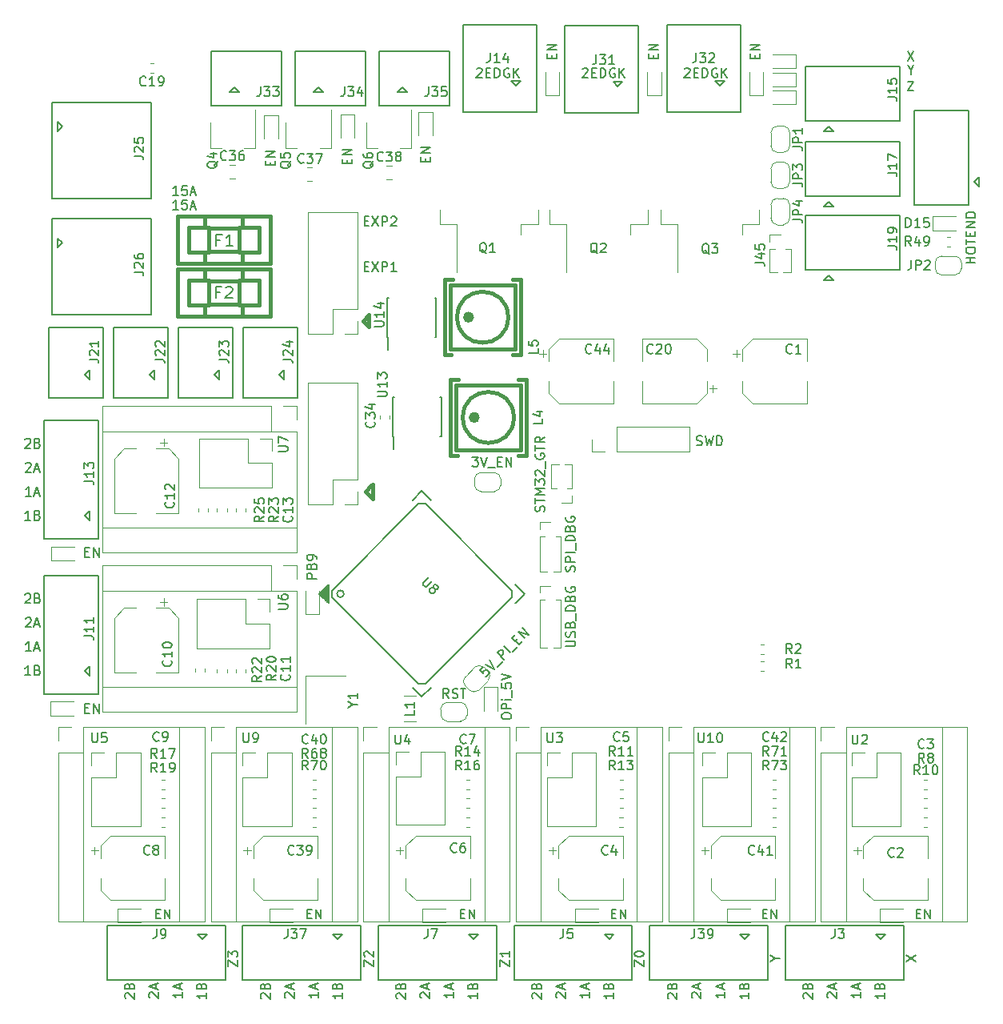
<source format=gbr>
G04 #@! TF.GenerationSoftware,KiCad,Pcbnew,5.1.2-f72e74a~84~ubuntu18.04.1*
G04 #@! TF.CreationDate,2019-06-18T18:41:53+08:00*
G04 #@! TF.ProjectId,printer-board,7072696e-7465-4722-9d62-6f6172642e6b,rev?*
G04 #@! TF.SameCoordinates,Original*
G04 #@! TF.FileFunction,Legend,Top*
G04 #@! TF.FilePolarity,Positive*
%FSLAX46Y46*%
G04 Gerber Fmt 4.6, Leading zero omitted, Abs format (unit mm)*
G04 Created by KiCad (PCBNEW 5.1.2-f72e74a~84~ubuntu18.04.1) date 2019-06-18 18:41:53*
%MOMM*%
%LPD*%
G04 APERTURE LIST*
%ADD10C,0.150000*%
%ADD11C,0.120000*%
%ADD12C,0.381000*%
%ADD13C,0.127000*%
%ADD14C,0.200000*%
%ADD15C,0.152400*%
G04 APERTURE END LIST*
D10*
X19652379Y-98209523D02*
X19652379Y-97542857D01*
X20652379Y-98209523D01*
X20652379Y-97542857D01*
X19652379Y-97257142D02*
X19652379Y-96638095D01*
X20033332Y-96971428D01*
X20033332Y-96828571D01*
X20080951Y-96733333D01*
X20128570Y-96685714D01*
X20223808Y-96638095D01*
X20461903Y-96638095D01*
X20557141Y-96685714D01*
X20604760Y-96733333D01*
X20652379Y-96828571D01*
X20652379Y-97114285D01*
X20604760Y-97209523D01*
X20557141Y-97257142D01*
X34052380Y-98209523D02*
X34052380Y-97542857D01*
X35052380Y-98209523D01*
X35052380Y-97542857D01*
X34147619Y-97209523D02*
X34100000Y-97161904D01*
X34052380Y-97066666D01*
X34052380Y-96828571D01*
X34100000Y-96733333D01*
X34147619Y-96685714D01*
X34242857Y-96638095D01*
X34338095Y-96638095D01*
X34480952Y-96685714D01*
X35052380Y-97257142D01*
X35052380Y-96638095D01*
X48452380Y-98209523D02*
X48452380Y-97542857D01*
X49452380Y-98209523D01*
X49452380Y-97542857D01*
X49452380Y-96638095D02*
X49452380Y-97209523D01*
X49452380Y-96923809D02*
X48452380Y-96923809D01*
X48595238Y-97019047D01*
X48690476Y-97114285D01*
X48738095Y-97209523D01*
X62652380Y-98209523D02*
X62652380Y-97542857D01*
X63652380Y-98209523D01*
X63652380Y-97542857D01*
X62652380Y-96971428D02*
X62652380Y-96876190D01*
X62700000Y-96780952D01*
X62747619Y-96733333D01*
X62842857Y-96685714D01*
X63033333Y-96638095D01*
X63271428Y-96638095D01*
X63461904Y-96685714D01*
X63557142Y-96733333D01*
X63604761Y-96780952D01*
X63652380Y-96876190D01*
X63652380Y-96971428D01*
X63604761Y-97066666D01*
X63557142Y-97114285D01*
X63461904Y-97161904D01*
X63271428Y-97209523D01*
X63033333Y-97209523D01*
X62842857Y-97161904D01*
X62747619Y-97114285D01*
X62700000Y-97066666D01*
X62652380Y-96971428D01*
X77576190Y-97400000D02*
X78052380Y-97400000D01*
X77052380Y-97733333D02*
X77576190Y-97400000D01*
X77052380Y-97066666D01*
X91452380Y-97733333D02*
X92452380Y-97066666D01*
X91452380Y-97066666D02*
X92452380Y-97733333D01*
D11*
X36438748Y-15010000D02*
X36961252Y-15010000D01*
X36438748Y-13590000D02*
X36961252Y-13590000D01*
X19838748Y-14910000D02*
X20361252Y-14910000D01*
X19838748Y-13490000D02*
X20361252Y-13490000D01*
X28038748Y-15210000D02*
X28561252Y-15210000D01*
X28038748Y-13790000D02*
X28561252Y-13790000D01*
X44256066Y-72328249D02*
X42856066Y-72328249D01*
X42156066Y-71628249D02*
X42156066Y-71028249D01*
X42856066Y-70328249D02*
X44256066Y-70328249D01*
X44956066Y-71028249D02*
X44956066Y-71628249D01*
X44956066Y-71628249D02*
G75*
G02X44256066Y-72328249I-700000J0D01*
G01*
X44256066Y-70328249D02*
G75*
G02X44956066Y-71028249I0J-700000D01*
G01*
X42156066Y-71028249D02*
G75*
G02X42856066Y-70328249I700000J0D01*
G01*
X42856066Y-72328249D02*
G75*
G02X42156066Y-71628249I0J700000D01*
G01*
D10*
X73905000Y-7900000D02*
X66105000Y-7900000D01*
X73905000Y1300000D02*
X66105000Y1300000D01*
X73905000Y-7900000D02*
X73905000Y1300000D01*
X66105000Y-7900000D02*
X66105000Y1300000D01*
X72205000Y-4600000D02*
X71205000Y-4600000D01*
X71705000Y-5100000D02*
X71205000Y-4600000D01*
X71705000Y-5100000D02*
X72205000Y-4600000D01*
X63110000Y-8000000D02*
X55310000Y-8000000D01*
X63110000Y1200000D02*
X55310000Y1200000D01*
X63110000Y-8000000D02*
X63110000Y1200000D01*
X55310000Y-8000000D02*
X55310000Y1200000D01*
X61410000Y-4700000D02*
X60410000Y-4700000D01*
X60910000Y-5200000D02*
X60410000Y-4700000D01*
X60910000Y-5200000D02*
X61410000Y-4700000D01*
X52315000Y-7900000D02*
X44515000Y-7900000D01*
X52315000Y1300000D02*
X44515000Y1300000D01*
X52315000Y-7900000D02*
X52315000Y1300000D01*
X44515000Y-7900000D02*
X44515000Y1300000D01*
X50615000Y-4600000D02*
X49615000Y-4600000D01*
X50115000Y-5100000D02*
X49615000Y-4600000D01*
X50115000Y-5100000D02*
X50615000Y-4600000D01*
D11*
X70968750Y-37541250D02*
X70968750Y-36753750D01*
X71362500Y-37147500D02*
X70575000Y-37147500D01*
X70335000Y-32954437D02*
X69270563Y-31890000D01*
X70335000Y-37645563D02*
X69270563Y-38710000D01*
X70335000Y-37645563D02*
X70335000Y-36360000D01*
X70335000Y-32954437D02*
X70335000Y-34240000D01*
X69270563Y-31890000D02*
X63515000Y-31890000D01*
X69270563Y-38710000D02*
X63515000Y-38710000D01*
X63515000Y-38710000D02*
X63515000Y-36360000D01*
X63515000Y-31890000D02*
X63515000Y-34240000D01*
X47825000Y-48025000D02*
X46425000Y-48025000D01*
X45725000Y-47325000D02*
X45725000Y-46725000D01*
X46425000Y-46025000D02*
X47825000Y-46025000D01*
X48525000Y-46725000D02*
X48525000Y-47325000D01*
X48525000Y-47325000D02*
G75*
G02X47825000Y-48025000I-700000J0D01*
G01*
X47825000Y-46025000D02*
G75*
G02X48525000Y-46725000I0J-700000D01*
G01*
X45725000Y-46725000D02*
G75*
G02X46425000Y-46025000I700000J0D01*
G01*
X46425000Y-48025000D02*
G75*
G02X45725000Y-47325000I0J700000D01*
G01*
X47152082Y-68037132D02*
X46162132Y-69027082D01*
X45172183Y-69027082D02*
X44747918Y-68602817D01*
X44747918Y-67612868D02*
X45737868Y-66622918D01*
X46727817Y-66622918D02*
X47152082Y-67047183D01*
X47152082Y-67047182D02*
G75*
G02X47152082Y-68037132I-494975J-494975D01*
G01*
X45737868Y-66622919D02*
G75*
G02X46727817Y-66622918I494975J-494974D01*
G01*
X44747918Y-68602818D02*
G75*
G02X44747918Y-67612868I494975J494975D01*
G01*
X46162132Y-69027081D02*
G75*
G02X45172183Y-69027082I-494975J494974D01*
G01*
X56085000Y-49185000D02*
X54975000Y-49185000D01*
X56085000Y-48425000D02*
X56085000Y-49185000D01*
X54411529Y-47665000D02*
X53865000Y-47665000D01*
X56085000Y-47665000D02*
X55538471Y-47665000D01*
X53865000Y-47665000D02*
X53865000Y-45190000D01*
X56085000Y-47665000D02*
X56085000Y-45190000D01*
X54667470Y-45190000D02*
X53865000Y-45190000D01*
X56085000Y-45190000D02*
X55282530Y-45190000D01*
X58170000Y-43830000D02*
X58170000Y-42500000D01*
X59500000Y-43830000D02*
X58170000Y-43830000D01*
X60770000Y-43830000D02*
X60770000Y-41170000D01*
X60770000Y-41170000D02*
X68450000Y-41170000D01*
X60770000Y-43830000D02*
X68450000Y-43830000D01*
X68450000Y-43830000D02*
X68450000Y-41170000D01*
X79784999Y-3765000D02*
X77324999Y-3765000D01*
X79784999Y-5235000D02*
X79784999Y-3765000D01*
X77324999Y-5235000D02*
X79784999Y-5235000D01*
D10*
X45600000Y-29600000D02*
G75*
G03X45600000Y-29600000I-500000J0D01*
G01*
X45500000Y-29600000D02*
G75*
G03X45500000Y-29600000I-400000J0D01*
G01*
D12*
X49800000Y-33600000D02*
X50600000Y-33600000D01*
X50600000Y-33600000D02*
X50600000Y-25600000D01*
X50600000Y-25600000D02*
X49800000Y-25600000D01*
X43300000Y-33600000D02*
X42600000Y-33600000D01*
X42600000Y-33600000D02*
X42600000Y-25600000D01*
X42600000Y-25600000D02*
X43400000Y-25600000D01*
X49300000Y-29600000D02*
G75*
G03X49300000Y-29600000I-2700000J0D01*
G01*
X43200000Y-33000000D02*
X43200000Y-26200000D01*
X43200000Y-26200000D02*
X50000000Y-26200000D01*
X50000000Y-26200000D02*
X50000000Y-33000000D01*
X50000000Y-33000000D02*
X43200000Y-33000000D01*
X45300000Y-29600000D02*
G75*
G03X45300000Y-29600000I-200000J0D01*
G01*
D10*
X46200000Y-40200000D02*
G75*
G03X46200000Y-40200000I-500000J0D01*
G01*
X46100000Y-40200000D02*
G75*
G03X46100000Y-40200000I-400000J0D01*
G01*
D12*
X50400000Y-44200000D02*
X51200000Y-44200000D01*
X51200000Y-44200000D02*
X51200000Y-36200000D01*
X51200000Y-36200000D02*
X50400000Y-36200000D01*
X43900000Y-44200000D02*
X43200000Y-44200000D01*
X43200000Y-44200000D02*
X43200000Y-36200000D01*
X43200000Y-36200000D02*
X44000000Y-36200000D01*
X49900000Y-40200000D02*
G75*
G03X49900000Y-40200000I-2700000J0D01*
G01*
X43800000Y-43600000D02*
X43800000Y-36800000D01*
X43800000Y-36800000D02*
X50600000Y-36800000D01*
X50600000Y-36800000D02*
X50600000Y-43600000D01*
X50600000Y-43600000D02*
X43800000Y-43600000D01*
X45900000Y-40200000D02*
G75*
G03X45900000Y-40200000I-200000J0D01*
G01*
D11*
X36710000Y-40371267D02*
X36710000Y-40028733D01*
X35690000Y-40371267D02*
X35690000Y-40028733D01*
D10*
X2106000Y-9450000D02*
X1606000Y-8950000D01*
X2106000Y-9450000D02*
X1606000Y-9950000D01*
X1606000Y-8950000D02*
X1606000Y-9950000D01*
X11500000Y-17020000D02*
X1000000Y-17020000D01*
X11500000Y-6860000D02*
X1000000Y-6860000D01*
X1000000Y-6860000D02*
X1000000Y-17020000D01*
X11500000Y-6860000D02*
X11500000Y-17020000D01*
X2106000Y-21750000D02*
X1606000Y-21250000D01*
X2106000Y-21750000D02*
X1606000Y-22250000D01*
X1606000Y-21250000D02*
X1606000Y-22250000D01*
X11500000Y-29320000D02*
X1000000Y-29320000D01*
X11500000Y-19160000D02*
X1000000Y-19160000D01*
X1000000Y-19160000D02*
X1000000Y-29320000D01*
X11500000Y-19160000D02*
X11500000Y-29320000D01*
D12*
X21198980Y-25699520D02*
X21198980Y-24500640D01*
X21198980Y-29499360D02*
X21198980Y-28300480D01*
X17201020Y-29499360D02*
X17201020Y-28300480D01*
X17201020Y-24500640D02*
X17201020Y-25699520D01*
X22900780Y-28300480D02*
X20800200Y-28300480D01*
X22900780Y-25699520D02*
X20800200Y-25699520D01*
X15499220Y-25699520D02*
X17599800Y-25699520D01*
X17599800Y-28300480D02*
X15499220Y-28300480D01*
X20800200Y-25801120D02*
X17599800Y-25801120D01*
X20800200Y-28198880D02*
X17599800Y-28198880D01*
X20800200Y-25699520D02*
X20800200Y-28300480D01*
X17599800Y-25699520D02*
X17599800Y-28300480D01*
X15499220Y-25699520D02*
X15499220Y-28300480D01*
X22900780Y-28300480D02*
X22900780Y-25699520D01*
X14300340Y-24500640D02*
X24099660Y-24500640D01*
X24099660Y-24500640D02*
X24099660Y-29499360D01*
X24099660Y-29499360D02*
X14300340Y-29499360D01*
X14300340Y-29499360D02*
X14300340Y-24500640D01*
X21198980Y-20099520D02*
X21198980Y-18900640D01*
X21198980Y-23899360D02*
X21198980Y-22700480D01*
X17201020Y-23899360D02*
X17201020Y-22700480D01*
X17201020Y-18900640D02*
X17201020Y-20099520D01*
X22900780Y-22700480D02*
X20800200Y-22700480D01*
X22900780Y-20099520D02*
X20800200Y-20099520D01*
X15499220Y-20099520D02*
X17599800Y-20099520D01*
X17599800Y-22700480D02*
X15499220Y-22700480D01*
X20800200Y-20201120D02*
X17599800Y-20201120D01*
X20800200Y-22598880D02*
X17599800Y-22598880D01*
X20800200Y-20099520D02*
X20800200Y-22700480D01*
X17599800Y-20099520D02*
X17599800Y-22700480D01*
X15499220Y-20099520D02*
X15499220Y-22700480D01*
X22900780Y-22700480D02*
X22900780Y-20099520D01*
X14300340Y-18900640D02*
X24099660Y-18900640D01*
X24099660Y-18900640D02*
X24099660Y-23899360D01*
X24099660Y-23899360D02*
X14300340Y-23899360D01*
X14300340Y-23899360D02*
X14300340Y-18900640D01*
D11*
X32066206Y-67511307D02*
X27816206Y-67511307D01*
X27816206Y-67511307D02*
X27816206Y-72611307D01*
X76995000Y-20830000D02*
X78105000Y-20830000D01*
X76995000Y-21590000D02*
X76995000Y-20830000D01*
X78668471Y-22350000D02*
X79215000Y-22350000D01*
X76995000Y-22350000D02*
X77541529Y-22350000D01*
X79215000Y-22350000D02*
X79215000Y-24825000D01*
X76995000Y-22350000D02*
X76995000Y-24825000D01*
X78412530Y-24825000D02*
X79215000Y-24825000D01*
X76995000Y-24825000D02*
X77797470Y-24825000D01*
X39502064Y-69640000D02*
X38297936Y-69640000D01*
X39502064Y-72360000D02*
X38297936Y-72360000D01*
D10*
X83200000Y-25200000D02*
X82700000Y-25700000D01*
X83200000Y-25200000D02*
X83700000Y-25700000D01*
X82700000Y-25700000D02*
X83700000Y-25700000D01*
X90730000Y-18850000D02*
X90730000Y-24600000D01*
X80750000Y-18850000D02*
X80750000Y-24600000D01*
X80750000Y-24600000D02*
X90730000Y-24600000D01*
X80750000Y-18850000D02*
X90730000Y-18850000D01*
X83200000Y-17400000D02*
X82700000Y-17900000D01*
X83200000Y-17400000D02*
X83700000Y-17900000D01*
X82700000Y-17900000D02*
X83700000Y-17900000D01*
X90730000Y-11050000D02*
X90730000Y-16800000D01*
X80750000Y-11050000D02*
X80750000Y-16800000D01*
X80750000Y-16800000D02*
X90730000Y-16800000D01*
X80750000Y-11050000D02*
X90730000Y-11050000D01*
X83200000Y-9400000D02*
X82700000Y-9900000D01*
X83200000Y-9400000D02*
X83700000Y-9900000D01*
X82700000Y-9900000D02*
X83700000Y-9900000D01*
X90730000Y-3050000D02*
X90730000Y-8800000D01*
X80750000Y-3050000D02*
X80750000Y-8800000D01*
X80750000Y-8800000D02*
X90730000Y-8800000D01*
X80750000Y-3050000D02*
X90730000Y-3050000D01*
X92265000Y-17690000D02*
X92265000Y-7710000D01*
X98015000Y-17690000D02*
X98015000Y-7710000D01*
X92265000Y-17690000D02*
X98015000Y-17690000D01*
X92265000Y-7710000D02*
X98015000Y-7710000D01*
X99115000Y-15740000D02*
X99115000Y-14740000D01*
X98615000Y-15240000D02*
X99115000Y-14740000D01*
X98615000Y-15240000D02*
X99115000Y-15740000D01*
X35650000Y-1460000D02*
X43090000Y-1460000D01*
X35650000Y-7210000D02*
X43090000Y-7210000D01*
X35650000Y-1460000D02*
X35650000Y-7210000D01*
X43090000Y-1460000D02*
X43090000Y-7210000D01*
X37600000Y-5770000D02*
X38600000Y-5770000D01*
X38100000Y-5270000D02*
X38600000Y-5770000D01*
X38100000Y-5270000D02*
X37600000Y-5770000D01*
X26760000Y-1460000D02*
X34200000Y-1460000D01*
X26760000Y-7210000D02*
X34200000Y-7210000D01*
X26760000Y-1460000D02*
X26760000Y-7210000D01*
X34200000Y-1460000D02*
X34200000Y-7210000D01*
X28710000Y-5770000D02*
X29710000Y-5770000D01*
X29210000Y-5270000D02*
X29710000Y-5770000D01*
X29210000Y-5270000D02*
X28710000Y-5770000D01*
X17870000Y-1460000D02*
X25310000Y-1460000D01*
X17870000Y-7210000D02*
X25310000Y-7210000D01*
X17870000Y-1460000D02*
X17870000Y-7210000D01*
X25310000Y-1460000D02*
X25310000Y-7210000D01*
X19820000Y-5770000D02*
X20820000Y-5770000D01*
X20320000Y-5270000D02*
X20820000Y-5770000D01*
X20320000Y-5270000D02*
X19820000Y-5770000D01*
X21250000Y-38100000D02*
X21250000Y-30660000D01*
X27000000Y-38100000D02*
X27000000Y-30660000D01*
X21250000Y-38100000D02*
X27000000Y-38100000D01*
X21250000Y-30660000D02*
X27000000Y-30660000D01*
X25560000Y-36150000D02*
X25560000Y-35150000D01*
X25060000Y-35650000D02*
X25560000Y-35150000D01*
X25060000Y-35650000D02*
X25560000Y-36150000D01*
X14380100Y-38100000D02*
X14380100Y-30660000D01*
X20130100Y-38100000D02*
X20130100Y-30660000D01*
X14380100Y-38100000D02*
X20130100Y-38100000D01*
X14380100Y-30660000D02*
X20130100Y-30660000D01*
X18690100Y-36150000D02*
X18690100Y-35150000D01*
X18190100Y-35650000D02*
X18690100Y-35150000D01*
X18190100Y-35650000D02*
X18690100Y-36150000D01*
X7510300Y-38100000D02*
X7510300Y-30660000D01*
X13260300Y-38100000D02*
X13260300Y-30660000D01*
X7510300Y-38100000D02*
X13260300Y-38100000D01*
X7510300Y-30660000D02*
X13260300Y-30660000D01*
X11820300Y-36150000D02*
X11820300Y-35150000D01*
X11320300Y-35650000D02*
X11820300Y-35150000D01*
X11320300Y-35650000D02*
X11820300Y-36150000D01*
X640400Y-38100000D02*
X640400Y-30660000D01*
X6390400Y-38100000D02*
X6390400Y-30660000D01*
X640400Y-38100000D02*
X6390400Y-38100000D01*
X640400Y-30660000D02*
X6390400Y-30660000D01*
X4950400Y-36150000D02*
X4950400Y-35150000D01*
X4450400Y-35650000D02*
X4950400Y-35150000D01*
X4450400Y-35650000D02*
X4950400Y-36150000D01*
X74340000Y-95332000D02*
X74840000Y-94832000D01*
X74340000Y-95332000D02*
X73840000Y-94832000D01*
X74840000Y-94832000D02*
X73840000Y-94832000D01*
X64270000Y-99650000D02*
X64270000Y-93900000D01*
X76790000Y-99650000D02*
X76790000Y-93900000D01*
X76790000Y-93900000D02*
X64270000Y-93900000D01*
X76790000Y-99650000D02*
X64270000Y-99650000D01*
X31260000Y-95332000D02*
X31760000Y-94832000D01*
X31260000Y-95332000D02*
X30760000Y-94832000D01*
X31760000Y-94832000D02*
X30760000Y-94832000D01*
X21190000Y-99650000D02*
X21190000Y-93900000D01*
X33710000Y-99650000D02*
X33710000Y-93900000D01*
X33710000Y-93900000D02*
X21190000Y-93900000D01*
X33710000Y-99650000D02*
X21190000Y-99650000D01*
X4468000Y-50600000D02*
X4968000Y-51100000D01*
X4468000Y-50600000D02*
X4968000Y-50100000D01*
X4968000Y-51100000D02*
X4968000Y-50100000D01*
X150000Y-40530000D02*
X5900000Y-40530000D01*
X150000Y-53050000D02*
X5900000Y-53050000D01*
X5900000Y-53050000D02*
X5900000Y-40530000D01*
X150000Y-53050000D02*
X150000Y-40530000D01*
X4468000Y-67000000D02*
X4968000Y-67500000D01*
X4468000Y-67000000D02*
X4968000Y-66500000D01*
X4968000Y-67500000D02*
X4968000Y-66500000D01*
X150000Y-56930000D02*
X5900000Y-56930000D01*
X150000Y-69450000D02*
X5900000Y-69450000D01*
X5900000Y-69450000D02*
X5900000Y-56930000D01*
X150000Y-69450000D02*
X150000Y-56930000D01*
X16900000Y-95332000D02*
X17400000Y-94832000D01*
X16900000Y-95332000D02*
X16400000Y-94832000D01*
X17400000Y-94832000D02*
X16400000Y-94832000D01*
X6830000Y-99650000D02*
X6830000Y-93900000D01*
X19350000Y-99650000D02*
X19350000Y-93900000D01*
X19350000Y-93900000D02*
X6830000Y-93900000D01*
X19350000Y-99650000D02*
X6830000Y-99650000D01*
X45620000Y-95332000D02*
X46120000Y-94832000D01*
X45620000Y-95332000D02*
X45120000Y-94832000D01*
X46120000Y-94832000D02*
X45120000Y-94832000D01*
X35550000Y-99650000D02*
X35550000Y-93900000D01*
X48070000Y-99650000D02*
X48070000Y-93900000D01*
X48070000Y-93900000D02*
X35550000Y-93900000D01*
X48070000Y-99650000D02*
X35550000Y-99650000D01*
X59980000Y-95332000D02*
X60480000Y-94832000D01*
X59980000Y-95332000D02*
X59480000Y-94832000D01*
X60480000Y-94832000D02*
X59480000Y-94832000D01*
X49910000Y-99650000D02*
X49910000Y-93900000D01*
X62430000Y-99650000D02*
X62430000Y-93900000D01*
X62430000Y-93900000D02*
X49910000Y-93900000D01*
X62430000Y-99650000D02*
X49910000Y-99650000D01*
X88700000Y-95332000D02*
X89200000Y-94832000D01*
X88700000Y-95332000D02*
X88200000Y-94832000D01*
X89200000Y-94832000D02*
X88200000Y-94832000D01*
X78630000Y-99650000D02*
X78630000Y-93900000D01*
X91150000Y-99650000D02*
X91150000Y-93900000D01*
X91150000Y-93900000D02*
X78630000Y-93900000D01*
X91150000Y-99650000D02*
X78630000Y-99650000D01*
D11*
X52640000Y-51240000D02*
X53750000Y-51240000D01*
X52640000Y-52000000D02*
X52640000Y-51240000D01*
X54313471Y-52760000D02*
X54860000Y-52760000D01*
X52640000Y-52760000D02*
X53186529Y-52760000D01*
X54860000Y-52760000D02*
X54860000Y-56505000D01*
X52640000Y-52760000D02*
X52640000Y-56505000D01*
X54057530Y-56505000D02*
X54860000Y-56505000D01*
X52640000Y-56505000D02*
X53442470Y-56505000D01*
X79100000Y-17715000D02*
X79100000Y-19115000D01*
X78400000Y-19815000D02*
X77800000Y-19815000D01*
X77100000Y-19115000D02*
X77100000Y-17715000D01*
X77800000Y-17015000D02*
X78400000Y-17015000D01*
X78400000Y-17015000D02*
G75*
G02X79100000Y-17715000I0J-700000D01*
G01*
X77100000Y-17715000D02*
G75*
G02X77800000Y-17015000I700000J0D01*
G01*
X77800000Y-19815000D02*
G75*
G02X77100000Y-19115000I0J700000D01*
G01*
X79100000Y-19115000D02*
G75*
G02X78400000Y-19815000I-700000J0D01*
G01*
X79100000Y-13890000D02*
X79100000Y-15290000D01*
X78400000Y-15990000D02*
X77800000Y-15990000D01*
X77100000Y-15290000D02*
X77100000Y-13890000D01*
X77800000Y-13190000D02*
X78400000Y-13190000D01*
X78400000Y-13190000D02*
G75*
G02X79100000Y-13890000I0J-700000D01*
G01*
X77100000Y-13890000D02*
G75*
G02X77800000Y-13190000I700000J0D01*
G01*
X77800000Y-15990000D02*
G75*
G02X77100000Y-15290000I0J700000D01*
G01*
X79100000Y-15290000D02*
G75*
G02X78400000Y-15990000I-700000J0D01*
G01*
X74040000Y-19750000D02*
X74040000Y-20850000D01*
X75850000Y-19750000D02*
X74040000Y-19750000D01*
X75850000Y-18250000D02*
X75850000Y-19750000D01*
X67260000Y-19750000D02*
X67260000Y-24875000D01*
X65450000Y-19750000D02*
X67260000Y-19750000D01*
X65450000Y-18250000D02*
X65450000Y-19750000D01*
X62240000Y-19750000D02*
X62240000Y-20850000D01*
X64050000Y-19750000D02*
X62240000Y-19750000D01*
X64050000Y-18250000D02*
X64050000Y-19750000D01*
X55460000Y-19750000D02*
X55460000Y-24875000D01*
X53650000Y-19750000D02*
X55460000Y-19750000D01*
X53650000Y-18250000D02*
X53650000Y-19750000D01*
X50640000Y-19750000D02*
X50640000Y-20850000D01*
X52450000Y-19750000D02*
X50640000Y-19750000D01*
X52450000Y-18250000D02*
X52450000Y-19750000D01*
X43860000Y-19750000D02*
X43860000Y-24875000D01*
X42050000Y-19750000D02*
X43860000Y-19750000D01*
X42050000Y-18250000D02*
X42050000Y-19750000D01*
X22550000Y-11680000D02*
X21350000Y-11680000D01*
X22550000Y-7680000D02*
X22550000Y-11680000D01*
X17750000Y-11680000D02*
X17750000Y-8980000D01*
X18950000Y-11680000D02*
X17750000Y-11680000D01*
X30550000Y-11680000D02*
X29350000Y-11680000D01*
X30550000Y-7680000D02*
X30550000Y-11680000D01*
X25750000Y-11680000D02*
X25750000Y-8980000D01*
X26950000Y-11680000D02*
X25750000Y-11680000D01*
X39050000Y-11680000D02*
X37850000Y-11680000D01*
X39050000Y-7680000D02*
X39050000Y-11680000D01*
X34250000Y-11680000D02*
X34250000Y-8980000D01*
X35450000Y-11680000D02*
X34250000Y-11680000D01*
X33330000Y-49370000D02*
X32000000Y-49370000D01*
X33330000Y-48040000D02*
X33330000Y-49370000D01*
X30730000Y-49370000D02*
X28130000Y-49370000D01*
X30730000Y-46770000D02*
X30730000Y-49370000D01*
X33330000Y-46770000D02*
X30730000Y-46770000D01*
X28130000Y-49370000D02*
X28130000Y-36550000D01*
X33330000Y-46770000D02*
X33330000Y-36550000D01*
X33330000Y-36550000D02*
X28130000Y-36550000D01*
D12*
X34159000Y-48040000D02*
X34921000Y-48802000D01*
X34921000Y-48802000D02*
X34921000Y-47405000D01*
X34159000Y-48040000D02*
X34794000Y-47405000D01*
X34794000Y-47405000D02*
X34921000Y-47278000D01*
X34921000Y-47278000D02*
X34921000Y-48294000D01*
D11*
X33330000Y-18510000D02*
X28130000Y-18510000D01*
X33330000Y-28730000D02*
X33330000Y-18510000D01*
X28130000Y-31330000D02*
X28130000Y-18510000D01*
X33330000Y-28730000D02*
X30730000Y-28730000D01*
X30730000Y-28730000D02*
X30730000Y-31330000D01*
X30730000Y-31330000D02*
X28130000Y-31330000D01*
X33330000Y-30000000D02*
X33330000Y-31330000D01*
X33330000Y-31330000D02*
X32000000Y-31330000D01*
D12*
X33905000Y-30000000D02*
X34540000Y-30635000D01*
X34540000Y-30635000D02*
X34540000Y-29365000D01*
X34540000Y-29365000D02*
X33905000Y-30000000D01*
D11*
X69829000Y-75670000D02*
X71159000Y-75670000D01*
X69829000Y-77000000D02*
X69829000Y-75670000D01*
X72429000Y-75670000D02*
X75029000Y-75670000D01*
X72429000Y-78270000D02*
X72429000Y-75670000D01*
X69829000Y-78270000D02*
X72429000Y-78270000D01*
X75029000Y-75670000D02*
X75029000Y-83410000D01*
X69829000Y-78270000D02*
X69829000Y-83410000D01*
X69829000Y-83410000D02*
X75029000Y-83410000D01*
X79105000Y-10080000D02*
X79105000Y-11480000D01*
X78405000Y-12180000D02*
X77805000Y-12180000D01*
X77105000Y-11480000D02*
X77105000Y-10080000D01*
X77805000Y-9380000D02*
X78405000Y-9380000D01*
X78405000Y-9380000D02*
G75*
G02X79105000Y-10080000I0J-700000D01*
G01*
X77105000Y-10080000D02*
G75*
G02X77805000Y-9380000I700000J0D01*
G01*
X77805000Y-12180000D02*
G75*
G02X77105000Y-11480000I0J700000D01*
G01*
X79105000Y-11480000D02*
G75*
G02X78405000Y-12180000I-700000J0D01*
G01*
X95185000Y-23130000D02*
X96585000Y-23130000D01*
X97285000Y-23830000D02*
X97285000Y-24430000D01*
X96585000Y-25130000D02*
X95185000Y-25130000D01*
X94485000Y-24430000D02*
X94485000Y-23830000D01*
X94485000Y-23830000D02*
G75*
G02X95185000Y-23130000I700000J0D01*
G01*
X95185000Y-25130000D02*
G75*
G02X94485000Y-24430000I0J700000D01*
G01*
X97285000Y-24430000D02*
G75*
G02X96585000Y-25130000I-700000J0D01*
G01*
X96585000Y-23130000D02*
G75*
G02X97285000Y-23830000I0J-700000D01*
G01*
X95713733Y-22100000D02*
X96056267Y-22100000D01*
X95713733Y-21080000D02*
X96056267Y-21080000D01*
X94225000Y-20420000D02*
X96685000Y-20420000D01*
X94225000Y-18950000D02*
X94225000Y-20420000D01*
X96685000Y-18950000D02*
X94225000Y-18950000D01*
X73456250Y-33058750D02*
X73456250Y-33846250D01*
X73062500Y-33452500D02*
X73850000Y-33452500D01*
X74090000Y-37645563D02*
X75154437Y-38710000D01*
X74090000Y-32954437D02*
X75154437Y-31890000D01*
X74090000Y-32954437D02*
X74090000Y-34240000D01*
X74090000Y-37645563D02*
X74090000Y-36360000D01*
X75154437Y-38710000D02*
X80910000Y-38710000D01*
X75154437Y-31890000D02*
X80910000Y-31890000D01*
X80910000Y-31890000D02*
X80910000Y-34240000D01*
X80910000Y-38710000D02*
X80910000Y-36360000D01*
X26885000Y-51815000D02*
X6305000Y-51815000D01*
X24215000Y-41655000D02*
X6305000Y-41655000D01*
X26885000Y-40385000D02*
X26885000Y-38985000D01*
X26885000Y-38985000D02*
X25485000Y-38985000D01*
X26885000Y-41655000D02*
X24215000Y-41655000D01*
X24215000Y-41655000D02*
X24215000Y-38985000D01*
X24215000Y-38985000D02*
X6305000Y-38985000D01*
X6305000Y-38985000D02*
X6305000Y-54485000D01*
X6305000Y-54485000D02*
X26885000Y-54485000D01*
X26885000Y-54485000D02*
X26885000Y-41655000D01*
X93671267Y-80490000D02*
X93328733Y-80490000D01*
X93671267Y-81510000D02*
X93328733Y-81510000D01*
X76028733Y-67010000D02*
X76371267Y-67010000D01*
X76028733Y-65990000D02*
X76371267Y-65990000D01*
X76028733Y-64190000D02*
X76371267Y-64190000D01*
X76028733Y-65210000D02*
X76371267Y-65210000D01*
X52640000Y-64525000D02*
X53442470Y-64525000D01*
X54057530Y-64525000D02*
X54860000Y-64525000D01*
X52640000Y-59510000D02*
X52640000Y-64525000D01*
X54860000Y-59510000D02*
X54860000Y-64525000D01*
X52640000Y-59510000D02*
X53186529Y-59510000D01*
X54313471Y-59510000D02*
X54860000Y-59510000D01*
X52640000Y-58750000D02*
X52640000Y-57990000D01*
X52640000Y-57990000D02*
X53750000Y-57990000D01*
X60410000Y-38710000D02*
X60410000Y-36360000D01*
X60410000Y-31890000D02*
X60410000Y-34240000D01*
X54654437Y-31890000D02*
X60410000Y-31890000D01*
X54654437Y-38710000D02*
X60410000Y-38710000D01*
X53590000Y-37645563D02*
X53590000Y-36360000D01*
X53590000Y-32954437D02*
X53590000Y-34240000D01*
X53590000Y-32954437D02*
X54654437Y-31890000D01*
X53590000Y-37645563D02*
X54654437Y-38710000D01*
X52562500Y-33452500D02*
X53350000Y-33452500D01*
X52956250Y-33058750D02*
X52956250Y-33846250D01*
D10*
X29418077Y-58710479D02*
X29418077Y-58993321D01*
X29559498Y-59134743D02*
X29559498Y-58569057D01*
X29700920Y-58427636D02*
X29700920Y-59276164D01*
X29842341Y-59417585D02*
X29842341Y-58286215D01*
X29983762Y-58144793D02*
X29983762Y-59559007D01*
X30125184Y-59700428D02*
X30125184Y-58003372D01*
X30266605Y-59841849D02*
X29276656Y-58851900D01*
X29276656Y-58851900D02*
X30266605Y-57861951D01*
X30266605Y-57861951D02*
X30266605Y-59841849D01*
X41156049Y-68751395D02*
X40166100Y-69741344D01*
X40166100Y-69741344D02*
X39176151Y-68751395D01*
X50065595Y-57861951D02*
X51055544Y-58851900D01*
X51055544Y-58851900D02*
X50136306Y-59771139D01*
X50136306Y-59771139D02*
X50065595Y-59841849D01*
X39176151Y-48952405D02*
X40166100Y-47962456D01*
X40166100Y-47962456D02*
X41156049Y-48952405D01*
X30620158Y-59205453D02*
X30620158Y-58498347D01*
X30620158Y-58498347D02*
X39812547Y-49305958D01*
X39812547Y-49305958D02*
X40519653Y-49305958D01*
X40519653Y-49305958D02*
X49712042Y-58498347D01*
X49712042Y-58498347D02*
X49712042Y-59205453D01*
X49712042Y-59205453D02*
X40519653Y-68397842D01*
X40519653Y-68397842D02*
X39812547Y-68397842D01*
X39812547Y-68397842D02*
X30620158Y-59205453D01*
D13*
X31911418Y-58851900D02*
G75*
G03X31911418Y-58851900I-372021J0D01*
G01*
D11*
X27836615Y-58550000D02*
X27836615Y-61010000D01*
X27836615Y-61010000D02*
X29306615Y-61010000D01*
X29306615Y-61010000D02*
X29306615Y-58550000D01*
X46715000Y-68740000D02*
X46715000Y-71200000D01*
X48185000Y-68740000D02*
X46715000Y-68740000D01*
X48185000Y-71200000D02*
X48185000Y-68740000D01*
X93715000Y-91255000D02*
X93715000Y-88905000D01*
X93715000Y-84435000D02*
X93715000Y-86785000D01*
X87959437Y-84435000D02*
X93715000Y-84435000D01*
X87959437Y-91255000D02*
X93715000Y-91255000D01*
X86895000Y-90190563D02*
X86895000Y-88905000D01*
X86895000Y-85499437D02*
X86895000Y-86785000D01*
X86895000Y-85499437D02*
X87959437Y-84435000D01*
X86895000Y-90190563D02*
X87959437Y-91255000D01*
X85867500Y-85997500D02*
X86655000Y-85997500D01*
X86261250Y-85603750D02*
X86261250Y-86391250D01*
X93671267Y-78490000D02*
X93328733Y-78490000D01*
X93671267Y-79510000D02*
X93328733Y-79510000D01*
X85670000Y-75670000D02*
X87000000Y-75670000D01*
X85670000Y-77000000D02*
X85670000Y-75670000D01*
X88270000Y-75670000D02*
X90870000Y-75670000D01*
X88270000Y-78270000D02*
X88270000Y-75670000D01*
X85670000Y-78270000D02*
X88270000Y-78270000D01*
X90870000Y-75670000D02*
X90870000Y-83410000D01*
X85670000Y-78270000D02*
X85670000Y-83410000D01*
X85670000Y-83410000D02*
X90870000Y-83410000D01*
X88645000Y-93580000D02*
X91105000Y-93580000D01*
X88645000Y-92110000D02*
X88645000Y-93580000D01*
X91105000Y-92110000D02*
X88645000Y-92110000D01*
X93328733Y-82490000D02*
X93671267Y-82490000D01*
X93328733Y-83510000D02*
X93671267Y-83510000D01*
X95235000Y-72945000D02*
X95235000Y-93525000D01*
X85075000Y-75615000D02*
X85075000Y-93525000D01*
X83805000Y-72945000D02*
X82405000Y-72945000D01*
X82405000Y-72945000D02*
X82405000Y-74345000D01*
X85075000Y-72945000D02*
X85075000Y-75615000D01*
X85075000Y-75615000D02*
X82405000Y-75615000D01*
X82405000Y-75615000D02*
X82405000Y-93525000D01*
X82405000Y-93525000D02*
X97905000Y-93525000D01*
X97905000Y-93525000D02*
X97905000Y-72945000D01*
X97905000Y-72945000D02*
X85075000Y-72945000D01*
X77569000Y-91255000D02*
X77569000Y-88905000D01*
X77569000Y-84435000D02*
X77569000Y-86785000D01*
X71813437Y-84435000D02*
X77569000Y-84435000D01*
X71813437Y-91255000D02*
X77569000Y-91255000D01*
X70749000Y-90190563D02*
X70749000Y-88905000D01*
X70749000Y-85499437D02*
X70749000Y-86785000D01*
X70749000Y-85499437D02*
X71813437Y-84435000D01*
X70749000Y-90190563D02*
X71813437Y-91255000D01*
X69721500Y-85997500D02*
X70509000Y-85997500D01*
X70115250Y-85603750D02*
X70115250Y-86391250D01*
X77671267Y-78490000D02*
X77328733Y-78490000D01*
X77671267Y-79510000D02*
X77328733Y-79510000D01*
X72499000Y-93580000D02*
X74959000Y-93580000D01*
X72499000Y-92110000D02*
X72499000Y-93580000D01*
X74959000Y-92110000D02*
X72499000Y-92110000D01*
X77671267Y-81510000D02*
X77328733Y-81510000D01*
X77671267Y-80490000D02*
X77328733Y-80490000D01*
X77328733Y-83510000D02*
X77671267Y-83510000D01*
X77328733Y-82490000D02*
X77671267Y-82490000D01*
X81759000Y-72945000D02*
X68929000Y-72945000D01*
X81759000Y-93525000D02*
X81759000Y-72945000D01*
X66259000Y-93525000D02*
X81759000Y-93525000D01*
X66259000Y-75615000D02*
X66259000Y-93525000D01*
X68929000Y-75615000D02*
X66259000Y-75615000D01*
X68929000Y-72945000D02*
X68929000Y-75615000D01*
X66259000Y-72945000D02*
X66259000Y-74345000D01*
X67659000Y-72945000D02*
X66259000Y-72945000D01*
X68929000Y-75615000D02*
X68929000Y-93525000D01*
X79089000Y-72945000D02*
X79089000Y-93525000D01*
X61423000Y-91255000D02*
X61423000Y-88905000D01*
X61423000Y-84435000D02*
X61423000Y-86785000D01*
X55667437Y-84435000D02*
X61423000Y-84435000D01*
X55667437Y-91255000D02*
X61423000Y-91255000D01*
X54603000Y-90190563D02*
X54603000Y-88905000D01*
X54603000Y-85499437D02*
X54603000Y-86785000D01*
X54603000Y-85499437D02*
X55667437Y-84435000D01*
X54603000Y-90190563D02*
X55667437Y-91255000D01*
X53575500Y-85997500D02*
X54363000Y-85997500D01*
X53969250Y-85603750D02*
X53969250Y-86391250D01*
X61471267Y-79510000D02*
X61128733Y-79510000D01*
X61471267Y-78490000D02*
X61128733Y-78490000D01*
X53420000Y-83410000D02*
X58620000Y-83410000D01*
X53420000Y-78270000D02*
X53420000Y-83410000D01*
X58620000Y-75670000D02*
X58620000Y-83410000D01*
X53420000Y-78270000D02*
X56020000Y-78270000D01*
X56020000Y-78270000D02*
X56020000Y-75670000D01*
X56020000Y-75670000D02*
X58620000Y-75670000D01*
X53420000Y-77000000D02*
X53420000Y-75670000D01*
X53420000Y-75670000D02*
X54750000Y-75670000D01*
X58818001Y-92110000D02*
X56358001Y-92110000D01*
X56358001Y-92110000D02*
X56358001Y-93580000D01*
X56358001Y-93580000D02*
X58818001Y-93580000D01*
X61471267Y-81510000D02*
X61128733Y-81510000D01*
X61471267Y-80490000D02*
X61128733Y-80490000D01*
X61078733Y-82490000D02*
X61421267Y-82490000D01*
X61078733Y-83510000D02*
X61421267Y-83510000D01*
X62943000Y-72945000D02*
X62943000Y-93525000D01*
X52783000Y-75615000D02*
X52783000Y-93525000D01*
X51513000Y-72945000D02*
X50113000Y-72945000D01*
X50113000Y-72945000D02*
X50113000Y-74345000D01*
X52783000Y-72945000D02*
X52783000Y-75615000D01*
X52783000Y-75615000D02*
X50113000Y-75615000D01*
X50113000Y-75615000D02*
X50113000Y-93525000D01*
X50113000Y-93525000D02*
X65613000Y-93525000D01*
X65613000Y-93525000D02*
X65613000Y-72945000D01*
X65613000Y-72945000D02*
X52783000Y-72945000D01*
X37823250Y-85603750D02*
X37823250Y-86391250D01*
X37429500Y-85997500D02*
X38217000Y-85997500D01*
X38457000Y-90190563D02*
X39521437Y-91255000D01*
X38457000Y-85499437D02*
X39521437Y-84435000D01*
X38457000Y-85499437D02*
X38457000Y-86785000D01*
X38457000Y-90190563D02*
X38457000Y-88905000D01*
X39521437Y-91255000D02*
X45277000Y-91255000D01*
X39521437Y-84435000D02*
X45277000Y-84435000D01*
X45277000Y-84435000D02*
X45277000Y-86785000D01*
X45277000Y-91255000D02*
X45277000Y-88905000D01*
X45171267Y-78490000D02*
X44828733Y-78490000D01*
X45171267Y-79510000D02*
X44828733Y-79510000D01*
X37420000Y-75555000D02*
X38750000Y-75555000D01*
X37420000Y-76885000D02*
X37420000Y-75555000D01*
X40020000Y-75555000D02*
X42620000Y-75555000D01*
X40020000Y-78155000D02*
X40020000Y-75555000D01*
X37420000Y-78155000D02*
X40020000Y-78155000D01*
X42620000Y-75555000D02*
X42620000Y-83295000D01*
X37420000Y-78155000D02*
X37420000Y-83295000D01*
X37420000Y-83295000D02*
X42620000Y-83295000D01*
X40207000Y-93580000D02*
X42667000Y-93580000D01*
X40207000Y-92110000D02*
X40207000Y-93580000D01*
X42667000Y-92110000D02*
X40207000Y-92110000D01*
X45171267Y-81510000D02*
X44828733Y-81510000D01*
X45171267Y-80490000D02*
X44828733Y-80490000D01*
X44828733Y-82490000D02*
X45171267Y-82490000D01*
X44828733Y-83510000D02*
X45171267Y-83510000D01*
X46797000Y-72945000D02*
X46797000Y-93525000D01*
X36637000Y-75615000D02*
X36637000Y-93525000D01*
X35367000Y-72945000D02*
X33967000Y-72945000D01*
X33967000Y-72945000D02*
X33967000Y-74345000D01*
X36637000Y-72945000D02*
X36637000Y-75615000D01*
X36637000Y-75615000D02*
X33967000Y-75615000D01*
X33967000Y-75615000D02*
X33967000Y-93525000D01*
X33967000Y-93525000D02*
X49467000Y-93525000D01*
X49467000Y-93525000D02*
X49467000Y-72945000D01*
X49467000Y-72945000D02*
X36637000Y-72945000D01*
X21677250Y-85603750D02*
X21677250Y-86391250D01*
X21283500Y-85997500D02*
X22071000Y-85997500D01*
X22311000Y-90190563D02*
X23375437Y-91255000D01*
X22311000Y-85499437D02*
X23375437Y-84435000D01*
X22311000Y-85499437D02*
X22311000Y-86785000D01*
X22311000Y-90190563D02*
X22311000Y-88905000D01*
X23375437Y-91255000D02*
X29131000Y-91255000D01*
X23375437Y-84435000D02*
X29131000Y-84435000D01*
X29131000Y-84435000D02*
X29131000Y-86785000D01*
X29131000Y-91255000D02*
X29131000Y-88905000D01*
X28921267Y-79510000D02*
X28578733Y-79510000D01*
X28921267Y-78490000D02*
X28578733Y-78490000D01*
X21170000Y-75670000D02*
X22500000Y-75670000D01*
X21170000Y-77000000D02*
X21170000Y-75670000D01*
X23770000Y-75670000D02*
X26370000Y-75670000D01*
X23770000Y-78270000D02*
X23770000Y-75670000D01*
X21170000Y-78270000D02*
X23770000Y-78270000D01*
X26370000Y-75670000D02*
X26370000Y-83410000D01*
X21170000Y-78270000D02*
X21170000Y-83410000D01*
X21170000Y-83410000D02*
X26370000Y-83410000D01*
X26521000Y-92110000D02*
X24061000Y-92110000D01*
X24061000Y-92110000D02*
X24061000Y-93580000D01*
X24061000Y-93580000D02*
X26521000Y-93580000D01*
X28921267Y-81510000D02*
X28578733Y-81510000D01*
X28921267Y-80490000D02*
X28578733Y-80490000D01*
X28578733Y-83510000D02*
X28921267Y-83510000D01*
X28578733Y-82490000D02*
X28921267Y-82490000D01*
X30651000Y-72945000D02*
X30651000Y-93525000D01*
X20491000Y-75615000D02*
X20491000Y-93525000D01*
X19221000Y-72945000D02*
X17821000Y-72945000D01*
X17821000Y-72945000D02*
X17821000Y-74345000D01*
X20491000Y-72945000D02*
X20491000Y-75615000D01*
X20491000Y-75615000D02*
X17821000Y-75615000D01*
X17821000Y-75615000D02*
X17821000Y-93525000D01*
X17821000Y-93525000D02*
X33321000Y-93525000D01*
X33321000Y-93525000D02*
X33321000Y-72945000D01*
X33321000Y-72945000D02*
X20491000Y-72945000D01*
X12985000Y-91255000D02*
X12985000Y-88905000D01*
X12985000Y-84435000D02*
X12985000Y-86785000D01*
X7229437Y-84435000D02*
X12985000Y-84435000D01*
X7229437Y-91255000D02*
X12985000Y-91255000D01*
X6165000Y-90190563D02*
X6165000Y-88905000D01*
X6165000Y-85499437D02*
X6165000Y-86785000D01*
X6165000Y-85499437D02*
X7229437Y-84435000D01*
X6165000Y-90190563D02*
X7229437Y-91255000D01*
X5137500Y-85997500D02*
X5925000Y-85997500D01*
X5531250Y-85603750D02*
X5531250Y-86391250D01*
X12921267Y-78490000D02*
X12578733Y-78490000D01*
X12921267Y-79510000D02*
X12578733Y-79510000D01*
X5170000Y-75670000D02*
X6500000Y-75670000D01*
X5170000Y-77000000D02*
X5170000Y-75670000D01*
X7770000Y-75670000D02*
X10370000Y-75670000D01*
X7770000Y-78270000D02*
X7770000Y-75670000D01*
X5170000Y-78270000D02*
X7770000Y-78270000D01*
X10370000Y-75670000D02*
X10370000Y-83410000D01*
X5170000Y-78270000D02*
X5170000Y-83410000D01*
X5170000Y-83410000D02*
X10370000Y-83410000D01*
X10375000Y-92110000D02*
X7915000Y-92110000D01*
X7915000Y-92110000D02*
X7915000Y-93580000D01*
X7915000Y-93580000D02*
X10375000Y-93580000D01*
X12578733Y-83510000D02*
X12921267Y-83510000D01*
X12578733Y-82490000D02*
X12921267Y-82490000D01*
X12921267Y-80490000D02*
X12578733Y-80490000D01*
X12921267Y-81510000D02*
X12578733Y-81510000D01*
X17175000Y-72945000D02*
X4345000Y-72945000D01*
X17175000Y-93525000D02*
X17175000Y-72945000D01*
X1675000Y-93525000D02*
X17175000Y-93525000D01*
X1675000Y-75615000D02*
X1675000Y-93525000D01*
X4345000Y-75615000D02*
X1675000Y-75615000D01*
X4345000Y-72945000D02*
X4345000Y-75615000D01*
X1675000Y-72945000D02*
X1675000Y-74345000D01*
X3075000Y-72945000D02*
X1675000Y-72945000D01*
X4345000Y-75615000D02*
X4345000Y-93525000D01*
X14505000Y-72945000D02*
X14505000Y-93525000D01*
X13226250Y-59721250D02*
X12438750Y-59721250D01*
X12832500Y-59327500D02*
X12832500Y-60115000D01*
X8639437Y-60355000D02*
X7575000Y-61419437D01*
X13330563Y-60355000D02*
X14395000Y-61419437D01*
X13330563Y-60355000D02*
X12045000Y-60355000D01*
X8639437Y-60355000D02*
X9925000Y-60355000D01*
X7575000Y-61419437D02*
X7575000Y-67175000D01*
X14395000Y-61419437D02*
X14395000Y-67175000D01*
X14395000Y-67175000D02*
X12045000Y-67175000D01*
X7575000Y-67175000D02*
X9925000Y-67175000D01*
X21510000Y-67171267D02*
X21510000Y-66828733D01*
X20490000Y-67171267D02*
X20490000Y-66828733D01*
X16340000Y-59420000D02*
X16340000Y-64620000D01*
X21480000Y-59420000D02*
X16340000Y-59420000D01*
X24080000Y-64620000D02*
X16340000Y-64620000D01*
X21480000Y-59420000D02*
X21480000Y-62020000D01*
X21480000Y-62020000D02*
X24080000Y-62020000D01*
X24080000Y-62020000D02*
X24080000Y-64620000D01*
X22750000Y-59420000D02*
X24080000Y-59420000D01*
X24080000Y-59420000D02*
X24080000Y-60750000D01*
X840000Y-71735000D02*
X3300000Y-71735000D01*
X840000Y-70265000D02*
X840000Y-71735000D01*
X3300000Y-70265000D02*
X840000Y-70265000D01*
X17160000Y-66728733D02*
X17160000Y-67071267D01*
X16140000Y-66728733D02*
X16140000Y-67071267D01*
X18490000Y-67171267D02*
X18490000Y-66828733D01*
X19510000Y-67171267D02*
X19510000Y-66828733D01*
X26885000Y-71365000D02*
X26885000Y-58535000D01*
X6305000Y-71365000D02*
X26885000Y-71365000D01*
X6305000Y-55865000D02*
X6305000Y-71365000D01*
X24215000Y-55865000D02*
X6305000Y-55865000D01*
X24215000Y-58535000D02*
X24215000Y-55865000D01*
X26885000Y-58535000D02*
X24215000Y-58535000D01*
X26885000Y-55865000D02*
X25485000Y-55865000D01*
X26885000Y-57265000D02*
X26885000Y-55865000D01*
X24215000Y-58535000D02*
X6305000Y-58535000D01*
X26885000Y-68695000D02*
X6305000Y-68695000D01*
X7575000Y-50295000D02*
X9925000Y-50295000D01*
X14395000Y-50295000D02*
X12045000Y-50295000D01*
X14395000Y-44539437D02*
X14395000Y-50295000D01*
X7575000Y-44539437D02*
X7575000Y-50295000D01*
X8639437Y-43475000D02*
X9925000Y-43475000D01*
X13330563Y-43475000D02*
X12045000Y-43475000D01*
X13330563Y-43475000D02*
X14395000Y-44539437D01*
X8639437Y-43475000D02*
X7575000Y-44539437D01*
X12832500Y-42447500D02*
X12832500Y-43235000D01*
X13226250Y-42841250D02*
X12438750Y-42841250D01*
X21510000Y-50171267D02*
X21510000Y-49828733D01*
X20490000Y-50171267D02*
X20490000Y-49828733D01*
X16590000Y-42420000D02*
X16590000Y-47620000D01*
X21730000Y-42420000D02*
X16590000Y-42420000D01*
X24330000Y-47620000D02*
X16590000Y-47620000D01*
X21730000Y-42420000D02*
X21730000Y-45020000D01*
X21730000Y-45020000D02*
X24330000Y-45020000D01*
X24330000Y-45020000D02*
X24330000Y-47620000D01*
X23000000Y-42420000D02*
X24330000Y-42420000D01*
X24330000Y-42420000D02*
X24330000Y-43750000D01*
X3400000Y-53865000D02*
X940000Y-53865000D01*
X940000Y-53865000D02*
X940000Y-55335000D01*
X940000Y-55335000D02*
X3400000Y-55335000D01*
X16490000Y-49828733D02*
X16490000Y-50171267D01*
X17510000Y-49828733D02*
X17510000Y-50171267D01*
X18490000Y-50171267D02*
X18490000Y-49828733D01*
X19510000Y-50171267D02*
X19510000Y-49828733D01*
X53240000Y-3645000D02*
X53240000Y-6105000D01*
X53240000Y-6105000D02*
X54710000Y-6105000D01*
X54710000Y-6105000D02*
X54710000Y-3645000D01*
X64035000Y-3645000D02*
X64035000Y-6105000D01*
X64035000Y-6105000D02*
X65505000Y-6105000D01*
X65505000Y-6105000D02*
X65505000Y-3645000D01*
X76300000Y-6105000D02*
X76300000Y-3645000D01*
X74830000Y-6105000D02*
X76300000Y-6105000D01*
X74830000Y-3645000D02*
X74830000Y-6105000D01*
X24935000Y-10722500D02*
X24935000Y-8262500D01*
X24935000Y-8262500D02*
X23465000Y-8262500D01*
X23465000Y-8262500D02*
X23465000Y-10722500D01*
X31540000Y-8162500D02*
X31540000Y-10622500D01*
X33010000Y-8162500D02*
X31540000Y-8162500D01*
X33010000Y-10622500D02*
X33010000Y-8162500D01*
X41285000Y-10400000D02*
X41285000Y-7940000D01*
X41285000Y-7940000D02*
X39815000Y-7940000D01*
X39815000Y-7940000D02*
X39815000Y-10400000D01*
X11746267Y-3760000D02*
X11403733Y-3760000D01*
X11746267Y-2740000D02*
X11403733Y-2740000D01*
X79765000Y-5615000D02*
X77305000Y-5615000D01*
X79765000Y-7085000D02*
X79765000Y-5615000D01*
X77305000Y-7085000D02*
X79765000Y-7085000D01*
X79765000Y-1805000D02*
X77305000Y-1805000D01*
X79765000Y-3275000D02*
X79765000Y-1805000D01*
X77305000Y-3275000D02*
X79765000Y-3275000D01*
D10*
X36575000Y-31675000D02*
X36575000Y-33075000D01*
X41675000Y-31675000D02*
X41675000Y-27525000D01*
X36525000Y-31675000D02*
X36525000Y-27525000D01*
X41675000Y-31675000D02*
X41530000Y-31675000D01*
X41675000Y-27525000D02*
X41530000Y-27525000D01*
X36525000Y-27525000D02*
X36670000Y-27525000D01*
X36525000Y-31675000D02*
X36575000Y-31675000D01*
X37151000Y-42164000D02*
X37151000Y-43564000D01*
X42251000Y-42164000D02*
X42251000Y-38014000D01*
X37101000Y-42164000D02*
X37101000Y-38014000D01*
X42251000Y-42164000D02*
X42106000Y-42164000D01*
X42251000Y-38014000D02*
X42106000Y-38014000D01*
X37101000Y-38014000D02*
X37246000Y-38014000D01*
X37101000Y-42164000D02*
X37151000Y-42164000D01*
X36057142Y-13007142D02*
X36009523Y-13054761D01*
X35866666Y-13102380D01*
X35771428Y-13102380D01*
X35628571Y-13054761D01*
X35533333Y-12959523D01*
X35485714Y-12864285D01*
X35438095Y-12673809D01*
X35438095Y-12530952D01*
X35485714Y-12340476D01*
X35533333Y-12245238D01*
X35628571Y-12150000D01*
X35771428Y-12102380D01*
X35866666Y-12102380D01*
X36009523Y-12150000D01*
X36057142Y-12197619D01*
X36390476Y-12102380D02*
X37009523Y-12102380D01*
X36676190Y-12483333D01*
X36819047Y-12483333D01*
X36914285Y-12530952D01*
X36961904Y-12578571D01*
X37009523Y-12673809D01*
X37009523Y-12911904D01*
X36961904Y-13007142D01*
X36914285Y-13054761D01*
X36819047Y-13102380D01*
X36533333Y-13102380D01*
X36438095Y-13054761D01*
X36390476Y-13007142D01*
X37580952Y-12530952D02*
X37485714Y-12483333D01*
X37438095Y-12435714D01*
X37390476Y-12340476D01*
X37390476Y-12292857D01*
X37438095Y-12197619D01*
X37485714Y-12150000D01*
X37580952Y-12102380D01*
X37771428Y-12102380D01*
X37866666Y-12150000D01*
X37914285Y-12197619D01*
X37961904Y-12292857D01*
X37961904Y-12340476D01*
X37914285Y-12435714D01*
X37866666Y-12483333D01*
X37771428Y-12530952D01*
X37580952Y-12530952D01*
X37485714Y-12578571D01*
X37438095Y-12626190D01*
X37390476Y-12721428D01*
X37390476Y-12911904D01*
X37438095Y-13007142D01*
X37485714Y-13054761D01*
X37580952Y-13102380D01*
X37771428Y-13102380D01*
X37866666Y-13054761D01*
X37914285Y-13007142D01*
X37961904Y-12911904D01*
X37961904Y-12721428D01*
X37914285Y-12626190D01*
X37866666Y-12578571D01*
X37771428Y-12530952D01*
X19457142Y-12907142D02*
X19409523Y-12954761D01*
X19266666Y-13002380D01*
X19171428Y-13002380D01*
X19028571Y-12954761D01*
X18933333Y-12859523D01*
X18885714Y-12764285D01*
X18838095Y-12573809D01*
X18838095Y-12430952D01*
X18885714Y-12240476D01*
X18933333Y-12145238D01*
X19028571Y-12050000D01*
X19171428Y-12002380D01*
X19266666Y-12002380D01*
X19409523Y-12050000D01*
X19457142Y-12097619D01*
X19790476Y-12002380D02*
X20409523Y-12002380D01*
X20076190Y-12383333D01*
X20219047Y-12383333D01*
X20314285Y-12430952D01*
X20361904Y-12478571D01*
X20409523Y-12573809D01*
X20409523Y-12811904D01*
X20361904Y-12907142D01*
X20314285Y-12954761D01*
X20219047Y-13002380D01*
X19933333Y-13002380D01*
X19838095Y-12954761D01*
X19790476Y-12907142D01*
X21266666Y-12002380D02*
X21076190Y-12002380D01*
X20980952Y-12050000D01*
X20933333Y-12097619D01*
X20838095Y-12240476D01*
X20790476Y-12430952D01*
X20790476Y-12811904D01*
X20838095Y-12907142D01*
X20885714Y-12954761D01*
X20980952Y-13002380D01*
X21171428Y-13002380D01*
X21266666Y-12954761D01*
X21314285Y-12907142D01*
X21361904Y-12811904D01*
X21361904Y-12573809D01*
X21314285Y-12478571D01*
X21266666Y-12430952D01*
X21171428Y-12383333D01*
X20980952Y-12383333D01*
X20885714Y-12430952D01*
X20838095Y-12478571D01*
X20790476Y-12573809D01*
X27657142Y-13207142D02*
X27609523Y-13254761D01*
X27466666Y-13302380D01*
X27371428Y-13302380D01*
X27228571Y-13254761D01*
X27133333Y-13159523D01*
X27085714Y-13064285D01*
X27038095Y-12873809D01*
X27038095Y-12730952D01*
X27085714Y-12540476D01*
X27133333Y-12445238D01*
X27228571Y-12350000D01*
X27371428Y-12302380D01*
X27466666Y-12302380D01*
X27609523Y-12350000D01*
X27657142Y-12397619D01*
X27990476Y-12302380D02*
X28609523Y-12302380D01*
X28276190Y-12683333D01*
X28419047Y-12683333D01*
X28514285Y-12730952D01*
X28561904Y-12778571D01*
X28609523Y-12873809D01*
X28609523Y-13111904D01*
X28561904Y-13207142D01*
X28514285Y-13254761D01*
X28419047Y-13302380D01*
X28133333Y-13302380D01*
X28038095Y-13254761D01*
X27990476Y-13207142D01*
X28942857Y-12302380D02*
X29609523Y-12302380D01*
X29180952Y-13302380D01*
X43008446Y-69880629D02*
X42675113Y-69404439D01*
X42437018Y-69880629D02*
X42437018Y-68880629D01*
X42817970Y-68880629D01*
X42913208Y-68928249D01*
X42960827Y-68975868D01*
X43008446Y-69071106D01*
X43008446Y-69213963D01*
X42960827Y-69309201D01*
X42913208Y-69356820D01*
X42817970Y-69404439D01*
X42437018Y-69404439D01*
X43389399Y-69833010D02*
X43532256Y-69880629D01*
X43770351Y-69880629D01*
X43865589Y-69833010D01*
X43913208Y-69785391D01*
X43960827Y-69690153D01*
X43960827Y-69594915D01*
X43913208Y-69499677D01*
X43865589Y-69452058D01*
X43770351Y-69404439D01*
X43579875Y-69356820D01*
X43484637Y-69309201D01*
X43437018Y-69261582D01*
X43389399Y-69166344D01*
X43389399Y-69071106D01*
X43437018Y-68975868D01*
X43484637Y-68928249D01*
X43579875Y-68880629D01*
X43817970Y-68880629D01*
X43960827Y-68928249D01*
X44246542Y-68880629D02*
X44817970Y-68880629D01*
X44532256Y-69880629D02*
X44532256Y-68880629D01*
X69190476Y-1652380D02*
X69190476Y-2366666D01*
X69142857Y-2509523D01*
X69047619Y-2604761D01*
X68904761Y-2652380D01*
X68809523Y-2652380D01*
X69571428Y-1652380D02*
X70190476Y-1652380D01*
X69857142Y-2033333D01*
X70000000Y-2033333D01*
X70095238Y-2080952D01*
X70142857Y-2128571D01*
X70190476Y-2223809D01*
X70190476Y-2461904D01*
X70142857Y-2557142D01*
X70095238Y-2604761D01*
X70000000Y-2652380D01*
X69714285Y-2652380D01*
X69619047Y-2604761D01*
X69571428Y-2557142D01*
X70571428Y-1747619D02*
X70619047Y-1700000D01*
X70714285Y-1652380D01*
X70952380Y-1652380D01*
X71047619Y-1700000D01*
X71095238Y-1747619D01*
X71142857Y-1842857D01*
X71142857Y-1938095D01*
X71095238Y-2080952D01*
X70523809Y-2652380D01*
X71142857Y-2652380D01*
X67961904Y-3347619D02*
X68009523Y-3300000D01*
X68104761Y-3252380D01*
X68342857Y-3252380D01*
X68438095Y-3300000D01*
X68485714Y-3347619D01*
X68533333Y-3442857D01*
X68533333Y-3538095D01*
X68485714Y-3680952D01*
X67914285Y-4252380D01*
X68533333Y-4252380D01*
X68961904Y-3728571D02*
X69295238Y-3728571D01*
X69438095Y-4252380D02*
X68961904Y-4252380D01*
X68961904Y-3252380D01*
X69438095Y-3252380D01*
X69866666Y-4252380D02*
X69866666Y-3252380D01*
X70104761Y-3252380D01*
X70247619Y-3300000D01*
X70342857Y-3395238D01*
X70390476Y-3490476D01*
X70438095Y-3680952D01*
X70438095Y-3823809D01*
X70390476Y-4014285D01*
X70342857Y-4109523D01*
X70247619Y-4204761D01*
X70104761Y-4252380D01*
X69866666Y-4252380D01*
X71390476Y-3300000D02*
X71295238Y-3252380D01*
X71152380Y-3252380D01*
X71009523Y-3300000D01*
X70914285Y-3395238D01*
X70866666Y-3490476D01*
X70819047Y-3680952D01*
X70819047Y-3823809D01*
X70866666Y-4014285D01*
X70914285Y-4109523D01*
X71009523Y-4204761D01*
X71152380Y-4252380D01*
X71247619Y-4252380D01*
X71390476Y-4204761D01*
X71438095Y-4157142D01*
X71438095Y-3823809D01*
X71247619Y-3823809D01*
X71866666Y-4252380D02*
X71866666Y-3252380D01*
X72438095Y-4252380D02*
X72009523Y-3680952D01*
X72438095Y-3252380D02*
X71866666Y-3823809D01*
X58590476Y-1852380D02*
X58590476Y-2566666D01*
X58542857Y-2709523D01*
X58447619Y-2804761D01*
X58304761Y-2852380D01*
X58209523Y-2852380D01*
X58971428Y-1852380D02*
X59590476Y-1852380D01*
X59257142Y-2233333D01*
X59400000Y-2233333D01*
X59495238Y-2280952D01*
X59542857Y-2328571D01*
X59590476Y-2423809D01*
X59590476Y-2661904D01*
X59542857Y-2757142D01*
X59495238Y-2804761D01*
X59400000Y-2852380D01*
X59114285Y-2852380D01*
X59019047Y-2804761D01*
X58971428Y-2757142D01*
X60542857Y-2852380D02*
X59971428Y-2852380D01*
X60257142Y-2852380D02*
X60257142Y-1852380D01*
X60161904Y-1995238D01*
X60066666Y-2090476D01*
X59971428Y-2138095D01*
X57161904Y-3347619D02*
X57209523Y-3300000D01*
X57304761Y-3252380D01*
X57542857Y-3252380D01*
X57638095Y-3300000D01*
X57685714Y-3347619D01*
X57733333Y-3442857D01*
X57733333Y-3538095D01*
X57685714Y-3680952D01*
X57114285Y-4252380D01*
X57733333Y-4252380D01*
X58161904Y-3728571D02*
X58495238Y-3728571D01*
X58638095Y-4252380D02*
X58161904Y-4252380D01*
X58161904Y-3252380D01*
X58638095Y-3252380D01*
X59066666Y-4252380D02*
X59066666Y-3252380D01*
X59304761Y-3252380D01*
X59447619Y-3300000D01*
X59542857Y-3395238D01*
X59590476Y-3490476D01*
X59638095Y-3680952D01*
X59638095Y-3823809D01*
X59590476Y-4014285D01*
X59542857Y-4109523D01*
X59447619Y-4204761D01*
X59304761Y-4252380D01*
X59066666Y-4252380D01*
X60590476Y-3300000D02*
X60495238Y-3252380D01*
X60352380Y-3252380D01*
X60209523Y-3300000D01*
X60114285Y-3395238D01*
X60066666Y-3490476D01*
X60019047Y-3680952D01*
X60019047Y-3823809D01*
X60066666Y-4014285D01*
X60114285Y-4109523D01*
X60209523Y-4204761D01*
X60352380Y-4252380D01*
X60447619Y-4252380D01*
X60590476Y-4204761D01*
X60638095Y-4157142D01*
X60638095Y-3823809D01*
X60447619Y-3823809D01*
X61066666Y-4252380D02*
X61066666Y-3252380D01*
X61638095Y-4252380D02*
X61209523Y-3680952D01*
X61638095Y-3252380D02*
X61066666Y-3823809D01*
X47390476Y-1652380D02*
X47390476Y-2366666D01*
X47342857Y-2509523D01*
X47247619Y-2604761D01*
X47104761Y-2652380D01*
X47009523Y-2652380D01*
X48390476Y-2652380D02*
X47819047Y-2652380D01*
X48104761Y-2652380D02*
X48104761Y-1652380D01*
X48009523Y-1795238D01*
X47914285Y-1890476D01*
X47819047Y-1938095D01*
X49247619Y-1985714D02*
X49247619Y-2652380D01*
X49009523Y-1604761D02*
X48771428Y-2319047D01*
X49390476Y-2319047D01*
X45961904Y-3347619D02*
X46009523Y-3300000D01*
X46104761Y-3252380D01*
X46342857Y-3252380D01*
X46438095Y-3300000D01*
X46485714Y-3347619D01*
X46533333Y-3442857D01*
X46533333Y-3538095D01*
X46485714Y-3680952D01*
X45914285Y-4252380D01*
X46533333Y-4252380D01*
X46961904Y-3728571D02*
X47295238Y-3728571D01*
X47438095Y-4252380D02*
X46961904Y-4252380D01*
X46961904Y-3252380D01*
X47438095Y-3252380D01*
X47866666Y-4252380D02*
X47866666Y-3252380D01*
X48104761Y-3252380D01*
X48247619Y-3300000D01*
X48342857Y-3395238D01*
X48390476Y-3490476D01*
X48438095Y-3680952D01*
X48438095Y-3823809D01*
X48390476Y-4014285D01*
X48342857Y-4109523D01*
X48247619Y-4204761D01*
X48104761Y-4252380D01*
X47866666Y-4252380D01*
X49390476Y-3300000D02*
X49295238Y-3252380D01*
X49152380Y-3252380D01*
X49009523Y-3300000D01*
X48914285Y-3395238D01*
X48866666Y-3490476D01*
X48819047Y-3680952D01*
X48819047Y-3823809D01*
X48866666Y-4014285D01*
X48914285Y-4109523D01*
X49009523Y-4204761D01*
X49152380Y-4252380D01*
X49247619Y-4252380D01*
X49390476Y-4204761D01*
X49438095Y-4157142D01*
X49438095Y-3823809D01*
X49247619Y-3823809D01*
X49866666Y-4252380D02*
X49866666Y-3252380D01*
X50438095Y-4252380D02*
X50009523Y-3680952D01*
X50438095Y-3252380D02*
X49866666Y-3823809D01*
X64607142Y-33357142D02*
X64559523Y-33404761D01*
X64416666Y-33452380D01*
X64321428Y-33452380D01*
X64178571Y-33404761D01*
X64083333Y-33309523D01*
X64035714Y-33214285D01*
X63988095Y-33023809D01*
X63988095Y-32880952D01*
X64035714Y-32690476D01*
X64083333Y-32595238D01*
X64178571Y-32500000D01*
X64321428Y-32452380D01*
X64416666Y-32452380D01*
X64559523Y-32500000D01*
X64607142Y-32547619D01*
X64988095Y-32547619D02*
X65035714Y-32500000D01*
X65130952Y-32452380D01*
X65369047Y-32452380D01*
X65464285Y-32500000D01*
X65511904Y-32547619D01*
X65559523Y-32642857D01*
X65559523Y-32738095D01*
X65511904Y-32880952D01*
X64940476Y-33452380D01*
X65559523Y-33452380D01*
X66178571Y-32452380D02*
X66273809Y-32452380D01*
X66369047Y-32500000D01*
X66416666Y-32547619D01*
X66464285Y-32642857D01*
X66511904Y-32833333D01*
X66511904Y-33071428D01*
X66464285Y-33261904D01*
X66416666Y-33357142D01*
X66369047Y-33404761D01*
X66273809Y-33452380D01*
X66178571Y-33452380D01*
X66083333Y-33404761D01*
X66035714Y-33357142D01*
X65988095Y-33261904D01*
X65940476Y-33071428D01*
X65940476Y-32833333D01*
X65988095Y-32642857D01*
X66035714Y-32547619D01*
X66083333Y-32500000D01*
X66178571Y-32452380D01*
X45500952Y-44392380D02*
X46120000Y-44392380D01*
X45786666Y-44773333D01*
X45929523Y-44773333D01*
X46024761Y-44820952D01*
X46072380Y-44868571D01*
X46120000Y-44963809D01*
X46120000Y-45201904D01*
X46072380Y-45297142D01*
X46024761Y-45344761D01*
X45929523Y-45392380D01*
X45643809Y-45392380D01*
X45548571Y-45344761D01*
X45500952Y-45297142D01*
X46405714Y-44392380D02*
X46739047Y-45392380D01*
X47072380Y-44392380D01*
X47167619Y-45487619D02*
X47929523Y-45487619D01*
X48167619Y-44868571D02*
X48500952Y-44868571D01*
X48643809Y-45392380D02*
X48167619Y-45392380D01*
X48167619Y-44392380D01*
X48643809Y-44392380D01*
X49072380Y-45392380D02*
X49072380Y-44392380D01*
X49643809Y-45392380D01*
X49643809Y-44392380D01*
X46647156Y-66568392D02*
X46310439Y-66905110D01*
X46613485Y-67275499D01*
X46613485Y-67208156D01*
X46647156Y-67107140D01*
X46815515Y-66938782D01*
X46916530Y-66905110D01*
X46983874Y-66905110D01*
X47084889Y-66938782D01*
X47253248Y-67107140D01*
X47286920Y-67208156D01*
X47286920Y-67275499D01*
X47253248Y-67376514D01*
X47084889Y-67544873D01*
X46983874Y-67578545D01*
X46916530Y-67578545D01*
X46882859Y-66332690D02*
X47825668Y-66804095D01*
X47354263Y-65861286D01*
X48196057Y-66568392D02*
X48734805Y-66029644D01*
X48835820Y-65793942D02*
X48128713Y-65086835D01*
X48398087Y-64817461D01*
X48499103Y-64783790D01*
X48566446Y-64783790D01*
X48667461Y-64817461D01*
X48768477Y-64918477D01*
X48802148Y-65019492D01*
X48802148Y-65086835D01*
X48768477Y-65187851D01*
X48499103Y-65457225D01*
X49542927Y-65086835D02*
X48835820Y-64379729D01*
X49778629Y-64985820D02*
X50317377Y-64447072D01*
X50048003Y-63840981D02*
X50283705Y-63605278D01*
X50755110Y-63874652D02*
X50418392Y-64211370D01*
X49711286Y-63504263D01*
X50048003Y-63167546D01*
X51058156Y-63571607D02*
X50351049Y-62864500D01*
X51462217Y-63167546D01*
X50755110Y-62460439D01*
X53104761Y-50152380D02*
X53152380Y-50009523D01*
X53152380Y-49771428D01*
X53104761Y-49676190D01*
X53057142Y-49628571D01*
X52961904Y-49580952D01*
X52866666Y-49580952D01*
X52771428Y-49628571D01*
X52723809Y-49676190D01*
X52676190Y-49771428D01*
X52628571Y-49961904D01*
X52580952Y-50057142D01*
X52533333Y-50104761D01*
X52438095Y-50152380D01*
X52342857Y-50152380D01*
X52247619Y-50104761D01*
X52200000Y-50057142D01*
X52152380Y-49961904D01*
X52152380Y-49723809D01*
X52200000Y-49580952D01*
X52152380Y-49295238D02*
X52152380Y-48723809D01*
X53152380Y-49009523D02*
X52152380Y-49009523D01*
X53152380Y-48390476D02*
X52152380Y-48390476D01*
X52866666Y-48057142D01*
X52152380Y-47723809D01*
X53152380Y-47723809D01*
X52152380Y-47342857D02*
X52152380Y-46723809D01*
X52533333Y-47057142D01*
X52533333Y-46914285D01*
X52580952Y-46819047D01*
X52628571Y-46771428D01*
X52723809Y-46723809D01*
X52961904Y-46723809D01*
X53057142Y-46771428D01*
X53104761Y-46819047D01*
X53152380Y-46914285D01*
X53152380Y-47200000D01*
X53104761Y-47295238D01*
X53057142Y-47342857D01*
X52247619Y-46342857D02*
X52200000Y-46295238D01*
X52152380Y-46200000D01*
X52152380Y-45961904D01*
X52200000Y-45866666D01*
X52247619Y-45819047D01*
X52342857Y-45771428D01*
X52438095Y-45771428D01*
X52580952Y-45819047D01*
X53152380Y-46390476D01*
X53152380Y-45771428D01*
X53247619Y-45580952D02*
X53247619Y-44819047D01*
X52200000Y-44057142D02*
X52152380Y-44152380D01*
X52152380Y-44295238D01*
X52200000Y-44438095D01*
X52295238Y-44533333D01*
X52390476Y-44580952D01*
X52580952Y-44628571D01*
X52723809Y-44628571D01*
X52914285Y-44580952D01*
X53009523Y-44533333D01*
X53104761Y-44438095D01*
X53152380Y-44295238D01*
X53152380Y-44200000D01*
X53104761Y-44057142D01*
X53057142Y-44009523D01*
X52723809Y-44009523D01*
X52723809Y-44200000D01*
X52152380Y-43723809D02*
X52152380Y-43152380D01*
X53152380Y-43438095D02*
X52152380Y-43438095D01*
X53152380Y-42247619D02*
X52676190Y-42580952D01*
X53152380Y-42819047D02*
X52152380Y-42819047D01*
X52152380Y-42438095D01*
X52200000Y-42342857D01*
X52247619Y-42295238D01*
X52342857Y-42247619D01*
X52485714Y-42247619D01*
X52580952Y-42295238D01*
X52628571Y-42342857D01*
X52676190Y-42438095D01*
X52676190Y-42819047D01*
X69242857Y-43104761D02*
X69385714Y-43152380D01*
X69623809Y-43152380D01*
X69719047Y-43104761D01*
X69766666Y-43057142D01*
X69814285Y-42961904D01*
X69814285Y-42866666D01*
X69766666Y-42771428D01*
X69719047Y-42723809D01*
X69623809Y-42676190D01*
X69433333Y-42628571D01*
X69338095Y-42580952D01*
X69290476Y-42533333D01*
X69242857Y-42438095D01*
X69242857Y-42342857D01*
X69290476Y-42247619D01*
X69338095Y-42200000D01*
X69433333Y-42152380D01*
X69671428Y-42152380D01*
X69814285Y-42200000D01*
X70147619Y-42152380D02*
X70385714Y-43152380D01*
X70576190Y-42438095D01*
X70766666Y-43152380D01*
X71004761Y-42152380D01*
X71385714Y-43152380D02*
X71385714Y-42152380D01*
X71623809Y-42152380D01*
X71766666Y-42200000D01*
X71861904Y-42295238D01*
X71909523Y-42390476D01*
X71957142Y-42580952D01*
X71957142Y-42723809D01*
X71909523Y-42914285D01*
X71861904Y-43009523D01*
X71766666Y-43104761D01*
X71623809Y-43152380D01*
X71385714Y-43152380D01*
X91900000Y-3476190D02*
X91900000Y-3952380D01*
X91566666Y-2952380D02*
X91900000Y-3476190D01*
X92233333Y-2952380D01*
D14*
X52452380Y-32916666D02*
X52452380Y-33392857D01*
X51452380Y-33392857D01*
X51452380Y-32107142D02*
X51452380Y-32583333D01*
X51928571Y-32630952D01*
X51880952Y-32583333D01*
X51833333Y-32488095D01*
X51833333Y-32250000D01*
X51880952Y-32154761D01*
X51928571Y-32107142D01*
X52023809Y-32059523D01*
X52261904Y-32059523D01*
X52357142Y-32107142D01*
X52404761Y-32154761D01*
X52452380Y-32250000D01*
X52452380Y-32488095D01*
X52404761Y-32583333D01*
X52357142Y-32630952D01*
X52952380Y-40366666D02*
X52952380Y-40842857D01*
X51952380Y-40842857D01*
X52285714Y-39604761D02*
X52952380Y-39604761D01*
X51904761Y-39842857D02*
X52619047Y-40080952D01*
X52619047Y-39461904D01*
D10*
X35107142Y-40642857D02*
X35154761Y-40690476D01*
X35202380Y-40833333D01*
X35202380Y-40928571D01*
X35154761Y-41071428D01*
X35059523Y-41166666D01*
X34964285Y-41214285D01*
X34773809Y-41261904D01*
X34630952Y-41261904D01*
X34440476Y-41214285D01*
X34345238Y-41166666D01*
X34250000Y-41071428D01*
X34202380Y-40928571D01*
X34202380Y-40833333D01*
X34250000Y-40690476D01*
X34297619Y-40642857D01*
X34202380Y-40309523D02*
X34202380Y-39690476D01*
X34583333Y-40023809D01*
X34583333Y-39880952D01*
X34630952Y-39785714D01*
X34678571Y-39738095D01*
X34773809Y-39690476D01*
X35011904Y-39690476D01*
X35107142Y-39738095D01*
X35154761Y-39785714D01*
X35202380Y-39880952D01*
X35202380Y-40166666D01*
X35154761Y-40261904D01*
X35107142Y-40309523D01*
X34535714Y-38833333D02*
X35202380Y-38833333D01*
X34154761Y-39071428D02*
X34869047Y-39309523D01*
X34869047Y-38690476D01*
X9702380Y-12559523D02*
X10416666Y-12559523D01*
X10559523Y-12607142D01*
X10654761Y-12702380D01*
X10702380Y-12845238D01*
X10702380Y-12940476D01*
X9797619Y-12130952D02*
X9750000Y-12083333D01*
X9702380Y-11988095D01*
X9702380Y-11750000D01*
X9750000Y-11654761D01*
X9797619Y-11607142D01*
X9892857Y-11559523D01*
X9988095Y-11559523D01*
X10130952Y-11607142D01*
X10702380Y-12178571D01*
X10702380Y-11559523D01*
X9702380Y-10654761D02*
X9702380Y-11130952D01*
X10178571Y-11178571D01*
X10130952Y-11130952D01*
X10083333Y-11035714D01*
X10083333Y-10797619D01*
X10130952Y-10702380D01*
X10178571Y-10654761D01*
X10273809Y-10607142D01*
X10511904Y-10607142D01*
X10607142Y-10654761D01*
X10654761Y-10702380D01*
X10702380Y-10797619D01*
X10702380Y-11035714D01*
X10654761Y-11130952D01*
X10607142Y-11178571D01*
X9702380Y-24809523D02*
X10416666Y-24809523D01*
X10559523Y-24857142D01*
X10654761Y-24952380D01*
X10702380Y-25095238D01*
X10702380Y-25190476D01*
X9797619Y-24380952D02*
X9750000Y-24333333D01*
X9702380Y-24238095D01*
X9702380Y-24000000D01*
X9750000Y-23904761D01*
X9797619Y-23857142D01*
X9892857Y-23809523D01*
X9988095Y-23809523D01*
X10130952Y-23857142D01*
X10702380Y-24428571D01*
X10702380Y-23809523D01*
X9702380Y-22952380D02*
X9702380Y-23142857D01*
X9750000Y-23238095D01*
X9797619Y-23285714D01*
X9940476Y-23380952D01*
X10130952Y-23428571D01*
X10511904Y-23428571D01*
X10607142Y-23380952D01*
X10654761Y-23333333D01*
X10702380Y-23238095D01*
X10702380Y-23047619D01*
X10654761Y-22952380D01*
X10607142Y-22904761D01*
X10511904Y-22857142D01*
X10273809Y-22857142D01*
X10178571Y-22904761D01*
X10130952Y-22952380D01*
X10083333Y-23047619D01*
X10083333Y-23238095D01*
X10130952Y-23333333D01*
X10178571Y-23380952D01*
X10273809Y-23428571D01*
D15*
X18776666Y-26918357D02*
X18353333Y-26918357D01*
X18353333Y-27517071D02*
X18353333Y-26374071D01*
X18958095Y-26374071D01*
X19381428Y-26482928D02*
X19441904Y-26428500D01*
X19562857Y-26374071D01*
X19865238Y-26374071D01*
X19986190Y-26428500D01*
X20046666Y-26482928D01*
X20107142Y-26591785D01*
X20107142Y-26700642D01*
X20046666Y-26863928D01*
X19320952Y-27517071D01*
X20107142Y-27517071D01*
D10*
X14380952Y-18202380D02*
X13809523Y-18202380D01*
X14095238Y-18202380D02*
X14095238Y-17202380D01*
X14000000Y-17345238D01*
X13904761Y-17440476D01*
X13809523Y-17488095D01*
X15285714Y-17202380D02*
X14809523Y-17202380D01*
X14761904Y-17678571D01*
X14809523Y-17630952D01*
X14904761Y-17583333D01*
X15142857Y-17583333D01*
X15238095Y-17630952D01*
X15285714Y-17678571D01*
X15333333Y-17773809D01*
X15333333Y-18011904D01*
X15285714Y-18107142D01*
X15238095Y-18154761D01*
X15142857Y-18202380D01*
X14904761Y-18202380D01*
X14809523Y-18154761D01*
X14761904Y-18107142D01*
X15714285Y-17916666D02*
X16190476Y-17916666D01*
X15619047Y-18202380D02*
X15952380Y-17202380D01*
X16285714Y-18202380D01*
D15*
X18826666Y-21418357D02*
X18403333Y-21418357D01*
X18403333Y-22017071D02*
X18403333Y-20874071D01*
X19008095Y-20874071D01*
X20157142Y-22017071D02*
X19431428Y-22017071D01*
X19794285Y-22017071D02*
X19794285Y-20874071D01*
X19673333Y-21037357D01*
X19552380Y-21146214D01*
X19431428Y-21200642D01*
D10*
X14380952Y-16702380D02*
X13809523Y-16702380D01*
X14095238Y-16702380D02*
X14095238Y-15702380D01*
X14000000Y-15845238D01*
X13904761Y-15940476D01*
X13809523Y-15988095D01*
X15285714Y-15702380D02*
X14809523Y-15702380D01*
X14761904Y-16178571D01*
X14809523Y-16130952D01*
X14904761Y-16083333D01*
X15142857Y-16083333D01*
X15238095Y-16130952D01*
X15285714Y-16178571D01*
X15333333Y-16273809D01*
X15333333Y-16511904D01*
X15285714Y-16607142D01*
X15238095Y-16654761D01*
X15142857Y-16702380D01*
X14904761Y-16702380D01*
X14809523Y-16654761D01*
X14761904Y-16607142D01*
X15714285Y-16416666D02*
X16190476Y-16416666D01*
X15619047Y-16702380D02*
X15952380Y-15702380D01*
X16285714Y-16702380D01*
X32842396Y-70537497D02*
X33318586Y-70537497D01*
X32318586Y-70870830D02*
X32842396Y-70537497D01*
X32318586Y-70204164D01*
X33318586Y-69347021D02*
X33318586Y-69918449D01*
X33318586Y-69632735D02*
X32318586Y-69632735D01*
X32461444Y-69727973D01*
X32556682Y-69823211D01*
X32604301Y-69918449D01*
X75452380Y-23809523D02*
X76166666Y-23809523D01*
X76309523Y-23857142D01*
X76404761Y-23952380D01*
X76452380Y-24095238D01*
X76452380Y-24190476D01*
X75785714Y-22904761D02*
X76452380Y-22904761D01*
X75404761Y-23142857D02*
X76119047Y-23380952D01*
X76119047Y-22761904D01*
X75452380Y-21904761D02*
X75452380Y-22380952D01*
X75928571Y-22428571D01*
X75880952Y-22380952D01*
X75833333Y-22285714D01*
X75833333Y-22047619D01*
X75880952Y-21952380D01*
X75928571Y-21904761D01*
X76023809Y-21857142D01*
X76261904Y-21857142D01*
X76357142Y-21904761D01*
X76404761Y-21952380D01*
X76452380Y-22047619D01*
X76452380Y-22285714D01*
X76404761Y-22380952D01*
X76357142Y-22428571D01*
X39352380Y-71166666D02*
X39352380Y-71642857D01*
X38352380Y-71642857D01*
X39352380Y-70309523D02*
X39352380Y-70880952D01*
X39352380Y-70595238D02*
X38352380Y-70595238D01*
X38495238Y-70690476D01*
X38590476Y-70785714D01*
X38638095Y-70880952D01*
X89452380Y-22059523D02*
X90166666Y-22059523D01*
X90309523Y-22107142D01*
X90404761Y-22202380D01*
X90452380Y-22345238D01*
X90452380Y-22440476D01*
X90452380Y-21059523D02*
X90452380Y-21630952D01*
X90452380Y-21345238D02*
X89452380Y-21345238D01*
X89595238Y-21440476D01*
X89690476Y-21535714D01*
X89738095Y-21630952D01*
X90452380Y-20583333D02*
X90452380Y-20392857D01*
X90404761Y-20297619D01*
X90357142Y-20250000D01*
X90214285Y-20154761D01*
X90023809Y-20107142D01*
X89642857Y-20107142D01*
X89547619Y-20154761D01*
X89500000Y-20202380D01*
X89452380Y-20297619D01*
X89452380Y-20488095D01*
X89500000Y-20583333D01*
X89547619Y-20630952D01*
X89642857Y-20678571D01*
X89880952Y-20678571D01*
X89976190Y-20630952D01*
X90023809Y-20583333D01*
X90071428Y-20488095D01*
X90071428Y-20297619D01*
X90023809Y-20202380D01*
X89976190Y-20154761D01*
X89880952Y-20107142D01*
X89452380Y-14309523D02*
X90166666Y-14309523D01*
X90309523Y-14357142D01*
X90404761Y-14452380D01*
X90452380Y-14595238D01*
X90452380Y-14690476D01*
X90452380Y-13309523D02*
X90452380Y-13880952D01*
X90452380Y-13595238D02*
X89452380Y-13595238D01*
X89595238Y-13690476D01*
X89690476Y-13785714D01*
X89738095Y-13880952D01*
X89452380Y-12976190D02*
X89452380Y-12309523D01*
X90452380Y-12738095D01*
X89452380Y-6309523D02*
X90166666Y-6309523D01*
X90309523Y-6357142D01*
X90404761Y-6452380D01*
X90452380Y-6595238D01*
X90452380Y-6690476D01*
X90452380Y-5309523D02*
X90452380Y-5880952D01*
X90452380Y-5595238D02*
X89452380Y-5595238D01*
X89595238Y-5690476D01*
X89690476Y-5785714D01*
X89738095Y-5880952D01*
X89452380Y-4404761D02*
X89452380Y-4880952D01*
X89928571Y-4928571D01*
X89880952Y-4880952D01*
X89833333Y-4785714D01*
X89833333Y-4547619D01*
X89880952Y-4452380D01*
X89928571Y-4404761D01*
X90023809Y-4357142D01*
X90261904Y-4357142D01*
X90357142Y-4404761D01*
X90404761Y-4452380D01*
X90452380Y-4547619D01*
X90452380Y-4785714D01*
X90404761Y-4880952D01*
X90357142Y-4928571D01*
X98752380Y-23866666D02*
X97752380Y-23866666D01*
X98228571Y-23866666D02*
X98228571Y-23295238D01*
X98752380Y-23295238D02*
X97752380Y-23295238D01*
X97752380Y-22628571D02*
X97752380Y-22438095D01*
X97800000Y-22342857D01*
X97895238Y-22247619D01*
X98085714Y-22200000D01*
X98419047Y-22200000D01*
X98609523Y-22247619D01*
X98704761Y-22342857D01*
X98752380Y-22438095D01*
X98752380Y-22628571D01*
X98704761Y-22723809D01*
X98609523Y-22819047D01*
X98419047Y-22866666D01*
X98085714Y-22866666D01*
X97895238Y-22819047D01*
X97800000Y-22723809D01*
X97752380Y-22628571D01*
X97752380Y-21914285D02*
X97752380Y-21342857D01*
X98752380Y-21628571D02*
X97752380Y-21628571D01*
X98228571Y-21009523D02*
X98228571Y-20676190D01*
X98752380Y-20533333D02*
X98752380Y-21009523D01*
X97752380Y-21009523D01*
X97752380Y-20533333D01*
X98752380Y-20104761D02*
X97752380Y-20104761D01*
X98752380Y-19533333D01*
X97752380Y-19533333D01*
X98752380Y-19057142D02*
X97752380Y-19057142D01*
X97752380Y-18819047D01*
X97800000Y-18676190D01*
X97895238Y-18580952D01*
X97990476Y-18533333D01*
X98180952Y-18485714D01*
X98323809Y-18485714D01*
X98514285Y-18533333D01*
X98609523Y-18580952D01*
X98704761Y-18676190D01*
X98752380Y-18819047D01*
X98752380Y-19057142D01*
X40846476Y-5222380D02*
X40846476Y-5936666D01*
X40798857Y-6079523D01*
X40703619Y-6174761D01*
X40560761Y-6222380D01*
X40465523Y-6222380D01*
X41227428Y-5222380D02*
X41846476Y-5222380D01*
X41513142Y-5603333D01*
X41656000Y-5603333D01*
X41751238Y-5650952D01*
X41798857Y-5698571D01*
X41846476Y-5793809D01*
X41846476Y-6031904D01*
X41798857Y-6127142D01*
X41751238Y-6174761D01*
X41656000Y-6222380D01*
X41370285Y-6222380D01*
X41275047Y-6174761D01*
X41227428Y-6127142D01*
X42751238Y-5222380D02*
X42275047Y-5222380D01*
X42227428Y-5698571D01*
X42275047Y-5650952D01*
X42370285Y-5603333D01*
X42608380Y-5603333D01*
X42703619Y-5650952D01*
X42751238Y-5698571D01*
X42798857Y-5793809D01*
X42798857Y-6031904D01*
X42751238Y-6127142D01*
X42703619Y-6174761D01*
X42608380Y-6222380D01*
X42370285Y-6222380D01*
X42275047Y-6174761D01*
X42227428Y-6127142D01*
X31956476Y-5222380D02*
X31956476Y-5936666D01*
X31908857Y-6079523D01*
X31813619Y-6174761D01*
X31670761Y-6222380D01*
X31575523Y-6222380D01*
X32337428Y-5222380D02*
X32956476Y-5222380D01*
X32623142Y-5603333D01*
X32766000Y-5603333D01*
X32861238Y-5650952D01*
X32908857Y-5698571D01*
X32956476Y-5793809D01*
X32956476Y-6031904D01*
X32908857Y-6127142D01*
X32861238Y-6174761D01*
X32766000Y-6222380D01*
X32480285Y-6222380D01*
X32385047Y-6174761D01*
X32337428Y-6127142D01*
X33813619Y-5555714D02*
X33813619Y-6222380D01*
X33575523Y-5174761D02*
X33337428Y-5889047D01*
X33956476Y-5889047D01*
X23066476Y-5222380D02*
X23066476Y-5936666D01*
X23018857Y-6079523D01*
X22923619Y-6174761D01*
X22780761Y-6222380D01*
X22685523Y-6222380D01*
X23447428Y-5222380D02*
X24066476Y-5222380D01*
X23733142Y-5603333D01*
X23876000Y-5603333D01*
X23971238Y-5650952D01*
X24018857Y-5698571D01*
X24066476Y-5793809D01*
X24066476Y-6031904D01*
X24018857Y-6127142D01*
X23971238Y-6174761D01*
X23876000Y-6222380D01*
X23590285Y-6222380D01*
X23495047Y-6174761D01*
X23447428Y-6127142D01*
X24399809Y-5222380D02*
X25018857Y-5222380D01*
X24685523Y-5603333D01*
X24828380Y-5603333D01*
X24923619Y-5650952D01*
X24971238Y-5698571D01*
X25018857Y-5793809D01*
X25018857Y-6031904D01*
X24971238Y-6127142D01*
X24923619Y-6174761D01*
X24828380Y-6222380D01*
X24542666Y-6222380D01*
X24447428Y-6174761D01*
X24399809Y-6127142D01*
X25452380Y-34059523D02*
X26166666Y-34059523D01*
X26309523Y-34107142D01*
X26404761Y-34202380D01*
X26452380Y-34345238D01*
X26452380Y-34440476D01*
X25547619Y-33630952D02*
X25500000Y-33583333D01*
X25452380Y-33488095D01*
X25452380Y-33250000D01*
X25500000Y-33154761D01*
X25547619Y-33107142D01*
X25642857Y-33059523D01*
X25738095Y-33059523D01*
X25880952Y-33107142D01*
X26452380Y-33678571D01*
X26452380Y-33059523D01*
X25785714Y-32202380D02*
X26452380Y-32202380D01*
X25404761Y-32440476D02*
X26119047Y-32678571D01*
X26119047Y-32059523D01*
X18702380Y-34059523D02*
X19416666Y-34059523D01*
X19559523Y-34107142D01*
X19654761Y-34202380D01*
X19702380Y-34345238D01*
X19702380Y-34440476D01*
X18797619Y-33630952D02*
X18750000Y-33583333D01*
X18702380Y-33488095D01*
X18702380Y-33250000D01*
X18750000Y-33154761D01*
X18797619Y-33107142D01*
X18892857Y-33059523D01*
X18988095Y-33059523D01*
X19130952Y-33107142D01*
X19702380Y-33678571D01*
X19702380Y-33059523D01*
X18702380Y-32726190D02*
X18702380Y-32107142D01*
X19083333Y-32440476D01*
X19083333Y-32297619D01*
X19130952Y-32202380D01*
X19178571Y-32154761D01*
X19273809Y-32107142D01*
X19511904Y-32107142D01*
X19607142Y-32154761D01*
X19654761Y-32202380D01*
X19702380Y-32297619D01*
X19702380Y-32583333D01*
X19654761Y-32678571D01*
X19607142Y-32726190D01*
X11952380Y-34059523D02*
X12666666Y-34059523D01*
X12809523Y-34107142D01*
X12904761Y-34202380D01*
X12952380Y-34345238D01*
X12952380Y-34440476D01*
X12047619Y-33630952D02*
X12000000Y-33583333D01*
X11952380Y-33488095D01*
X11952380Y-33250000D01*
X12000000Y-33154761D01*
X12047619Y-33107142D01*
X12142857Y-33059523D01*
X12238095Y-33059523D01*
X12380952Y-33107142D01*
X12952380Y-33678571D01*
X12952380Y-33059523D01*
X12047619Y-32678571D02*
X12000000Y-32630952D01*
X11952380Y-32535714D01*
X11952380Y-32297619D01*
X12000000Y-32202380D01*
X12047619Y-32154761D01*
X12142857Y-32107142D01*
X12238095Y-32107142D01*
X12380952Y-32154761D01*
X12952380Y-32726190D01*
X12952380Y-32107142D01*
X4952380Y-34059523D02*
X5666666Y-34059523D01*
X5809523Y-34107142D01*
X5904761Y-34202380D01*
X5952380Y-34345238D01*
X5952380Y-34440476D01*
X5047619Y-33630952D02*
X5000000Y-33583333D01*
X4952380Y-33488095D01*
X4952380Y-33250000D01*
X5000000Y-33154761D01*
X5047619Y-33107142D01*
X5142857Y-33059523D01*
X5238095Y-33059523D01*
X5380952Y-33107142D01*
X5952380Y-33678571D01*
X5952380Y-33059523D01*
X5952380Y-32107142D02*
X5952380Y-32678571D01*
X5952380Y-32392857D02*
X4952380Y-32392857D01*
X5095238Y-32488095D01*
X5190476Y-32583333D01*
X5238095Y-32678571D01*
X69030476Y-94284380D02*
X69030476Y-94998666D01*
X68982857Y-95141523D01*
X68887619Y-95236761D01*
X68744761Y-95284380D01*
X68649523Y-95284380D01*
X69411428Y-94284380D02*
X70030476Y-94284380D01*
X69697142Y-94665333D01*
X69840000Y-94665333D01*
X69935238Y-94712952D01*
X69982857Y-94760571D01*
X70030476Y-94855809D01*
X70030476Y-95093904D01*
X69982857Y-95189142D01*
X69935238Y-95236761D01*
X69840000Y-95284380D01*
X69554285Y-95284380D01*
X69459047Y-95236761D01*
X69411428Y-95189142D01*
X70506666Y-95284380D02*
X70697142Y-95284380D01*
X70792380Y-95236761D01*
X70840000Y-95189142D01*
X70935238Y-95046285D01*
X70982857Y-94855809D01*
X70982857Y-94474857D01*
X70935238Y-94379619D01*
X70887619Y-94332000D01*
X70792380Y-94284380D01*
X70601904Y-94284380D01*
X70506666Y-94332000D01*
X70459047Y-94379619D01*
X70411428Y-94474857D01*
X70411428Y-94712952D01*
X70459047Y-94808190D01*
X70506666Y-94855809D01*
X70601904Y-94903428D01*
X70792380Y-94903428D01*
X70887619Y-94855809D01*
X70935238Y-94808190D01*
X70982857Y-94712952D01*
X66267619Y-101641714D02*
X66220000Y-101594095D01*
X66172380Y-101498857D01*
X66172380Y-101260761D01*
X66220000Y-101165523D01*
X66267619Y-101117904D01*
X66362857Y-101070285D01*
X66458095Y-101070285D01*
X66600952Y-101117904D01*
X67172380Y-101689333D01*
X67172380Y-101070285D01*
X66648571Y-100308380D02*
X66696190Y-100165523D01*
X66743809Y-100117904D01*
X66839047Y-100070285D01*
X66981904Y-100070285D01*
X67077142Y-100117904D01*
X67124761Y-100165523D01*
X67172380Y-100260761D01*
X67172380Y-100641714D01*
X66172380Y-100641714D01*
X66172380Y-100308380D01*
X66220000Y-100213142D01*
X66267619Y-100165523D01*
X66362857Y-100117904D01*
X66458095Y-100117904D01*
X66553333Y-100165523D01*
X66600952Y-100213142D01*
X66648571Y-100308380D01*
X66648571Y-100641714D01*
X68807619Y-101570285D02*
X68760000Y-101522666D01*
X68712380Y-101427428D01*
X68712380Y-101189333D01*
X68760000Y-101094095D01*
X68807619Y-101046476D01*
X68902857Y-100998857D01*
X68998095Y-100998857D01*
X69140952Y-101046476D01*
X69712380Y-101617904D01*
X69712380Y-100998857D01*
X69426666Y-100617904D02*
X69426666Y-100141714D01*
X69712380Y-100713142D02*
X68712380Y-100379809D01*
X69712380Y-100046476D01*
X72252380Y-100998857D02*
X72252380Y-101570285D01*
X72252380Y-101284571D02*
X71252380Y-101284571D01*
X71395238Y-101379809D01*
X71490476Y-101475047D01*
X71538095Y-101570285D01*
X71966666Y-100617904D02*
X71966666Y-100141714D01*
X72252380Y-100713142D02*
X71252380Y-100379809D01*
X72252380Y-100046476D01*
X74792380Y-101070285D02*
X74792380Y-101641714D01*
X74792380Y-101356000D02*
X73792380Y-101356000D01*
X73935238Y-101451238D01*
X74030476Y-101546476D01*
X74078095Y-101641714D01*
X74268571Y-100308380D02*
X74316190Y-100165523D01*
X74363809Y-100117904D01*
X74459047Y-100070285D01*
X74601904Y-100070285D01*
X74697142Y-100117904D01*
X74744761Y-100165523D01*
X74792380Y-100260761D01*
X74792380Y-100641714D01*
X73792380Y-100641714D01*
X73792380Y-100308380D01*
X73840000Y-100213142D01*
X73887619Y-100165523D01*
X73982857Y-100117904D01*
X74078095Y-100117904D01*
X74173333Y-100165523D01*
X74220952Y-100213142D01*
X74268571Y-100308380D01*
X74268571Y-100641714D01*
X25950476Y-94284380D02*
X25950476Y-94998666D01*
X25902857Y-95141523D01*
X25807619Y-95236761D01*
X25664761Y-95284380D01*
X25569523Y-95284380D01*
X26331428Y-94284380D02*
X26950476Y-94284380D01*
X26617142Y-94665333D01*
X26760000Y-94665333D01*
X26855238Y-94712952D01*
X26902857Y-94760571D01*
X26950476Y-94855809D01*
X26950476Y-95093904D01*
X26902857Y-95189142D01*
X26855238Y-95236761D01*
X26760000Y-95284380D01*
X26474285Y-95284380D01*
X26379047Y-95236761D01*
X26331428Y-95189142D01*
X27283809Y-94284380D02*
X27950476Y-94284380D01*
X27521904Y-95284380D01*
X23187619Y-101641714D02*
X23140000Y-101594095D01*
X23092380Y-101498857D01*
X23092380Y-101260761D01*
X23140000Y-101165523D01*
X23187619Y-101117904D01*
X23282857Y-101070285D01*
X23378095Y-101070285D01*
X23520952Y-101117904D01*
X24092380Y-101689333D01*
X24092380Y-101070285D01*
X23568571Y-100308380D02*
X23616190Y-100165523D01*
X23663809Y-100117904D01*
X23759047Y-100070285D01*
X23901904Y-100070285D01*
X23997142Y-100117904D01*
X24044761Y-100165523D01*
X24092380Y-100260761D01*
X24092380Y-100641714D01*
X23092380Y-100641714D01*
X23092380Y-100308380D01*
X23140000Y-100213142D01*
X23187619Y-100165523D01*
X23282857Y-100117904D01*
X23378095Y-100117904D01*
X23473333Y-100165523D01*
X23520952Y-100213142D01*
X23568571Y-100308380D01*
X23568571Y-100641714D01*
X25727619Y-101570285D02*
X25680000Y-101522666D01*
X25632380Y-101427428D01*
X25632380Y-101189333D01*
X25680000Y-101094095D01*
X25727619Y-101046476D01*
X25822857Y-100998857D01*
X25918095Y-100998857D01*
X26060952Y-101046476D01*
X26632380Y-101617904D01*
X26632380Y-100998857D01*
X26346666Y-100617904D02*
X26346666Y-100141714D01*
X26632380Y-100713142D02*
X25632380Y-100379809D01*
X26632380Y-100046476D01*
X29172380Y-100998857D02*
X29172380Y-101570285D01*
X29172380Y-101284571D02*
X28172380Y-101284571D01*
X28315238Y-101379809D01*
X28410476Y-101475047D01*
X28458095Y-101570285D01*
X28886666Y-100617904D02*
X28886666Y-100141714D01*
X29172380Y-100713142D02*
X28172380Y-100379809D01*
X29172380Y-100046476D01*
X31712380Y-101070285D02*
X31712380Y-101641714D01*
X31712380Y-101356000D02*
X30712380Y-101356000D01*
X30855238Y-101451238D01*
X30950476Y-101546476D01*
X30998095Y-101641714D01*
X31188571Y-100308380D02*
X31236190Y-100165523D01*
X31283809Y-100117904D01*
X31379047Y-100070285D01*
X31521904Y-100070285D01*
X31617142Y-100117904D01*
X31664761Y-100165523D01*
X31712380Y-100260761D01*
X31712380Y-100641714D01*
X30712380Y-100641714D01*
X30712380Y-100308380D01*
X30760000Y-100213142D01*
X30807619Y-100165523D01*
X30902857Y-100117904D01*
X30998095Y-100117904D01*
X31093333Y-100165523D01*
X31140952Y-100213142D01*
X31188571Y-100308380D01*
X31188571Y-100641714D01*
X4420380Y-46909523D02*
X5134666Y-46909523D01*
X5277523Y-46957142D01*
X5372761Y-47052380D01*
X5420380Y-47195238D01*
X5420380Y-47290476D01*
X5420380Y-45909523D02*
X5420380Y-46480952D01*
X5420380Y-46195238D02*
X4420380Y-46195238D01*
X4563238Y-46290476D01*
X4658476Y-46385714D01*
X4706095Y-46480952D01*
X4420380Y-45576190D02*
X4420380Y-44957142D01*
X4801333Y-45290476D01*
X4801333Y-45147619D01*
X4848952Y-45052380D01*
X4896571Y-45004761D01*
X4991809Y-44957142D01*
X5229904Y-44957142D01*
X5325142Y-45004761D01*
X5372761Y-45052380D01*
X5420380Y-45147619D01*
X5420380Y-45433333D01*
X5372761Y-45528571D01*
X5325142Y-45576190D01*
X-1841714Y-42527619D02*
X-1794095Y-42480000D01*
X-1698857Y-42432380D01*
X-1460761Y-42432380D01*
X-1365523Y-42480000D01*
X-1317904Y-42527619D01*
X-1270285Y-42622857D01*
X-1270285Y-42718095D01*
X-1317904Y-42860952D01*
X-1889333Y-43432380D01*
X-1270285Y-43432380D01*
X-508380Y-42908571D02*
X-365523Y-42956190D01*
X-317904Y-43003809D01*
X-270285Y-43099047D01*
X-270285Y-43241904D01*
X-317904Y-43337142D01*
X-365523Y-43384761D01*
X-460761Y-43432380D01*
X-841714Y-43432380D01*
X-841714Y-42432380D01*
X-508380Y-42432380D01*
X-413142Y-42480000D01*
X-365523Y-42527619D01*
X-317904Y-42622857D01*
X-317904Y-42718095D01*
X-365523Y-42813333D01*
X-413142Y-42860952D01*
X-508380Y-42908571D01*
X-841714Y-42908571D01*
X-1770285Y-45067619D02*
X-1722666Y-45020000D01*
X-1627428Y-44972380D01*
X-1389333Y-44972380D01*
X-1294095Y-45020000D01*
X-1246476Y-45067619D01*
X-1198857Y-45162857D01*
X-1198857Y-45258095D01*
X-1246476Y-45400952D01*
X-1817904Y-45972380D01*
X-1198857Y-45972380D01*
X-817904Y-45686666D02*
X-341714Y-45686666D01*
X-913142Y-45972380D02*
X-579809Y-44972380D01*
X-246476Y-45972380D01*
X-1198857Y-48512380D02*
X-1770285Y-48512380D01*
X-1484571Y-48512380D02*
X-1484571Y-47512380D01*
X-1579809Y-47655238D01*
X-1675047Y-47750476D01*
X-1770285Y-47798095D01*
X-817904Y-48226666D02*
X-341714Y-48226666D01*
X-913142Y-48512380D02*
X-579809Y-47512380D01*
X-246476Y-48512380D01*
X-1270285Y-51052380D02*
X-1841714Y-51052380D01*
X-1556000Y-51052380D02*
X-1556000Y-50052380D01*
X-1651238Y-50195238D01*
X-1746476Y-50290476D01*
X-1841714Y-50338095D01*
X-508380Y-50528571D02*
X-365523Y-50576190D01*
X-317904Y-50623809D01*
X-270285Y-50719047D01*
X-270285Y-50861904D01*
X-317904Y-50957142D01*
X-365523Y-51004761D01*
X-460761Y-51052380D01*
X-841714Y-51052380D01*
X-841714Y-50052380D01*
X-508380Y-50052380D01*
X-413142Y-50100000D01*
X-365523Y-50147619D01*
X-317904Y-50242857D01*
X-317904Y-50338095D01*
X-365523Y-50433333D01*
X-413142Y-50480952D01*
X-508380Y-50528571D01*
X-841714Y-50528571D01*
X4420380Y-63309523D02*
X5134666Y-63309523D01*
X5277523Y-63357142D01*
X5372761Y-63452380D01*
X5420380Y-63595238D01*
X5420380Y-63690476D01*
X5420380Y-62309523D02*
X5420380Y-62880952D01*
X5420380Y-62595238D02*
X4420380Y-62595238D01*
X4563238Y-62690476D01*
X4658476Y-62785714D01*
X4706095Y-62880952D01*
X5420380Y-61357142D02*
X5420380Y-61928571D01*
X5420380Y-61642857D02*
X4420380Y-61642857D01*
X4563238Y-61738095D01*
X4658476Y-61833333D01*
X4706095Y-61928571D01*
X-1841714Y-58927619D02*
X-1794095Y-58880000D01*
X-1698857Y-58832380D01*
X-1460761Y-58832380D01*
X-1365523Y-58880000D01*
X-1317904Y-58927619D01*
X-1270285Y-59022857D01*
X-1270285Y-59118095D01*
X-1317904Y-59260952D01*
X-1889333Y-59832380D01*
X-1270285Y-59832380D01*
X-508380Y-59308571D02*
X-365523Y-59356190D01*
X-317904Y-59403809D01*
X-270285Y-59499047D01*
X-270285Y-59641904D01*
X-317904Y-59737142D01*
X-365523Y-59784761D01*
X-460761Y-59832380D01*
X-841714Y-59832380D01*
X-841714Y-58832380D01*
X-508380Y-58832380D01*
X-413142Y-58880000D01*
X-365523Y-58927619D01*
X-317904Y-59022857D01*
X-317904Y-59118095D01*
X-365523Y-59213333D01*
X-413142Y-59260952D01*
X-508380Y-59308571D01*
X-841714Y-59308571D01*
X-1770285Y-61467619D02*
X-1722666Y-61420000D01*
X-1627428Y-61372380D01*
X-1389333Y-61372380D01*
X-1294095Y-61420000D01*
X-1246476Y-61467619D01*
X-1198857Y-61562857D01*
X-1198857Y-61658095D01*
X-1246476Y-61800952D01*
X-1817904Y-62372380D01*
X-1198857Y-62372380D01*
X-817904Y-62086666D02*
X-341714Y-62086666D01*
X-913142Y-62372380D02*
X-579809Y-61372380D01*
X-246476Y-62372380D01*
X-1198857Y-64912380D02*
X-1770285Y-64912380D01*
X-1484571Y-64912380D02*
X-1484571Y-63912380D01*
X-1579809Y-64055238D01*
X-1675047Y-64150476D01*
X-1770285Y-64198095D01*
X-817904Y-64626666D02*
X-341714Y-64626666D01*
X-913142Y-64912380D02*
X-579809Y-63912380D01*
X-246476Y-64912380D01*
X-1270285Y-67452380D02*
X-1841714Y-67452380D01*
X-1556000Y-67452380D02*
X-1556000Y-66452380D01*
X-1651238Y-66595238D01*
X-1746476Y-66690476D01*
X-1841714Y-66738095D01*
X-508380Y-66928571D02*
X-365523Y-66976190D01*
X-317904Y-67023809D01*
X-270285Y-67119047D01*
X-270285Y-67261904D01*
X-317904Y-67357142D01*
X-365523Y-67404761D01*
X-460761Y-67452380D01*
X-841714Y-67452380D01*
X-841714Y-66452380D01*
X-508380Y-66452380D01*
X-413142Y-66500000D01*
X-365523Y-66547619D01*
X-317904Y-66642857D01*
X-317904Y-66738095D01*
X-365523Y-66833333D01*
X-413142Y-66880952D01*
X-508380Y-66928571D01*
X-841714Y-66928571D01*
X12066666Y-94284380D02*
X12066666Y-94998666D01*
X12019047Y-95141523D01*
X11923809Y-95236761D01*
X11780952Y-95284380D01*
X11685714Y-95284380D01*
X12590476Y-95284380D02*
X12780952Y-95284380D01*
X12876190Y-95236761D01*
X12923809Y-95189142D01*
X13019047Y-95046285D01*
X13066666Y-94855809D01*
X13066666Y-94474857D01*
X13019047Y-94379619D01*
X12971428Y-94332000D01*
X12876190Y-94284380D01*
X12685714Y-94284380D01*
X12590476Y-94332000D01*
X12542857Y-94379619D01*
X12495238Y-94474857D01*
X12495238Y-94712952D01*
X12542857Y-94808190D01*
X12590476Y-94855809D01*
X12685714Y-94903428D01*
X12876190Y-94903428D01*
X12971428Y-94855809D01*
X13019047Y-94808190D01*
X13066666Y-94712952D01*
X8827619Y-101641714D02*
X8780000Y-101594095D01*
X8732380Y-101498857D01*
X8732380Y-101260761D01*
X8780000Y-101165523D01*
X8827619Y-101117904D01*
X8922857Y-101070285D01*
X9018095Y-101070285D01*
X9160952Y-101117904D01*
X9732380Y-101689333D01*
X9732380Y-101070285D01*
X9208571Y-100308380D02*
X9256190Y-100165523D01*
X9303809Y-100117904D01*
X9399047Y-100070285D01*
X9541904Y-100070285D01*
X9637142Y-100117904D01*
X9684761Y-100165523D01*
X9732380Y-100260761D01*
X9732380Y-100641714D01*
X8732380Y-100641714D01*
X8732380Y-100308380D01*
X8780000Y-100213142D01*
X8827619Y-100165523D01*
X8922857Y-100117904D01*
X9018095Y-100117904D01*
X9113333Y-100165523D01*
X9160952Y-100213142D01*
X9208571Y-100308380D01*
X9208571Y-100641714D01*
X11367619Y-101570285D02*
X11320000Y-101522666D01*
X11272380Y-101427428D01*
X11272380Y-101189333D01*
X11320000Y-101094095D01*
X11367619Y-101046476D01*
X11462857Y-100998857D01*
X11558095Y-100998857D01*
X11700952Y-101046476D01*
X12272380Y-101617904D01*
X12272380Y-100998857D01*
X11986666Y-100617904D02*
X11986666Y-100141714D01*
X12272380Y-100713142D02*
X11272380Y-100379809D01*
X12272380Y-100046476D01*
X14812380Y-100998857D02*
X14812380Y-101570285D01*
X14812380Y-101284571D02*
X13812380Y-101284571D01*
X13955238Y-101379809D01*
X14050476Y-101475047D01*
X14098095Y-101570285D01*
X14526666Y-100617904D02*
X14526666Y-100141714D01*
X14812380Y-100713142D02*
X13812380Y-100379809D01*
X14812380Y-100046476D01*
X17352380Y-101070285D02*
X17352380Y-101641714D01*
X17352380Y-101356000D02*
X16352380Y-101356000D01*
X16495238Y-101451238D01*
X16590476Y-101546476D01*
X16638095Y-101641714D01*
X16828571Y-100308380D02*
X16876190Y-100165523D01*
X16923809Y-100117904D01*
X17019047Y-100070285D01*
X17161904Y-100070285D01*
X17257142Y-100117904D01*
X17304761Y-100165523D01*
X17352380Y-100260761D01*
X17352380Y-100641714D01*
X16352380Y-100641714D01*
X16352380Y-100308380D01*
X16400000Y-100213142D01*
X16447619Y-100165523D01*
X16542857Y-100117904D01*
X16638095Y-100117904D01*
X16733333Y-100165523D01*
X16780952Y-100213142D01*
X16828571Y-100308380D01*
X16828571Y-100641714D01*
X40786666Y-94284380D02*
X40786666Y-94998666D01*
X40739047Y-95141523D01*
X40643809Y-95236761D01*
X40500952Y-95284380D01*
X40405714Y-95284380D01*
X41167619Y-94284380D02*
X41834285Y-94284380D01*
X41405714Y-95284380D01*
X37547619Y-101641714D02*
X37500000Y-101594095D01*
X37452380Y-101498857D01*
X37452380Y-101260761D01*
X37500000Y-101165523D01*
X37547619Y-101117904D01*
X37642857Y-101070285D01*
X37738095Y-101070285D01*
X37880952Y-101117904D01*
X38452380Y-101689333D01*
X38452380Y-101070285D01*
X37928571Y-100308380D02*
X37976190Y-100165523D01*
X38023809Y-100117904D01*
X38119047Y-100070285D01*
X38261904Y-100070285D01*
X38357142Y-100117904D01*
X38404761Y-100165523D01*
X38452380Y-100260761D01*
X38452380Y-100641714D01*
X37452380Y-100641714D01*
X37452380Y-100308380D01*
X37500000Y-100213142D01*
X37547619Y-100165523D01*
X37642857Y-100117904D01*
X37738095Y-100117904D01*
X37833333Y-100165523D01*
X37880952Y-100213142D01*
X37928571Y-100308380D01*
X37928571Y-100641714D01*
X40087619Y-101570285D02*
X40040000Y-101522666D01*
X39992380Y-101427428D01*
X39992380Y-101189333D01*
X40040000Y-101094095D01*
X40087619Y-101046476D01*
X40182857Y-100998857D01*
X40278095Y-100998857D01*
X40420952Y-101046476D01*
X40992380Y-101617904D01*
X40992380Y-100998857D01*
X40706666Y-100617904D02*
X40706666Y-100141714D01*
X40992380Y-100713142D02*
X39992380Y-100379809D01*
X40992380Y-100046476D01*
X43532380Y-100998857D02*
X43532380Y-101570285D01*
X43532380Y-101284571D02*
X42532380Y-101284571D01*
X42675238Y-101379809D01*
X42770476Y-101475047D01*
X42818095Y-101570285D01*
X43246666Y-100617904D02*
X43246666Y-100141714D01*
X43532380Y-100713142D02*
X42532380Y-100379809D01*
X43532380Y-100046476D01*
X46072380Y-101070285D02*
X46072380Y-101641714D01*
X46072380Y-101356000D02*
X45072380Y-101356000D01*
X45215238Y-101451238D01*
X45310476Y-101546476D01*
X45358095Y-101641714D01*
X45548571Y-100308380D02*
X45596190Y-100165523D01*
X45643809Y-100117904D01*
X45739047Y-100070285D01*
X45881904Y-100070285D01*
X45977142Y-100117904D01*
X46024761Y-100165523D01*
X46072380Y-100260761D01*
X46072380Y-100641714D01*
X45072380Y-100641714D01*
X45072380Y-100308380D01*
X45120000Y-100213142D01*
X45167619Y-100165523D01*
X45262857Y-100117904D01*
X45358095Y-100117904D01*
X45453333Y-100165523D01*
X45500952Y-100213142D01*
X45548571Y-100308380D01*
X45548571Y-100641714D01*
X55146666Y-94284380D02*
X55146666Y-94998666D01*
X55099047Y-95141523D01*
X55003809Y-95236761D01*
X54860952Y-95284380D01*
X54765714Y-95284380D01*
X56099047Y-94284380D02*
X55622857Y-94284380D01*
X55575238Y-94760571D01*
X55622857Y-94712952D01*
X55718095Y-94665333D01*
X55956190Y-94665333D01*
X56051428Y-94712952D01*
X56099047Y-94760571D01*
X56146666Y-94855809D01*
X56146666Y-95093904D01*
X56099047Y-95189142D01*
X56051428Y-95236761D01*
X55956190Y-95284380D01*
X55718095Y-95284380D01*
X55622857Y-95236761D01*
X55575238Y-95189142D01*
X51907619Y-101641714D02*
X51860000Y-101594095D01*
X51812380Y-101498857D01*
X51812380Y-101260761D01*
X51860000Y-101165523D01*
X51907619Y-101117904D01*
X52002857Y-101070285D01*
X52098095Y-101070285D01*
X52240952Y-101117904D01*
X52812380Y-101689333D01*
X52812380Y-101070285D01*
X52288571Y-100308380D02*
X52336190Y-100165523D01*
X52383809Y-100117904D01*
X52479047Y-100070285D01*
X52621904Y-100070285D01*
X52717142Y-100117904D01*
X52764761Y-100165523D01*
X52812380Y-100260761D01*
X52812380Y-100641714D01*
X51812380Y-100641714D01*
X51812380Y-100308380D01*
X51860000Y-100213142D01*
X51907619Y-100165523D01*
X52002857Y-100117904D01*
X52098095Y-100117904D01*
X52193333Y-100165523D01*
X52240952Y-100213142D01*
X52288571Y-100308380D01*
X52288571Y-100641714D01*
X54447619Y-101570285D02*
X54400000Y-101522666D01*
X54352380Y-101427428D01*
X54352380Y-101189333D01*
X54400000Y-101094095D01*
X54447619Y-101046476D01*
X54542857Y-100998857D01*
X54638095Y-100998857D01*
X54780952Y-101046476D01*
X55352380Y-101617904D01*
X55352380Y-100998857D01*
X55066666Y-100617904D02*
X55066666Y-100141714D01*
X55352380Y-100713142D02*
X54352380Y-100379809D01*
X55352380Y-100046476D01*
X57892380Y-100998857D02*
X57892380Y-101570285D01*
X57892380Y-101284571D02*
X56892380Y-101284571D01*
X57035238Y-101379809D01*
X57130476Y-101475047D01*
X57178095Y-101570285D01*
X57606666Y-100617904D02*
X57606666Y-100141714D01*
X57892380Y-100713142D02*
X56892380Y-100379809D01*
X57892380Y-100046476D01*
X60432380Y-101070285D02*
X60432380Y-101641714D01*
X60432380Y-101356000D02*
X59432380Y-101356000D01*
X59575238Y-101451238D01*
X59670476Y-101546476D01*
X59718095Y-101641714D01*
X59908571Y-100308380D02*
X59956190Y-100165523D01*
X60003809Y-100117904D01*
X60099047Y-100070285D01*
X60241904Y-100070285D01*
X60337142Y-100117904D01*
X60384761Y-100165523D01*
X60432380Y-100260761D01*
X60432380Y-100641714D01*
X59432380Y-100641714D01*
X59432380Y-100308380D01*
X59480000Y-100213142D01*
X59527619Y-100165523D01*
X59622857Y-100117904D01*
X59718095Y-100117904D01*
X59813333Y-100165523D01*
X59860952Y-100213142D01*
X59908571Y-100308380D01*
X59908571Y-100641714D01*
X83866666Y-94284380D02*
X83866666Y-94998666D01*
X83819047Y-95141523D01*
X83723809Y-95236761D01*
X83580952Y-95284380D01*
X83485714Y-95284380D01*
X84247619Y-94284380D02*
X84866666Y-94284380D01*
X84533333Y-94665333D01*
X84676190Y-94665333D01*
X84771428Y-94712952D01*
X84819047Y-94760571D01*
X84866666Y-94855809D01*
X84866666Y-95093904D01*
X84819047Y-95189142D01*
X84771428Y-95236761D01*
X84676190Y-95284380D01*
X84390476Y-95284380D01*
X84295238Y-95236761D01*
X84247619Y-95189142D01*
X80627619Y-101641714D02*
X80580000Y-101594095D01*
X80532380Y-101498857D01*
X80532380Y-101260761D01*
X80580000Y-101165523D01*
X80627619Y-101117904D01*
X80722857Y-101070285D01*
X80818095Y-101070285D01*
X80960952Y-101117904D01*
X81532380Y-101689333D01*
X81532380Y-101070285D01*
X81008571Y-100308380D02*
X81056190Y-100165523D01*
X81103809Y-100117904D01*
X81199047Y-100070285D01*
X81341904Y-100070285D01*
X81437142Y-100117904D01*
X81484761Y-100165523D01*
X81532380Y-100260761D01*
X81532380Y-100641714D01*
X80532380Y-100641714D01*
X80532380Y-100308380D01*
X80580000Y-100213142D01*
X80627619Y-100165523D01*
X80722857Y-100117904D01*
X80818095Y-100117904D01*
X80913333Y-100165523D01*
X80960952Y-100213142D01*
X81008571Y-100308380D01*
X81008571Y-100641714D01*
X83167619Y-101570285D02*
X83120000Y-101522666D01*
X83072380Y-101427428D01*
X83072380Y-101189333D01*
X83120000Y-101094095D01*
X83167619Y-101046476D01*
X83262857Y-100998857D01*
X83358095Y-100998857D01*
X83500952Y-101046476D01*
X84072380Y-101617904D01*
X84072380Y-100998857D01*
X83786666Y-100617904D02*
X83786666Y-100141714D01*
X84072380Y-100713142D02*
X83072380Y-100379809D01*
X84072380Y-100046476D01*
X86612380Y-100998857D02*
X86612380Y-101570285D01*
X86612380Y-101284571D02*
X85612380Y-101284571D01*
X85755238Y-101379809D01*
X85850476Y-101475047D01*
X85898095Y-101570285D01*
X86326666Y-100617904D02*
X86326666Y-100141714D01*
X86612380Y-100713142D02*
X85612380Y-100379809D01*
X86612380Y-100046476D01*
X89152380Y-101070285D02*
X89152380Y-101641714D01*
X89152380Y-101356000D02*
X88152380Y-101356000D01*
X88295238Y-101451238D01*
X88390476Y-101546476D01*
X88438095Y-101641714D01*
X88628571Y-100308380D02*
X88676190Y-100165523D01*
X88723809Y-100117904D01*
X88819047Y-100070285D01*
X88961904Y-100070285D01*
X89057142Y-100117904D01*
X89104761Y-100165523D01*
X89152380Y-100260761D01*
X89152380Y-100641714D01*
X88152380Y-100641714D01*
X88152380Y-100308380D01*
X88200000Y-100213142D01*
X88247619Y-100165523D01*
X88342857Y-100117904D01*
X88438095Y-100117904D01*
X88533333Y-100165523D01*
X88580952Y-100213142D01*
X88628571Y-100308380D01*
X88628571Y-100641714D01*
X56314761Y-56474761D02*
X56362380Y-56331904D01*
X56362380Y-56093809D01*
X56314761Y-55998571D01*
X56267142Y-55950952D01*
X56171904Y-55903333D01*
X56076666Y-55903333D01*
X55981428Y-55950952D01*
X55933809Y-55998571D01*
X55886190Y-56093809D01*
X55838571Y-56284285D01*
X55790952Y-56379523D01*
X55743333Y-56427142D01*
X55648095Y-56474761D01*
X55552857Y-56474761D01*
X55457619Y-56427142D01*
X55410000Y-56379523D01*
X55362380Y-56284285D01*
X55362380Y-56046190D01*
X55410000Y-55903333D01*
X56362380Y-55474761D02*
X55362380Y-55474761D01*
X55362380Y-55093809D01*
X55410000Y-54998571D01*
X55457619Y-54950952D01*
X55552857Y-54903333D01*
X55695714Y-54903333D01*
X55790952Y-54950952D01*
X55838571Y-54998571D01*
X55886190Y-55093809D01*
X55886190Y-55474761D01*
X56362380Y-54474761D02*
X55362380Y-54474761D01*
X56457619Y-54236666D02*
X56457619Y-53474761D01*
X56362380Y-53236666D02*
X55362380Y-53236666D01*
X55362380Y-52998571D01*
X55410000Y-52855714D01*
X55505238Y-52760476D01*
X55600476Y-52712857D01*
X55790952Y-52665238D01*
X55933809Y-52665238D01*
X56124285Y-52712857D01*
X56219523Y-52760476D01*
X56314761Y-52855714D01*
X56362380Y-52998571D01*
X56362380Y-53236666D01*
X55838571Y-51903333D02*
X55886190Y-51760476D01*
X55933809Y-51712857D01*
X56029047Y-51665238D01*
X56171904Y-51665238D01*
X56267142Y-51712857D01*
X56314761Y-51760476D01*
X56362380Y-51855714D01*
X56362380Y-52236666D01*
X55362380Y-52236666D01*
X55362380Y-51903333D01*
X55410000Y-51808095D01*
X55457619Y-51760476D01*
X55552857Y-51712857D01*
X55648095Y-51712857D01*
X55743333Y-51760476D01*
X55790952Y-51808095D01*
X55838571Y-51903333D01*
X55838571Y-52236666D01*
X55410000Y-50712857D02*
X55362380Y-50808095D01*
X55362380Y-50950952D01*
X55410000Y-51093809D01*
X55505238Y-51189047D01*
X55600476Y-51236666D01*
X55790952Y-51284285D01*
X55933809Y-51284285D01*
X56124285Y-51236666D01*
X56219523Y-51189047D01*
X56314761Y-51093809D01*
X56362380Y-50950952D01*
X56362380Y-50855714D01*
X56314761Y-50712857D01*
X56267142Y-50665238D01*
X55933809Y-50665238D01*
X55933809Y-50855714D01*
X79452380Y-19248333D02*
X80166666Y-19248333D01*
X80309523Y-19295952D01*
X80404761Y-19391190D01*
X80452380Y-19534047D01*
X80452380Y-19629285D01*
X80452380Y-18772142D02*
X79452380Y-18772142D01*
X79452380Y-18391190D01*
X79500000Y-18295952D01*
X79547619Y-18248333D01*
X79642857Y-18200714D01*
X79785714Y-18200714D01*
X79880952Y-18248333D01*
X79928571Y-18295952D01*
X79976190Y-18391190D01*
X79976190Y-18772142D01*
X79785714Y-17343571D02*
X80452380Y-17343571D01*
X79404761Y-17581666D02*
X80119047Y-17819761D01*
X80119047Y-17200714D01*
X79452380Y-15423333D02*
X80166666Y-15423333D01*
X80309523Y-15470952D01*
X80404761Y-15566190D01*
X80452380Y-15709047D01*
X80452380Y-15804285D01*
X80452380Y-14947142D02*
X79452380Y-14947142D01*
X79452380Y-14566190D01*
X79500000Y-14470952D01*
X79547619Y-14423333D01*
X79642857Y-14375714D01*
X79785714Y-14375714D01*
X79880952Y-14423333D01*
X79928571Y-14470952D01*
X79976190Y-14566190D01*
X79976190Y-14947142D01*
X79452380Y-14042380D02*
X79452380Y-13423333D01*
X79833333Y-13756666D01*
X79833333Y-13613809D01*
X79880952Y-13518571D01*
X79928571Y-13470952D01*
X80023809Y-13423333D01*
X80261904Y-13423333D01*
X80357142Y-13470952D01*
X80404761Y-13518571D01*
X80452380Y-13613809D01*
X80452380Y-13899523D01*
X80404761Y-13994761D01*
X80357142Y-14042380D01*
X70579761Y-22922619D02*
X70484523Y-22875000D01*
X70389285Y-22779761D01*
X70246428Y-22636904D01*
X70151190Y-22589285D01*
X70055952Y-22589285D01*
X70103571Y-22827380D02*
X70008333Y-22779761D01*
X69913095Y-22684523D01*
X69865476Y-22494047D01*
X69865476Y-22160714D01*
X69913095Y-21970238D01*
X70008333Y-21875000D01*
X70103571Y-21827380D01*
X70294047Y-21827380D01*
X70389285Y-21875000D01*
X70484523Y-21970238D01*
X70532142Y-22160714D01*
X70532142Y-22494047D01*
X70484523Y-22684523D01*
X70389285Y-22779761D01*
X70294047Y-22827380D01*
X70103571Y-22827380D01*
X70865476Y-21827380D02*
X71484523Y-21827380D01*
X71151190Y-22208333D01*
X71294047Y-22208333D01*
X71389285Y-22255952D01*
X71436904Y-22303571D01*
X71484523Y-22398809D01*
X71484523Y-22636904D01*
X71436904Y-22732142D01*
X71389285Y-22779761D01*
X71294047Y-22827380D01*
X71008333Y-22827380D01*
X70913095Y-22779761D01*
X70865476Y-22732142D01*
X58754761Y-22847619D02*
X58659523Y-22800000D01*
X58564285Y-22704761D01*
X58421428Y-22561904D01*
X58326190Y-22514285D01*
X58230952Y-22514285D01*
X58278571Y-22752380D02*
X58183333Y-22704761D01*
X58088095Y-22609523D01*
X58040476Y-22419047D01*
X58040476Y-22085714D01*
X58088095Y-21895238D01*
X58183333Y-21800000D01*
X58278571Y-21752380D01*
X58469047Y-21752380D01*
X58564285Y-21800000D01*
X58659523Y-21895238D01*
X58707142Y-22085714D01*
X58707142Y-22419047D01*
X58659523Y-22609523D01*
X58564285Y-22704761D01*
X58469047Y-22752380D01*
X58278571Y-22752380D01*
X59088095Y-21847619D02*
X59135714Y-21800000D01*
X59230952Y-21752380D01*
X59469047Y-21752380D01*
X59564285Y-21800000D01*
X59611904Y-21847619D01*
X59659523Y-21942857D01*
X59659523Y-22038095D01*
X59611904Y-22180952D01*
X59040476Y-22752380D01*
X59659523Y-22752380D01*
X47004761Y-22822619D02*
X46909523Y-22775000D01*
X46814285Y-22679761D01*
X46671428Y-22536904D01*
X46576190Y-22489285D01*
X46480952Y-22489285D01*
X46528571Y-22727380D02*
X46433333Y-22679761D01*
X46338095Y-22584523D01*
X46290476Y-22394047D01*
X46290476Y-22060714D01*
X46338095Y-21870238D01*
X46433333Y-21775000D01*
X46528571Y-21727380D01*
X46719047Y-21727380D01*
X46814285Y-21775000D01*
X46909523Y-21870238D01*
X46957142Y-22060714D01*
X46957142Y-22394047D01*
X46909523Y-22584523D01*
X46814285Y-22679761D01*
X46719047Y-22727380D01*
X46528571Y-22727380D01*
X47909523Y-22727380D02*
X47338095Y-22727380D01*
X47623809Y-22727380D02*
X47623809Y-21727380D01*
X47528571Y-21870238D01*
X47433333Y-21965476D01*
X47338095Y-22013095D01*
X18547619Y-13095238D02*
X18500000Y-13190476D01*
X18404761Y-13285714D01*
X18261904Y-13428571D01*
X18214285Y-13523809D01*
X18214285Y-13619047D01*
X18452380Y-13571428D02*
X18404761Y-13666666D01*
X18309523Y-13761904D01*
X18119047Y-13809523D01*
X17785714Y-13809523D01*
X17595238Y-13761904D01*
X17500000Y-13666666D01*
X17452380Y-13571428D01*
X17452380Y-13380952D01*
X17500000Y-13285714D01*
X17595238Y-13190476D01*
X17785714Y-13142857D01*
X18119047Y-13142857D01*
X18309523Y-13190476D01*
X18404761Y-13285714D01*
X18452380Y-13380952D01*
X18452380Y-13571428D01*
X17785714Y-12285714D02*
X18452380Y-12285714D01*
X17404761Y-12523809D02*
X18119047Y-12761904D01*
X18119047Y-12142857D01*
X26297619Y-13095238D02*
X26250000Y-13190476D01*
X26154761Y-13285714D01*
X26011904Y-13428571D01*
X25964285Y-13523809D01*
X25964285Y-13619047D01*
X26202380Y-13571428D02*
X26154761Y-13666666D01*
X26059523Y-13761904D01*
X25869047Y-13809523D01*
X25535714Y-13809523D01*
X25345238Y-13761904D01*
X25250000Y-13666666D01*
X25202380Y-13571428D01*
X25202380Y-13380952D01*
X25250000Y-13285714D01*
X25345238Y-13190476D01*
X25535714Y-13142857D01*
X25869047Y-13142857D01*
X26059523Y-13190476D01*
X26154761Y-13285714D01*
X26202380Y-13380952D01*
X26202380Y-13571428D01*
X25202380Y-12238095D02*
X25202380Y-12714285D01*
X25678571Y-12761904D01*
X25630952Y-12714285D01*
X25583333Y-12619047D01*
X25583333Y-12380952D01*
X25630952Y-12285714D01*
X25678571Y-12238095D01*
X25773809Y-12190476D01*
X26011904Y-12190476D01*
X26107142Y-12238095D01*
X26154761Y-12285714D01*
X26202380Y-12380952D01*
X26202380Y-12619047D01*
X26154761Y-12714285D01*
X26107142Y-12761904D01*
X35047619Y-13095238D02*
X35000000Y-13190476D01*
X34904761Y-13285714D01*
X34761904Y-13428571D01*
X34714285Y-13523809D01*
X34714285Y-13619047D01*
X34952380Y-13571428D02*
X34904761Y-13666666D01*
X34809523Y-13761904D01*
X34619047Y-13809523D01*
X34285714Y-13809523D01*
X34095238Y-13761904D01*
X34000000Y-13666666D01*
X33952380Y-13571428D01*
X33952380Y-13380952D01*
X34000000Y-13285714D01*
X34095238Y-13190476D01*
X34285714Y-13142857D01*
X34619047Y-13142857D01*
X34809523Y-13190476D01*
X34904761Y-13285714D01*
X34952380Y-13380952D01*
X34952380Y-13571428D01*
X33952380Y-12285714D02*
X33952380Y-12476190D01*
X34000000Y-12571428D01*
X34047619Y-12619047D01*
X34190476Y-12714285D01*
X34380952Y-12761904D01*
X34761904Y-12761904D01*
X34857142Y-12714285D01*
X34904761Y-12666666D01*
X34952380Y-12571428D01*
X34952380Y-12380952D01*
X34904761Y-12285714D01*
X34857142Y-12238095D01*
X34761904Y-12190476D01*
X34523809Y-12190476D01*
X34428571Y-12238095D01*
X34380952Y-12285714D01*
X34333333Y-12380952D01*
X34333333Y-12571428D01*
X34380952Y-12666666D01*
X34428571Y-12714285D01*
X34523809Y-12761904D01*
X34083333Y-24218571D02*
X34416666Y-24218571D01*
X34559523Y-24742380D02*
X34083333Y-24742380D01*
X34083333Y-23742380D01*
X34559523Y-23742380D01*
X34892857Y-23742380D02*
X35559523Y-24742380D01*
X35559523Y-23742380D02*
X34892857Y-24742380D01*
X35940476Y-24742380D02*
X35940476Y-23742380D01*
X36321428Y-23742380D01*
X36416666Y-23790000D01*
X36464285Y-23837619D01*
X36511904Y-23932857D01*
X36511904Y-24075714D01*
X36464285Y-24170952D01*
X36416666Y-24218571D01*
X36321428Y-24266190D01*
X35940476Y-24266190D01*
X37464285Y-24742380D02*
X36892857Y-24742380D01*
X37178571Y-24742380D02*
X37178571Y-23742380D01*
X37083333Y-23885238D01*
X36988095Y-23980476D01*
X36892857Y-24028095D01*
X34083333Y-19428571D02*
X34416666Y-19428571D01*
X34559523Y-19952380D02*
X34083333Y-19952380D01*
X34083333Y-18952380D01*
X34559523Y-18952380D01*
X34892857Y-18952380D02*
X35559523Y-19952380D01*
X35559523Y-18952380D02*
X34892857Y-19952380D01*
X35940476Y-19952380D02*
X35940476Y-18952380D01*
X36321428Y-18952380D01*
X36416666Y-19000000D01*
X36464285Y-19047619D01*
X36511904Y-19142857D01*
X36511904Y-19285714D01*
X36464285Y-19380952D01*
X36416666Y-19428571D01*
X36321428Y-19476190D01*
X35940476Y-19476190D01*
X36892857Y-19047619D02*
X36940476Y-19000000D01*
X37035714Y-18952380D01*
X37273809Y-18952380D01*
X37369047Y-19000000D01*
X37416666Y-19047619D01*
X37464285Y-19142857D01*
X37464285Y-19238095D01*
X37416666Y-19380952D01*
X36845238Y-19952380D01*
X37464285Y-19952380D01*
X79452380Y-11583333D02*
X80166666Y-11583333D01*
X80309523Y-11630952D01*
X80404761Y-11726190D01*
X80452380Y-11869047D01*
X80452380Y-11964285D01*
X80452380Y-11107142D02*
X79452380Y-11107142D01*
X79452380Y-10726190D01*
X79500000Y-10630952D01*
X79547619Y-10583333D01*
X79642857Y-10535714D01*
X79785714Y-10535714D01*
X79880952Y-10583333D01*
X79928571Y-10630952D01*
X79976190Y-10726190D01*
X79976190Y-11107142D01*
X80452380Y-9583333D02*
X80452380Y-10154761D01*
X80452380Y-9869047D02*
X79452380Y-9869047D01*
X79595238Y-9964285D01*
X79690476Y-10059523D01*
X79738095Y-10154761D01*
X91956666Y-23572380D02*
X91956666Y-24286666D01*
X91909047Y-24429523D01*
X91813809Y-24524761D01*
X91670952Y-24572380D01*
X91575714Y-24572380D01*
X92432857Y-24572380D02*
X92432857Y-23572380D01*
X92813809Y-23572380D01*
X92909047Y-23620000D01*
X92956666Y-23667619D01*
X93004285Y-23762857D01*
X93004285Y-23905714D01*
X92956666Y-24000952D01*
X92909047Y-24048571D01*
X92813809Y-24096190D01*
X92432857Y-24096190D01*
X93385238Y-23667619D02*
X93432857Y-23620000D01*
X93528095Y-23572380D01*
X93766190Y-23572380D01*
X93861428Y-23620000D01*
X93909047Y-23667619D01*
X93956666Y-23762857D01*
X93956666Y-23858095D01*
X93909047Y-24000952D01*
X93337619Y-24572380D01*
X93956666Y-24572380D01*
X91957142Y-22052380D02*
X91623809Y-21576190D01*
X91385714Y-22052380D02*
X91385714Y-21052380D01*
X91766666Y-21052380D01*
X91861904Y-21100000D01*
X91909523Y-21147619D01*
X91957142Y-21242857D01*
X91957142Y-21385714D01*
X91909523Y-21480952D01*
X91861904Y-21528571D01*
X91766666Y-21576190D01*
X91385714Y-21576190D01*
X92814285Y-21385714D02*
X92814285Y-22052380D01*
X92576190Y-21004761D02*
X92338095Y-21719047D01*
X92957142Y-21719047D01*
X93385714Y-22052380D02*
X93576190Y-22052380D01*
X93671428Y-22004761D01*
X93719047Y-21957142D01*
X93814285Y-21814285D01*
X93861904Y-21623809D01*
X93861904Y-21242857D01*
X93814285Y-21147619D01*
X93766666Y-21100000D01*
X93671428Y-21052380D01*
X93480952Y-21052380D01*
X93385714Y-21100000D01*
X93338095Y-21147619D01*
X93290476Y-21242857D01*
X93290476Y-21480952D01*
X93338095Y-21576190D01*
X93385714Y-21623809D01*
X93480952Y-21671428D01*
X93671428Y-21671428D01*
X93766666Y-21623809D01*
X93814285Y-21576190D01*
X93861904Y-21480952D01*
X91385714Y-20087380D02*
X91385714Y-19087380D01*
X91623809Y-19087380D01*
X91766666Y-19135000D01*
X91861904Y-19230238D01*
X91909523Y-19325476D01*
X91957142Y-19515952D01*
X91957142Y-19658809D01*
X91909523Y-19849285D01*
X91861904Y-19944523D01*
X91766666Y-20039761D01*
X91623809Y-20087380D01*
X91385714Y-20087380D01*
X92909523Y-20087380D02*
X92338095Y-20087380D01*
X92623809Y-20087380D02*
X92623809Y-19087380D01*
X92528571Y-19230238D01*
X92433333Y-19325476D01*
X92338095Y-19373095D01*
X93814285Y-19087380D02*
X93338095Y-19087380D01*
X93290476Y-19563571D01*
X93338095Y-19515952D01*
X93433333Y-19468333D01*
X93671428Y-19468333D01*
X93766666Y-19515952D01*
X93814285Y-19563571D01*
X93861904Y-19658809D01*
X93861904Y-19896904D01*
X93814285Y-19992142D01*
X93766666Y-20039761D01*
X93671428Y-20087380D01*
X93433333Y-20087380D01*
X93338095Y-20039761D01*
X93290476Y-19992142D01*
X79333333Y-33357142D02*
X79285714Y-33404761D01*
X79142857Y-33452380D01*
X79047619Y-33452380D01*
X78904761Y-33404761D01*
X78809523Y-33309523D01*
X78761904Y-33214285D01*
X78714285Y-33023809D01*
X78714285Y-32880952D01*
X78761904Y-32690476D01*
X78809523Y-32595238D01*
X78904761Y-32500000D01*
X79047619Y-32452380D01*
X79142857Y-32452380D01*
X79285714Y-32500000D01*
X79333333Y-32547619D01*
X80285714Y-33452380D02*
X79714285Y-33452380D01*
X80000000Y-33452380D02*
X80000000Y-32452380D01*
X79904761Y-32595238D01*
X79809523Y-32690476D01*
X79714285Y-32738095D01*
X24952380Y-43786904D02*
X25761904Y-43786904D01*
X25857142Y-43739285D01*
X25904761Y-43691666D01*
X25952380Y-43596428D01*
X25952380Y-43405952D01*
X25904761Y-43310714D01*
X25857142Y-43263095D01*
X25761904Y-43215476D01*
X24952380Y-43215476D01*
X24952380Y-42834523D02*
X24952380Y-42167857D01*
X25952380Y-42596428D01*
X93333333Y-76702380D02*
X93000000Y-76226190D01*
X92761904Y-76702380D02*
X92761904Y-75702380D01*
X93142857Y-75702380D01*
X93238095Y-75750000D01*
X93285714Y-75797619D01*
X93333333Y-75892857D01*
X93333333Y-76035714D01*
X93285714Y-76130952D01*
X93238095Y-76178571D01*
X93142857Y-76226190D01*
X92761904Y-76226190D01*
X93904761Y-76130952D02*
X93809523Y-76083333D01*
X93761904Y-76035714D01*
X93714285Y-75940476D01*
X93714285Y-75892857D01*
X93761904Y-75797619D01*
X93809523Y-75750000D01*
X93904761Y-75702380D01*
X94095238Y-75702380D01*
X94190476Y-75750000D01*
X94238095Y-75797619D01*
X94285714Y-75892857D01*
X94285714Y-75940476D01*
X94238095Y-76035714D01*
X94190476Y-76083333D01*
X94095238Y-76130952D01*
X93904761Y-76130952D01*
X93809523Y-76178571D01*
X93761904Y-76226190D01*
X93714285Y-76321428D01*
X93714285Y-76511904D01*
X93761904Y-76607142D01*
X93809523Y-76654761D01*
X93904761Y-76702380D01*
X94095238Y-76702380D01*
X94190476Y-76654761D01*
X94238095Y-76607142D01*
X94285714Y-76511904D01*
X94285714Y-76321428D01*
X94238095Y-76226190D01*
X94190476Y-76178571D01*
X94095238Y-76130952D01*
X79333333Y-66702380D02*
X79000000Y-66226190D01*
X78761904Y-66702380D02*
X78761904Y-65702380D01*
X79142857Y-65702380D01*
X79238095Y-65750000D01*
X79285714Y-65797619D01*
X79333333Y-65892857D01*
X79333333Y-66035714D01*
X79285714Y-66130952D01*
X79238095Y-66178571D01*
X79142857Y-66226190D01*
X78761904Y-66226190D01*
X80285714Y-66702380D02*
X79714285Y-66702380D01*
X80000000Y-66702380D02*
X80000000Y-65702380D01*
X79904761Y-65845238D01*
X79809523Y-65940476D01*
X79714285Y-65988095D01*
X79333333Y-65152380D02*
X79000000Y-64676190D01*
X78761904Y-65152380D02*
X78761904Y-64152380D01*
X79142857Y-64152380D01*
X79238095Y-64200000D01*
X79285714Y-64247619D01*
X79333333Y-64342857D01*
X79333333Y-64485714D01*
X79285714Y-64580952D01*
X79238095Y-64628571D01*
X79142857Y-64676190D01*
X78761904Y-64676190D01*
X79714285Y-64247619D02*
X79761904Y-64200000D01*
X79857142Y-64152380D01*
X80095238Y-64152380D01*
X80190476Y-64200000D01*
X80238095Y-64247619D01*
X80285714Y-64342857D01*
X80285714Y-64438095D01*
X80238095Y-64580952D01*
X79666666Y-65152380D01*
X80285714Y-65152380D01*
X55392380Y-64422857D02*
X56201904Y-64422857D01*
X56297142Y-64375238D01*
X56344761Y-64327619D01*
X56392380Y-64232380D01*
X56392380Y-64041904D01*
X56344761Y-63946666D01*
X56297142Y-63899047D01*
X56201904Y-63851428D01*
X55392380Y-63851428D01*
X56344761Y-63422857D02*
X56392380Y-63280000D01*
X56392380Y-63041904D01*
X56344761Y-62946666D01*
X56297142Y-62899047D01*
X56201904Y-62851428D01*
X56106666Y-62851428D01*
X56011428Y-62899047D01*
X55963809Y-62946666D01*
X55916190Y-63041904D01*
X55868571Y-63232380D01*
X55820952Y-63327619D01*
X55773333Y-63375238D01*
X55678095Y-63422857D01*
X55582857Y-63422857D01*
X55487619Y-63375238D01*
X55440000Y-63327619D01*
X55392380Y-63232380D01*
X55392380Y-62994285D01*
X55440000Y-62851428D01*
X55868571Y-62089523D02*
X55916190Y-61946666D01*
X55963809Y-61899047D01*
X56059047Y-61851428D01*
X56201904Y-61851428D01*
X56297142Y-61899047D01*
X56344761Y-61946666D01*
X56392380Y-62041904D01*
X56392380Y-62422857D01*
X55392380Y-62422857D01*
X55392380Y-62089523D01*
X55440000Y-61994285D01*
X55487619Y-61946666D01*
X55582857Y-61899047D01*
X55678095Y-61899047D01*
X55773333Y-61946666D01*
X55820952Y-61994285D01*
X55868571Y-62089523D01*
X55868571Y-62422857D01*
X56487619Y-61660952D02*
X56487619Y-60899047D01*
X56392380Y-60660952D02*
X55392380Y-60660952D01*
X55392380Y-60422857D01*
X55440000Y-60280000D01*
X55535238Y-60184761D01*
X55630476Y-60137142D01*
X55820952Y-60089523D01*
X55963809Y-60089523D01*
X56154285Y-60137142D01*
X56249523Y-60184761D01*
X56344761Y-60280000D01*
X56392380Y-60422857D01*
X56392380Y-60660952D01*
X55868571Y-59327619D02*
X55916190Y-59184761D01*
X55963809Y-59137142D01*
X56059047Y-59089523D01*
X56201904Y-59089523D01*
X56297142Y-59137142D01*
X56344761Y-59184761D01*
X56392380Y-59280000D01*
X56392380Y-59660952D01*
X55392380Y-59660952D01*
X55392380Y-59327619D01*
X55440000Y-59232380D01*
X55487619Y-59184761D01*
X55582857Y-59137142D01*
X55678095Y-59137142D01*
X55773333Y-59184761D01*
X55820952Y-59232380D01*
X55868571Y-59327619D01*
X55868571Y-59660952D01*
X55440000Y-58137142D02*
X55392380Y-58232380D01*
X55392380Y-58375238D01*
X55440000Y-58518095D01*
X55535238Y-58613333D01*
X55630476Y-58660952D01*
X55820952Y-58708571D01*
X55963809Y-58708571D01*
X56154285Y-58660952D01*
X56249523Y-58613333D01*
X56344761Y-58518095D01*
X56392380Y-58375238D01*
X56392380Y-58280000D01*
X56344761Y-58137142D01*
X56297142Y-58089523D01*
X55963809Y-58089523D01*
X55963809Y-58280000D01*
X58107142Y-33357142D02*
X58059523Y-33404761D01*
X57916666Y-33452380D01*
X57821428Y-33452380D01*
X57678571Y-33404761D01*
X57583333Y-33309523D01*
X57535714Y-33214285D01*
X57488095Y-33023809D01*
X57488095Y-32880952D01*
X57535714Y-32690476D01*
X57583333Y-32595238D01*
X57678571Y-32500000D01*
X57821428Y-32452380D01*
X57916666Y-32452380D01*
X58059523Y-32500000D01*
X58107142Y-32547619D01*
X58964285Y-32785714D02*
X58964285Y-33452380D01*
X58726190Y-32404761D02*
X58488095Y-33119047D01*
X59107142Y-33119047D01*
X59916666Y-32785714D02*
X59916666Y-33452380D01*
X59678571Y-32404761D02*
X59440476Y-33119047D01*
X60059523Y-33119047D01*
D14*
X40863105Y-57077398D02*
X40290685Y-57649818D01*
X40257013Y-57750833D01*
X40257013Y-57818177D01*
X40290685Y-57919192D01*
X40425372Y-58053879D01*
X40526387Y-58087551D01*
X40593731Y-58087551D01*
X40694746Y-58053879D01*
X41267166Y-57481459D01*
X41401853Y-58222238D02*
X41368181Y-58121223D01*
X41368181Y-58053879D01*
X41401853Y-57952864D01*
X41435524Y-57919192D01*
X41536540Y-57885520D01*
X41603883Y-57885520D01*
X41704898Y-57919192D01*
X41839585Y-58053879D01*
X41873257Y-58154894D01*
X41873257Y-58222238D01*
X41839585Y-58323253D01*
X41805914Y-58356925D01*
X41704898Y-58390597D01*
X41637555Y-58390597D01*
X41536540Y-58356925D01*
X41401853Y-58222238D01*
X41300837Y-58188566D01*
X41233494Y-58188566D01*
X41132479Y-58222238D01*
X40997792Y-58356925D01*
X40964120Y-58457940D01*
X40964120Y-58525284D01*
X40997792Y-58626299D01*
X41132479Y-58760986D01*
X41233494Y-58794658D01*
X41300837Y-58794658D01*
X41401853Y-58760986D01*
X41536540Y-58626299D01*
X41570211Y-58525284D01*
X41570211Y-58457940D01*
X41536540Y-58356925D01*
D10*
X29002380Y-57240994D02*
X28002380Y-57240994D01*
X28002380Y-56860041D01*
X28050000Y-56764803D01*
X28097619Y-56717184D01*
X28192857Y-56669565D01*
X28335714Y-56669565D01*
X28430952Y-56717184D01*
X28478571Y-56764803D01*
X28526190Y-56860041D01*
X28526190Y-57240994D01*
X28478571Y-55907660D02*
X28526190Y-55764803D01*
X28573809Y-55717184D01*
X28669047Y-55669565D01*
X28811904Y-55669565D01*
X28907142Y-55717184D01*
X28954761Y-55764803D01*
X29002380Y-55860041D01*
X29002380Y-56240994D01*
X28002380Y-56240994D01*
X28002380Y-55907660D01*
X28050000Y-55812422D01*
X28097619Y-55764803D01*
X28192857Y-55717184D01*
X28288095Y-55717184D01*
X28383333Y-55764803D01*
X28430952Y-55812422D01*
X28478571Y-55907660D01*
X28478571Y-56240994D01*
X29002380Y-55193375D02*
X29002380Y-55002899D01*
X28954761Y-54907660D01*
X28907142Y-54860041D01*
X28764285Y-54764803D01*
X28573809Y-54717184D01*
X28192857Y-54717184D01*
X28097619Y-54764803D01*
X28050000Y-54812422D01*
X28002380Y-54907660D01*
X28002380Y-55098137D01*
X28050000Y-55193375D01*
X28097619Y-55240994D01*
X28192857Y-55288613D01*
X28430952Y-55288613D01*
X28526190Y-55240994D01*
X28573809Y-55193375D01*
X28621428Y-55098137D01*
X28621428Y-54907660D01*
X28573809Y-54812422D01*
X28526190Y-54764803D01*
X28430952Y-54717184D01*
X48614513Y-71874072D02*
X48614513Y-71683596D01*
X48662133Y-71588358D01*
X48757371Y-71493120D01*
X48947847Y-71445501D01*
X49281180Y-71445501D01*
X49471656Y-71493120D01*
X49566894Y-71588358D01*
X49614513Y-71683596D01*
X49614513Y-71874072D01*
X49566894Y-71969310D01*
X49471656Y-72064548D01*
X49281180Y-72112167D01*
X48947847Y-72112167D01*
X48757371Y-72064548D01*
X48662133Y-71969310D01*
X48614513Y-71874072D01*
X49614513Y-71016929D02*
X48614513Y-71016929D01*
X48614513Y-70635977D01*
X48662133Y-70540739D01*
X48709752Y-70493120D01*
X48804990Y-70445501D01*
X48947847Y-70445501D01*
X49043085Y-70493120D01*
X49090704Y-70540739D01*
X49138323Y-70635977D01*
X49138323Y-71016929D01*
X49614513Y-70016929D02*
X48947847Y-70016929D01*
X48614513Y-70016929D02*
X48662133Y-70064548D01*
X48709752Y-70016929D01*
X48662133Y-69969310D01*
X48614513Y-70016929D01*
X48709752Y-70016929D01*
X49709752Y-69778834D02*
X49709752Y-69016929D01*
X48614513Y-68302644D02*
X48614513Y-68778834D01*
X49090704Y-68826453D01*
X49043085Y-68778834D01*
X48995466Y-68683596D01*
X48995466Y-68445501D01*
X49043085Y-68350263D01*
X49090704Y-68302644D01*
X49185942Y-68255025D01*
X49424037Y-68255025D01*
X49519275Y-68302644D01*
X49566894Y-68350263D01*
X49614513Y-68445501D01*
X49614513Y-68683596D01*
X49566894Y-68778834D01*
X49519275Y-68826453D01*
X48614513Y-67969310D02*
X49614513Y-67635977D01*
X48614513Y-67302644D01*
X90138333Y-86607142D02*
X90090714Y-86654761D01*
X89947857Y-86702380D01*
X89852619Y-86702380D01*
X89709761Y-86654761D01*
X89614523Y-86559523D01*
X89566904Y-86464285D01*
X89519285Y-86273809D01*
X89519285Y-86130952D01*
X89566904Y-85940476D01*
X89614523Y-85845238D01*
X89709761Y-85750000D01*
X89852619Y-85702380D01*
X89947857Y-85702380D01*
X90090714Y-85750000D01*
X90138333Y-85797619D01*
X90519285Y-85797619D02*
X90566904Y-85750000D01*
X90662142Y-85702380D01*
X90900238Y-85702380D01*
X90995476Y-85750000D01*
X91043095Y-85797619D01*
X91090714Y-85892857D01*
X91090714Y-85988095D01*
X91043095Y-86130952D01*
X90471666Y-86702380D01*
X91090714Y-86702380D01*
X93333333Y-75107142D02*
X93285714Y-75154761D01*
X93142857Y-75202380D01*
X93047619Y-75202380D01*
X92904761Y-75154761D01*
X92809523Y-75059523D01*
X92761904Y-74964285D01*
X92714285Y-74773809D01*
X92714285Y-74630952D01*
X92761904Y-74440476D01*
X92809523Y-74345238D01*
X92904761Y-74250000D01*
X93047619Y-74202380D01*
X93142857Y-74202380D01*
X93285714Y-74250000D01*
X93333333Y-74297619D01*
X93666666Y-74202380D02*
X94285714Y-74202380D01*
X93952380Y-74583333D01*
X94095238Y-74583333D01*
X94190476Y-74630952D01*
X94238095Y-74678571D01*
X94285714Y-74773809D01*
X94285714Y-75011904D01*
X94238095Y-75107142D01*
X94190476Y-75154761D01*
X94095238Y-75202380D01*
X93809523Y-75202380D01*
X93714285Y-75154761D01*
X93666666Y-75107142D01*
X92511904Y-92678571D02*
X92845238Y-92678571D01*
X92988095Y-93202380D02*
X92511904Y-93202380D01*
X92511904Y-92202380D01*
X92988095Y-92202380D01*
X93416666Y-93202380D02*
X93416666Y-92202380D01*
X93988095Y-93202380D01*
X93988095Y-92202380D01*
X92857142Y-77952380D02*
X92523809Y-77476190D01*
X92285714Y-77952380D02*
X92285714Y-76952380D01*
X92666666Y-76952380D01*
X92761904Y-77000000D01*
X92809523Y-77047619D01*
X92857142Y-77142857D01*
X92857142Y-77285714D01*
X92809523Y-77380952D01*
X92761904Y-77428571D01*
X92666666Y-77476190D01*
X92285714Y-77476190D01*
X93809523Y-77952380D02*
X93238095Y-77952380D01*
X93523809Y-77952380D02*
X93523809Y-76952380D01*
X93428571Y-77095238D01*
X93333333Y-77190476D01*
X93238095Y-77238095D01*
X94428571Y-76952380D02*
X94523809Y-76952380D01*
X94619047Y-77000000D01*
X94666666Y-77047619D01*
X94714285Y-77142857D01*
X94761904Y-77333333D01*
X94761904Y-77571428D01*
X94714285Y-77761904D01*
X94666666Y-77857142D01*
X94619047Y-77904761D01*
X94523809Y-77952380D01*
X94428571Y-77952380D01*
X94333333Y-77904761D01*
X94285714Y-77857142D01*
X94238095Y-77761904D01*
X94190476Y-77571428D01*
X94190476Y-77333333D01*
X94238095Y-77142857D01*
X94285714Y-77047619D01*
X94333333Y-77000000D01*
X94428571Y-76952380D01*
X85738095Y-73752380D02*
X85738095Y-74561904D01*
X85785714Y-74657142D01*
X85833333Y-74704761D01*
X85928571Y-74752380D01*
X86119047Y-74752380D01*
X86214285Y-74704761D01*
X86261904Y-74657142D01*
X86309523Y-74561904D01*
X86309523Y-73752380D01*
X86738095Y-73847619D02*
X86785714Y-73800000D01*
X86880952Y-73752380D01*
X87119047Y-73752380D01*
X87214285Y-73800000D01*
X87261904Y-73847619D01*
X87309523Y-73942857D01*
X87309523Y-74038095D01*
X87261904Y-74180952D01*
X86690476Y-74752380D01*
X87309523Y-74752380D01*
X75357142Y-86357142D02*
X75309523Y-86404761D01*
X75166666Y-86452380D01*
X75071428Y-86452380D01*
X74928571Y-86404761D01*
X74833333Y-86309523D01*
X74785714Y-86214285D01*
X74738095Y-86023809D01*
X74738095Y-85880952D01*
X74785714Y-85690476D01*
X74833333Y-85595238D01*
X74928571Y-85500000D01*
X75071428Y-85452380D01*
X75166666Y-85452380D01*
X75309523Y-85500000D01*
X75357142Y-85547619D01*
X76214285Y-85785714D02*
X76214285Y-86452380D01*
X75976190Y-85404761D02*
X75738095Y-86119047D01*
X76357142Y-86119047D01*
X77261904Y-86452380D02*
X76690476Y-86452380D01*
X76976190Y-86452380D02*
X76976190Y-85452380D01*
X76880952Y-85595238D01*
X76785714Y-85690476D01*
X76690476Y-85738095D01*
X76857142Y-74357142D02*
X76809523Y-74404761D01*
X76666666Y-74452380D01*
X76571428Y-74452380D01*
X76428571Y-74404761D01*
X76333333Y-74309523D01*
X76285714Y-74214285D01*
X76238095Y-74023809D01*
X76238095Y-73880952D01*
X76285714Y-73690476D01*
X76333333Y-73595238D01*
X76428571Y-73500000D01*
X76571428Y-73452380D01*
X76666666Y-73452380D01*
X76809523Y-73500000D01*
X76857142Y-73547619D01*
X77714285Y-73785714D02*
X77714285Y-74452380D01*
X77476190Y-73404761D02*
X77238095Y-74119047D01*
X77857142Y-74119047D01*
X78190476Y-73547619D02*
X78238095Y-73500000D01*
X78333333Y-73452380D01*
X78571428Y-73452380D01*
X78666666Y-73500000D01*
X78714285Y-73547619D01*
X78761904Y-73642857D01*
X78761904Y-73738095D01*
X78714285Y-73880952D01*
X78142857Y-74452380D01*
X78761904Y-74452380D01*
X76261904Y-92678571D02*
X76595238Y-92678571D01*
X76738095Y-93202380D02*
X76261904Y-93202380D01*
X76261904Y-92202380D01*
X76738095Y-92202380D01*
X77166666Y-93202380D02*
X77166666Y-92202380D01*
X77738095Y-93202380D01*
X77738095Y-92202380D01*
X76857142Y-75952380D02*
X76523809Y-75476190D01*
X76285714Y-75952380D02*
X76285714Y-74952380D01*
X76666666Y-74952380D01*
X76761904Y-75000000D01*
X76809523Y-75047619D01*
X76857142Y-75142857D01*
X76857142Y-75285714D01*
X76809523Y-75380952D01*
X76761904Y-75428571D01*
X76666666Y-75476190D01*
X76285714Y-75476190D01*
X77190476Y-74952380D02*
X77857142Y-74952380D01*
X77428571Y-75952380D01*
X78761904Y-75952380D02*
X78190476Y-75952380D01*
X78476190Y-75952380D02*
X78476190Y-74952380D01*
X78380952Y-75095238D01*
X78285714Y-75190476D01*
X78190476Y-75238095D01*
X76857142Y-77452380D02*
X76523809Y-76976190D01*
X76285714Y-77452380D02*
X76285714Y-76452380D01*
X76666666Y-76452380D01*
X76761904Y-76500000D01*
X76809523Y-76547619D01*
X76857142Y-76642857D01*
X76857142Y-76785714D01*
X76809523Y-76880952D01*
X76761904Y-76928571D01*
X76666666Y-76976190D01*
X76285714Y-76976190D01*
X77190476Y-76452380D02*
X77857142Y-76452380D01*
X77428571Y-77452380D01*
X78142857Y-76452380D02*
X78761904Y-76452380D01*
X78428571Y-76833333D01*
X78571428Y-76833333D01*
X78666666Y-76880952D01*
X78714285Y-76928571D01*
X78761904Y-77023809D01*
X78761904Y-77261904D01*
X78714285Y-77357142D01*
X78666666Y-77404761D01*
X78571428Y-77452380D01*
X78285714Y-77452380D01*
X78190476Y-77404761D01*
X78142857Y-77357142D01*
X69441904Y-73552380D02*
X69441904Y-74361904D01*
X69489523Y-74457142D01*
X69537142Y-74504761D01*
X69632380Y-74552380D01*
X69822857Y-74552380D01*
X69918095Y-74504761D01*
X69965714Y-74457142D01*
X70013333Y-74361904D01*
X70013333Y-73552380D01*
X71013333Y-74552380D02*
X70441904Y-74552380D01*
X70727619Y-74552380D02*
X70727619Y-73552380D01*
X70632380Y-73695238D01*
X70537142Y-73790476D01*
X70441904Y-73838095D01*
X71632380Y-73552380D02*
X71727619Y-73552380D01*
X71822857Y-73600000D01*
X71870476Y-73647619D01*
X71918095Y-73742857D01*
X71965714Y-73933333D01*
X71965714Y-74171428D01*
X71918095Y-74361904D01*
X71870476Y-74457142D01*
X71822857Y-74504761D01*
X71727619Y-74552380D01*
X71632380Y-74552380D01*
X71537142Y-74504761D01*
X71489523Y-74457142D01*
X71441904Y-74361904D01*
X71394285Y-74171428D01*
X71394285Y-73933333D01*
X71441904Y-73742857D01*
X71489523Y-73647619D01*
X71537142Y-73600000D01*
X71632380Y-73552380D01*
X59833333Y-86357142D02*
X59785714Y-86404761D01*
X59642857Y-86452380D01*
X59547619Y-86452380D01*
X59404761Y-86404761D01*
X59309523Y-86309523D01*
X59261904Y-86214285D01*
X59214285Y-86023809D01*
X59214285Y-85880952D01*
X59261904Y-85690476D01*
X59309523Y-85595238D01*
X59404761Y-85500000D01*
X59547619Y-85452380D01*
X59642857Y-85452380D01*
X59785714Y-85500000D01*
X59833333Y-85547619D01*
X60690476Y-85785714D02*
X60690476Y-86452380D01*
X60452380Y-85404761D02*
X60214285Y-86119047D01*
X60833333Y-86119047D01*
X61083333Y-74357142D02*
X61035714Y-74404761D01*
X60892857Y-74452380D01*
X60797619Y-74452380D01*
X60654761Y-74404761D01*
X60559523Y-74309523D01*
X60511904Y-74214285D01*
X60464285Y-74023809D01*
X60464285Y-73880952D01*
X60511904Y-73690476D01*
X60559523Y-73595238D01*
X60654761Y-73500000D01*
X60797619Y-73452380D01*
X60892857Y-73452380D01*
X61035714Y-73500000D01*
X61083333Y-73547619D01*
X61988095Y-73452380D02*
X61511904Y-73452380D01*
X61464285Y-73928571D01*
X61511904Y-73880952D01*
X61607142Y-73833333D01*
X61845238Y-73833333D01*
X61940476Y-73880952D01*
X61988095Y-73928571D01*
X62035714Y-74023809D01*
X62035714Y-74261904D01*
X61988095Y-74357142D01*
X61940476Y-74404761D01*
X61845238Y-74452380D01*
X61607142Y-74452380D01*
X61511904Y-74404761D01*
X61464285Y-74357142D01*
X60261904Y-92678571D02*
X60595238Y-92678571D01*
X60738095Y-93202380D02*
X60261904Y-93202380D01*
X60261904Y-92202380D01*
X60738095Y-92202380D01*
X61166666Y-93202380D02*
X61166666Y-92202380D01*
X61738095Y-93202380D01*
X61738095Y-92202380D01*
X60607142Y-75952380D02*
X60273809Y-75476190D01*
X60035714Y-75952380D02*
X60035714Y-74952380D01*
X60416666Y-74952380D01*
X60511904Y-75000000D01*
X60559523Y-75047619D01*
X60607142Y-75142857D01*
X60607142Y-75285714D01*
X60559523Y-75380952D01*
X60511904Y-75428571D01*
X60416666Y-75476190D01*
X60035714Y-75476190D01*
X61559523Y-75952380D02*
X60988095Y-75952380D01*
X61273809Y-75952380D02*
X61273809Y-74952380D01*
X61178571Y-75095238D01*
X61083333Y-75190476D01*
X60988095Y-75238095D01*
X62511904Y-75952380D02*
X61940476Y-75952380D01*
X62226190Y-75952380D02*
X62226190Y-74952380D01*
X62130952Y-75095238D01*
X62035714Y-75190476D01*
X61940476Y-75238095D01*
X60607142Y-77452380D02*
X60273809Y-76976190D01*
X60035714Y-77452380D02*
X60035714Y-76452380D01*
X60416666Y-76452380D01*
X60511904Y-76500000D01*
X60559523Y-76547619D01*
X60607142Y-76642857D01*
X60607142Y-76785714D01*
X60559523Y-76880952D01*
X60511904Y-76928571D01*
X60416666Y-76976190D01*
X60035714Y-76976190D01*
X61559523Y-77452380D02*
X60988095Y-77452380D01*
X61273809Y-77452380D02*
X61273809Y-76452380D01*
X61178571Y-76595238D01*
X61083333Y-76690476D01*
X60988095Y-76738095D01*
X61892857Y-76452380D02*
X62511904Y-76452380D01*
X62178571Y-76833333D01*
X62321428Y-76833333D01*
X62416666Y-76880952D01*
X62464285Y-76928571D01*
X62511904Y-77023809D01*
X62511904Y-77261904D01*
X62464285Y-77357142D01*
X62416666Y-77404761D01*
X62321428Y-77452380D01*
X62035714Y-77452380D01*
X61940476Y-77404761D01*
X61892857Y-77357142D01*
X53448095Y-73552380D02*
X53448095Y-74361904D01*
X53495714Y-74457142D01*
X53543333Y-74504761D01*
X53638571Y-74552380D01*
X53829047Y-74552380D01*
X53924285Y-74504761D01*
X53971904Y-74457142D01*
X54019523Y-74361904D01*
X54019523Y-73552380D01*
X54400476Y-73552380D02*
X55019523Y-73552380D01*
X54686190Y-73933333D01*
X54829047Y-73933333D01*
X54924285Y-73980952D01*
X54971904Y-74028571D01*
X55019523Y-74123809D01*
X55019523Y-74361904D01*
X54971904Y-74457142D01*
X54924285Y-74504761D01*
X54829047Y-74552380D01*
X54543333Y-74552380D01*
X54448095Y-74504761D01*
X54400476Y-74457142D01*
X43833333Y-86107142D02*
X43785714Y-86154761D01*
X43642857Y-86202380D01*
X43547619Y-86202380D01*
X43404761Y-86154761D01*
X43309523Y-86059523D01*
X43261904Y-85964285D01*
X43214285Y-85773809D01*
X43214285Y-85630952D01*
X43261904Y-85440476D01*
X43309523Y-85345238D01*
X43404761Y-85250000D01*
X43547619Y-85202380D01*
X43642857Y-85202380D01*
X43785714Y-85250000D01*
X43833333Y-85297619D01*
X44690476Y-85202380D02*
X44500000Y-85202380D01*
X44404761Y-85250000D01*
X44357142Y-85297619D01*
X44261904Y-85440476D01*
X44214285Y-85630952D01*
X44214285Y-86011904D01*
X44261904Y-86107142D01*
X44309523Y-86154761D01*
X44404761Y-86202380D01*
X44595238Y-86202380D01*
X44690476Y-86154761D01*
X44738095Y-86107142D01*
X44785714Y-86011904D01*
X44785714Y-85773809D01*
X44738095Y-85678571D01*
X44690476Y-85630952D01*
X44595238Y-85583333D01*
X44404761Y-85583333D01*
X44309523Y-85630952D01*
X44261904Y-85678571D01*
X44214285Y-85773809D01*
X44833333Y-74607142D02*
X44785714Y-74654761D01*
X44642857Y-74702380D01*
X44547619Y-74702380D01*
X44404761Y-74654761D01*
X44309523Y-74559523D01*
X44261904Y-74464285D01*
X44214285Y-74273809D01*
X44214285Y-74130952D01*
X44261904Y-73940476D01*
X44309523Y-73845238D01*
X44404761Y-73750000D01*
X44547619Y-73702380D01*
X44642857Y-73702380D01*
X44785714Y-73750000D01*
X44833333Y-73797619D01*
X45166666Y-73702380D02*
X45833333Y-73702380D01*
X45404761Y-74702380D01*
X44261904Y-92678571D02*
X44595238Y-92678571D01*
X44738095Y-93202380D02*
X44261904Y-93202380D01*
X44261904Y-92202380D01*
X44738095Y-92202380D01*
X45166666Y-93202380D02*
X45166666Y-92202380D01*
X45738095Y-93202380D01*
X45738095Y-92202380D01*
X44357142Y-75952380D02*
X44023809Y-75476190D01*
X43785714Y-75952380D02*
X43785714Y-74952380D01*
X44166666Y-74952380D01*
X44261904Y-75000000D01*
X44309523Y-75047619D01*
X44357142Y-75142857D01*
X44357142Y-75285714D01*
X44309523Y-75380952D01*
X44261904Y-75428571D01*
X44166666Y-75476190D01*
X43785714Y-75476190D01*
X45309523Y-75952380D02*
X44738095Y-75952380D01*
X45023809Y-75952380D02*
X45023809Y-74952380D01*
X44928571Y-75095238D01*
X44833333Y-75190476D01*
X44738095Y-75238095D01*
X46166666Y-75285714D02*
X46166666Y-75952380D01*
X45928571Y-74904761D02*
X45690476Y-75619047D01*
X46309523Y-75619047D01*
X44357142Y-77452380D02*
X44023809Y-76976190D01*
X43785714Y-77452380D02*
X43785714Y-76452380D01*
X44166666Y-76452380D01*
X44261904Y-76500000D01*
X44309523Y-76547619D01*
X44357142Y-76642857D01*
X44357142Y-76785714D01*
X44309523Y-76880952D01*
X44261904Y-76928571D01*
X44166666Y-76976190D01*
X43785714Y-76976190D01*
X45309523Y-77452380D02*
X44738095Y-77452380D01*
X45023809Y-77452380D02*
X45023809Y-76452380D01*
X44928571Y-76595238D01*
X44833333Y-76690476D01*
X44738095Y-76738095D01*
X46166666Y-76452380D02*
X45976190Y-76452380D01*
X45880952Y-76500000D01*
X45833333Y-76547619D01*
X45738095Y-76690476D01*
X45690476Y-76880952D01*
X45690476Y-77261904D01*
X45738095Y-77357142D01*
X45785714Y-77404761D01*
X45880952Y-77452380D01*
X46071428Y-77452380D01*
X46166666Y-77404761D01*
X46214285Y-77357142D01*
X46261904Y-77261904D01*
X46261904Y-77023809D01*
X46214285Y-76928571D01*
X46166666Y-76880952D01*
X46071428Y-76833333D01*
X45880952Y-76833333D01*
X45785714Y-76880952D01*
X45738095Y-76928571D01*
X45690476Y-77023809D01*
X37328095Y-73752380D02*
X37328095Y-74561904D01*
X37375714Y-74657142D01*
X37423333Y-74704761D01*
X37518571Y-74752380D01*
X37709047Y-74752380D01*
X37804285Y-74704761D01*
X37851904Y-74657142D01*
X37899523Y-74561904D01*
X37899523Y-73752380D01*
X38804285Y-74085714D02*
X38804285Y-74752380D01*
X38566190Y-73704761D02*
X38328095Y-74419047D01*
X38947142Y-74419047D01*
X26607142Y-86357142D02*
X26559523Y-86404761D01*
X26416666Y-86452380D01*
X26321428Y-86452380D01*
X26178571Y-86404761D01*
X26083333Y-86309523D01*
X26035714Y-86214285D01*
X25988095Y-86023809D01*
X25988095Y-85880952D01*
X26035714Y-85690476D01*
X26083333Y-85595238D01*
X26178571Y-85500000D01*
X26321428Y-85452380D01*
X26416666Y-85452380D01*
X26559523Y-85500000D01*
X26607142Y-85547619D01*
X26940476Y-85452380D02*
X27559523Y-85452380D01*
X27226190Y-85833333D01*
X27369047Y-85833333D01*
X27464285Y-85880952D01*
X27511904Y-85928571D01*
X27559523Y-86023809D01*
X27559523Y-86261904D01*
X27511904Y-86357142D01*
X27464285Y-86404761D01*
X27369047Y-86452380D01*
X27083333Y-86452380D01*
X26988095Y-86404761D01*
X26940476Y-86357142D01*
X28035714Y-86452380D02*
X28226190Y-86452380D01*
X28321428Y-86404761D01*
X28369047Y-86357142D01*
X28464285Y-86214285D01*
X28511904Y-86023809D01*
X28511904Y-85642857D01*
X28464285Y-85547619D01*
X28416666Y-85500000D01*
X28321428Y-85452380D01*
X28130952Y-85452380D01*
X28035714Y-85500000D01*
X27988095Y-85547619D01*
X27940476Y-85642857D01*
X27940476Y-85880952D01*
X27988095Y-85976190D01*
X28035714Y-86023809D01*
X28130952Y-86071428D01*
X28321428Y-86071428D01*
X28416666Y-86023809D01*
X28464285Y-85976190D01*
X28511904Y-85880952D01*
X28107142Y-74607142D02*
X28059523Y-74654761D01*
X27916666Y-74702380D01*
X27821428Y-74702380D01*
X27678571Y-74654761D01*
X27583333Y-74559523D01*
X27535714Y-74464285D01*
X27488095Y-74273809D01*
X27488095Y-74130952D01*
X27535714Y-73940476D01*
X27583333Y-73845238D01*
X27678571Y-73750000D01*
X27821428Y-73702380D01*
X27916666Y-73702380D01*
X28059523Y-73750000D01*
X28107142Y-73797619D01*
X28964285Y-74035714D02*
X28964285Y-74702380D01*
X28726190Y-73654761D02*
X28488095Y-74369047D01*
X29107142Y-74369047D01*
X29678571Y-73702380D02*
X29773809Y-73702380D01*
X29869047Y-73750000D01*
X29916666Y-73797619D01*
X29964285Y-73892857D01*
X30011904Y-74083333D01*
X30011904Y-74321428D01*
X29964285Y-74511904D01*
X29916666Y-74607142D01*
X29869047Y-74654761D01*
X29773809Y-74702380D01*
X29678571Y-74702380D01*
X29583333Y-74654761D01*
X29535714Y-74607142D01*
X29488095Y-74511904D01*
X29440476Y-74321428D01*
X29440476Y-74083333D01*
X29488095Y-73892857D01*
X29535714Y-73797619D01*
X29583333Y-73750000D01*
X29678571Y-73702380D01*
X28011904Y-92678571D02*
X28345238Y-92678571D01*
X28488095Y-93202380D02*
X28011904Y-93202380D01*
X28011904Y-92202380D01*
X28488095Y-92202380D01*
X28916666Y-93202380D02*
X28916666Y-92202380D01*
X29488095Y-93202380D01*
X29488095Y-92202380D01*
X28107142Y-76202380D02*
X27773809Y-75726190D01*
X27535714Y-76202380D02*
X27535714Y-75202380D01*
X27916666Y-75202380D01*
X28011904Y-75250000D01*
X28059523Y-75297619D01*
X28107142Y-75392857D01*
X28107142Y-75535714D01*
X28059523Y-75630952D01*
X28011904Y-75678571D01*
X27916666Y-75726190D01*
X27535714Y-75726190D01*
X28964285Y-75202380D02*
X28773809Y-75202380D01*
X28678571Y-75250000D01*
X28630952Y-75297619D01*
X28535714Y-75440476D01*
X28488095Y-75630952D01*
X28488095Y-76011904D01*
X28535714Y-76107142D01*
X28583333Y-76154761D01*
X28678571Y-76202380D01*
X28869047Y-76202380D01*
X28964285Y-76154761D01*
X29011904Y-76107142D01*
X29059523Y-76011904D01*
X29059523Y-75773809D01*
X29011904Y-75678571D01*
X28964285Y-75630952D01*
X28869047Y-75583333D01*
X28678571Y-75583333D01*
X28583333Y-75630952D01*
X28535714Y-75678571D01*
X28488095Y-75773809D01*
X29630952Y-75630952D02*
X29535714Y-75583333D01*
X29488095Y-75535714D01*
X29440476Y-75440476D01*
X29440476Y-75392857D01*
X29488095Y-75297619D01*
X29535714Y-75250000D01*
X29630952Y-75202380D01*
X29821428Y-75202380D01*
X29916666Y-75250000D01*
X29964285Y-75297619D01*
X30011904Y-75392857D01*
X30011904Y-75440476D01*
X29964285Y-75535714D01*
X29916666Y-75583333D01*
X29821428Y-75630952D01*
X29630952Y-75630952D01*
X29535714Y-75678571D01*
X29488095Y-75726190D01*
X29440476Y-75821428D01*
X29440476Y-76011904D01*
X29488095Y-76107142D01*
X29535714Y-76154761D01*
X29630952Y-76202380D01*
X29821428Y-76202380D01*
X29916666Y-76154761D01*
X29964285Y-76107142D01*
X30011904Y-76011904D01*
X30011904Y-75821428D01*
X29964285Y-75726190D01*
X29916666Y-75678571D01*
X29821428Y-75630952D01*
X28107142Y-77452380D02*
X27773809Y-76976190D01*
X27535714Y-77452380D02*
X27535714Y-76452380D01*
X27916666Y-76452380D01*
X28011904Y-76500000D01*
X28059523Y-76547619D01*
X28107142Y-76642857D01*
X28107142Y-76785714D01*
X28059523Y-76880952D01*
X28011904Y-76928571D01*
X27916666Y-76976190D01*
X27535714Y-76976190D01*
X28440476Y-76452380D02*
X29107142Y-76452380D01*
X28678571Y-77452380D01*
X29678571Y-76452380D02*
X29773809Y-76452380D01*
X29869047Y-76500000D01*
X29916666Y-76547619D01*
X29964285Y-76642857D01*
X30011904Y-76833333D01*
X30011904Y-77071428D01*
X29964285Y-77261904D01*
X29916666Y-77357142D01*
X29869047Y-77404761D01*
X29773809Y-77452380D01*
X29678571Y-77452380D01*
X29583333Y-77404761D01*
X29535714Y-77357142D01*
X29488095Y-77261904D01*
X29440476Y-77071428D01*
X29440476Y-76833333D01*
X29488095Y-76642857D01*
X29535714Y-76547619D01*
X29583333Y-76500000D01*
X29678571Y-76452380D01*
X21258095Y-73552380D02*
X21258095Y-74361904D01*
X21305714Y-74457142D01*
X21353333Y-74504761D01*
X21448571Y-74552380D01*
X21639047Y-74552380D01*
X21734285Y-74504761D01*
X21781904Y-74457142D01*
X21829523Y-74361904D01*
X21829523Y-73552380D01*
X22353333Y-74552380D02*
X22543809Y-74552380D01*
X22639047Y-74504761D01*
X22686666Y-74457142D01*
X22781904Y-74314285D01*
X22829523Y-74123809D01*
X22829523Y-73742857D01*
X22781904Y-73647619D01*
X22734285Y-73600000D01*
X22639047Y-73552380D01*
X22448571Y-73552380D01*
X22353333Y-73600000D01*
X22305714Y-73647619D01*
X22258095Y-73742857D01*
X22258095Y-73980952D01*
X22305714Y-74076190D01*
X22353333Y-74123809D01*
X22448571Y-74171428D01*
X22639047Y-74171428D01*
X22734285Y-74123809D01*
X22781904Y-74076190D01*
X22829523Y-73980952D01*
X11333333Y-86357142D02*
X11285714Y-86404761D01*
X11142857Y-86452380D01*
X11047619Y-86452380D01*
X10904761Y-86404761D01*
X10809523Y-86309523D01*
X10761904Y-86214285D01*
X10714285Y-86023809D01*
X10714285Y-85880952D01*
X10761904Y-85690476D01*
X10809523Y-85595238D01*
X10904761Y-85500000D01*
X11047619Y-85452380D01*
X11142857Y-85452380D01*
X11285714Y-85500000D01*
X11333333Y-85547619D01*
X11904761Y-85880952D02*
X11809523Y-85833333D01*
X11761904Y-85785714D01*
X11714285Y-85690476D01*
X11714285Y-85642857D01*
X11761904Y-85547619D01*
X11809523Y-85500000D01*
X11904761Y-85452380D01*
X12095238Y-85452380D01*
X12190476Y-85500000D01*
X12238095Y-85547619D01*
X12285714Y-85642857D01*
X12285714Y-85690476D01*
X12238095Y-85785714D01*
X12190476Y-85833333D01*
X12095238Y-85880952D01*
X11904761Y-85880952D01*
X11809523Y-85928571D01*
X11761904Y-85976190D01*
X11714285Y-86071428D01*
X11714285Y-86261904D01*
X11761904Y-86357142D01*
X11809523Y-86404761D01*
X11904761Y-86452380D01*
X12095238Y-86452380D01*
X12190476Y-86404761D01*
X12238095Y-86357142D01*
X12285714Y-86261904D01*
X12285714Y-86071428D01*
X12238095Y-85976190D01*
X12190476Y-85928571D01*
X12095238Y-85880952D01*
X12333333Y-74357142D02*
X12285714Y-74404761D01*
X12142857Y-74452380D01*
X12047619Y-74452380D01*
X11904761Y-74404761D01*
X11809523Y-74309523D01*
X11761904Y-74214285D01*
X11714285Y-74023809D01*
X11714285Y-73880952D01*
X11761904Y-73690476D01*
X11809523Y-73595238D01*
X11904761Y-73500000D01*
X12047619Y-73452380D01*
X12142857Y-73452380D01*
X12285714Y-73500000D01*
X12333333Y-73547619D01*
X12809523Y-74452380D02*
X13000000Y-74452380D01*
X13095238Y-74404761D01*
X13142857Y-74357142D01*
X13238095Y-74214285D01*
X13285714Y-74023809D01*
X13285714Y-73642857D01*
X13238095Y-73547619D01*
X13190476Y-73500000D01*
X13095238Y-73452380D01*
X12904761Y-73452380D01*
X12809523Y-73500000D01*
X12761904Y-73547619D01*
X12714285Y-73642857D01*
X12714285Y-73880952D01*
X12761904Y-73976190D01*
X12809523Y-74023809D01*
X12904761Y-74071428D01*
X13095238Y-74071428D01*
X13190476Y-74023809D01*
X13238095Y-73976190D01*
X13285714Y-73880952D01*
X12011904Y-92678571D02*
X12345238Y-92678571D01*
X12488095Y-93202380D02*
X12011904Y-93202380D01*
X12011904Y-92202380D01*
X12488095Y-92202380D01*
X12916666Y-93202380D02*
X12916666Y-92202380D01*
X13488095Y-93202380D01*
X13488095Y-92202380D01*
X12107142Y-77702380D02*
X11773809Y-77226190D01*
X11535714Y-77702380D02*
X11535714Y-76702380D01*
X11916666Y-76702380D01*
X12011904Y-76750000D01*
X12059523Y-76797619D01*
X12107142Y-76892857D01*
X12107142Y-77035714D01*
X12059523Y-77130952D01*
X12011904Y-77178571D01*
X11916666Y-77226190D01*
X11535714Y-77226190D01*
X13059523Y-77702380D02*
X12488095Y-77702380D01*
X12773809Y-77702380D02*
X12773809Y-76702380D01*
X12678571Y-76845238D01*
X12583333Y-76940476D01*
X12488095Y-76988095D01*
X13535714Y-77702380D02*
X13726190Y-77702380D01*
X13821428Y-77654761D01*
X13869047Y-77607142D01*
X13964285Y-77464285D01*
X14011904Y-77273809D01*
X14011904Y-76892857D01*
X13964285Y-76797619D01*
X13916666Y-76750000D01*
X13821428Y-76702380D01*
X13630952Y-76702380D01*
X13535714Y-76750000D01*
X13488095Y-76797619D01*
X13440476Y-76892857D01*
X13440476Y-77130952D01*
X13488095Y-77226190D01*
X13535714Y-77273809D01*
X13630952Y-77321428D01*
X13821428Y-77321428D01*
X13916666Y-77273809D01*
X13964285Y-77226190D01*
X14011904Y-77130952D01*
X12107142Y-76202380D02*
X11773809Y-75726190D01*
X11535714Y-76202380D02*
X11535714Y-75202380D01*
X11916666Y-75202380D01*
X12011904Y-75250000D01*
X12059523Y-75297619D01*
X12107142Y-75392857D01*
X12107142Y-75535714D01*
X12059523Y-75630952D01*
X12011904Y-75678571D01*
X11916666Y-75726190D01*
X11535714Y-75726190D01*
X13059523Y-76202380D02*
X12488095Y-76202380D01*
X12773809Y-76202380D02*
X12773809Y-75202380D01*
X12678571Y-75345238D01*
X12583333Y-75440476D01*
X12488095Y-75488095D01*
X13392857Y-75202380D02*
X14059523Y-75202380D01*
X13630952Y-76202380D01*
X5238095Y-73552380D02*
X5238095Y-74361904D01*
X5285714Y-74457142D01*
X5333333Y-74504761D01*
X5428571Y-74552380D01*
X5619047Y-74552380D01*
X5714285Y-74504761D01*
X5761904Y-74457142D01*
X5809523Y-74361904D01*
X5809523Y-73552380D01*
X6761904Y-73552380D02*
X6285714Y-73552380D01*
X6238095Y-74028571D01*
X6285714Y-73980952D01*
X6380952Y-73933333D01*
X6619047Y-73933333D01*
X6714285Y-73980952D01*
X6761904Y-74028571D01*
X6809523Y-74123809D01*
X6809523Y-74361904D01*
X6761904Y-74457142D01*
X6714285Y-74504761D01*
X6619047Y-74552380D01*
X6380952Y-74552380D01*
X6285714Y-74504761D01*
X6238095Y-74457142D01*
X13607142Y-65892857D02*
X13654761Y-65940476D01*
X13702380Y-66083333D01*
X13702380Y-66178571D01*
X13654761Y-66321428D01*
X13559523Y-66416666D01*
X13464285Y-66464285D01*
X13273809Y-66511904D01*
X13130952Y-66511904D01*
X12940476Y-66464285D01*
X12845238Y-66416666D01*
X12750000Y-66321428D01*
X12702380Y-66178571D01*
X12702380Y-66083333D01*
X12750000Y-65940476D01*
X12797619Y-65892857D01*
X13702380Y-64940476D02*
X13702380Y-65511904D01*
X13702380Y-65226190D02*
X12702380Y-65226190D01*
X12845238Y-65321428D01*
X12940476Y-65416666D01*
X12988095Y-65511904D01*
X12702380Y-64321428D02*
X12702380Y-64226190D01*
X12750000Y-64130952D01*
X12797619Y-64083333D01*
X12892857Y-64035714D01*
X13083333Y-63988095D01*
X13321428Y-63988095D01*
X13511904Y-64035714D01*
X13607142Y-64083333D01*
X13654761Y-64130952D01*
X13702380Y-64226190D01*
X13702380Y-64321428D01*
X13654761Y-64416666D01*
X13607142Y-64464285D01*
X13511904Y-64511904D01*
X13321428Y-64559523D01*
X13083333Y-64559523D01*
X12892857Y-64511904D01*
X12797619Y-64464285D01*
X12750000Y-64416666D01*
X12702380Y-64321428D01*
X26107142Y-67392857D02*
X26154761Y-67440476D01*
X26202380Y-67583333D01*
X26202380Y-67678571D01*
X26154761Y-67821428D01*
X26059523Y-67916666D01*
X25964285Y-67964285D01*
X25773809Y-68011904D01*
X25630952Y-68011904D01*
X25440476Y-67964285D01*
X25345238Y-67916666D01*
X25250000Y-67821428D01*
X25202380Y-67678571D01*
X25202380Y-67583333D01*
X25250000Y-67440476D01*
X25297619Y-67392857D01*
X26202380Y-66440476D02*
X26202380Y-67011904D01*
X26202380Y-66726190D02*
X25202380Y-66726190D01*
X25345238Y-66821428D01*
X25440476Y-66916666D01*
X25488095Y-67011904D01*
X26202380Y-65488095D02*
X26202380Y-66059523D01*
X26202380Y-65773809D02*
X25202380Y-65773809D01*
X25345238Y-65869047D01*
X25440476Y-65964285D01*
X25488095Y-66059523D01*
X4511904Y-70928571D02*
X4845238Y-70928571D01*
X4988095Y-71452380D02*
X4511904Y-71452380D01*
X4511904Y-70452380D01*
X4988095Y-70452380D01*
X5416666Y-71452380D02*
X5416666Y-70452380D01*
X5988095Y-71452380D01*
X5988095Y-70452380D01*
X23202380Y-67542857D02*
X22726190Y-67876190D01*
X23202380Y-68114285D02*
X22202380Y-68114285D01*
X22202380Y-67733333D01*
X22250000Y-67638095D01*
X22297619Y-67590476D01*
X22392857Y-67542857D01*
X22535714Y-67542857D01*
X22630952Y-67590476D01*
X22678571Y-67638095D01*
X22726190Y-67733333D01*
X22726190Y-68114285D01*
X22297619Y-67161904D02*
X22250000Y-67114285D01*
X22202380Y-67019047D01*
X22202380Y-66780952D01*
X22250000Y-66685714D01*
X22297619Y-66638095D01*
X22392857Y-66590476D01*
X22488095Y-66590476D01*
X22630952Y-66638095D01*
X23202380Y-67209523D01*
X23202380Y-66590476D01*
X22297619Y-66209523D02*
X22250000Y-66161904D01*
X22202380Y-66066666D01*
X22202380Y-65828571D01*
X22250000Y-65733333D01*
X22297619Y-65685714D01*
X22392857Y-65638095D01*
X22488095Y-65638095D01*
X22630952Y-65685714D01*
X23202380Y-66257142D01*
X23202380Y-65638095D01*
X24702380Y-67392857D02*
X24226190Y-67726190D01*
X24702380Y-67964285D02*
X23702380Y-67964285D01*
X23702380Y-67583333D01*
X23750000Y-67488095D01*
X23797619Y-67440476D01*
X23892857Y-67392857D01*
X24035714Y-67392857D01*
X24130952Y-67440476D01*
X24178571Y-67488095D01*
X24226190Y-67583333D01*
X24226190Y-67964285D01*
X23797619Y-67011904D02*
X23750000Y-66964285D01*
X23702380Y-66869047D01*
X23702380Y-66630952D01*
X23750000Y-66535714D01*
X23797619Y-66488095D01*
X23892857Y-66440476D01*
X23988095Y-66440476D01*
X24130952Y-66488095D01*
X24702380Y-67059523D01*
X24702380Y-66440476D01*
X23702380Y-65821428D02*
X23702380Y-65726190D01*
X23750000Y-65630952D01*
X23797619Y-65583333D01*
X23892857Y-65535714D01*
X24083333Y-65488095D01*
X24321428Y-65488095D01*
X24511904Y-65535714D01*
X24607142Y-65583333D01*
X24654761Y-65630952D01*
X24702380Y-65726190D01*
X24702380Y-65821428D01*
X24654761Y-65916666D01*
X24607142Y-65964285D01*
X24511904Y-66011904D01*
X24321428Y-66059523D01*
X24083333Y-66059523D01*
X23892857Y-66011904D01*
X23797619Y-65964285D01*
X23750000Y-65916666D01*
X23702380Y-65821428D01*
X24952380Y-60461904D02*
X25761904Y-60461904D01*
X25857142Y-60414285D01*
X25904761Y-60366666D01*
X25952380Y-60271428D01*
X25952380Y-60080952D01*
X25904761Y-59985714D01*
X25857142Y-59938095D01*
X25761904Y-59890476D01*
X24952380Y-59890476D01*
X24952380Y-58985714D02*
X24952380Y-59176190D01*
X25000000Y-59271428D01*
X25047619Y-59319047D01*
X25190476Y-59414285D01*
X25380952Y-59461904D01*
X25761904Y-59461904D01*
X25857142Y-59414285D01*
X25904761Y-59366666D01*
X25952380Y-59271428D01*
X25952380Y-59080952D01*
X25904761Y-58985714D01*
X25857142Y-58938095D01*
X25761904Y-58890476D01*
X25523809Y-58890476D01*
X25428571Y-58938095D01*
X25380952Y-58985714D01*
X25333333Y-59080952D01*
X25333333Y-59271428D01*
X25380952Y-59366666D01*
X25428571Y-59414285D01*
X25523809Y-59461904D01*
X13857142Y-49142857D02*
X13904761Y-49190476D01*
X13952380Y-49333333D01*
X13952380Y-49428571D01*
X13904761Y-49571428D01*
X13809523Y-49666666D01*
X13714285Y-49714285D01*
X13523809Y-49761904D01*
X13380952Y-49761904D01*
X13190476Y-49714285D01*
X13095238Y-49666666D01*
X13000000Y-49571428D01*
X12952380Y-49428571D01*
X12952380Y-49333333D01*
X13000000Y-49190476D01*
X13047619Y-49142857D01*
X13952380Y-48190476D02*
X13952380Y-48761904D01*
X13952380Y-48476190D02*
X12952380Y-48476190D01*
X13095238Y-48571428D01*
X13190476Y-48666666D01*
X13238095Y-48761904D01*
X13047619Y-47809523D02*
X13000000Y-47761904D01*
X12952380Y-47666666D01*
X12952380Y-47428571D01*
X13000000Y-47333333D01*
X13047619Y-47285714D01*
X13142857Y-47238095D01*
X13238095Y-47238095D01*
X13380952Y-47285714D01*
X13952380Y-47857142D01*
X13952380Y-47238095D01*
X26357142Y-50642857D02*
X26404761Y-50690476D01*
X26452380Y-50833333D01*
X26452380Y-50928571D01*
X26404761Y-51071428D01*
X26309523Y-51166666D01*
X26214285Y-51214285D01*
X26023809Y-51261904D01*
X25880952Y-51261904D01*
X25690476Y-51214285D01*
X25595238Y-51166666D01*
X25500000Y-51071428D01*
X25452380Y-50928571D01*
X25452380Y-50833333D01*
X25500000Y-50690476D01*
X25547619Y-50642857D01*
X26452380Y-49690476D02*
X26452380Y-50261904D01*
X26452380Y-49976190D02*
X25452380Y-49976190D01*
X25595238Y-50071428D01*
X25690476Y-50166666D01*
X25738095Y-50261904D01*
X25452380Y-49357142D02*
X25452380Y-48738095D01*
X25833333Y-49071428D01*
X25833333Y-48928571D01*
X25880952Y-48833333D01*
X25928571Y-48785714D01*
X26023809Y-48738095D01*
X26261904Y-48738095D01*
X26357142Y-48785714D01*
X26404761Y-48833333D01*
X26452380Y-48928571D01*
X26452380Y-49214285D01*
X26404761Y-49309523D01*
X26357142Y-49357142D01*
X4511904Y-54428571D02*
X4845238Y-54428571D01*
X4988095Y-54952380D02*
X4511904Y-54952380D01*
X4511904Y-53952380D01*
X4988095Y-53952380D01*
X5416666Y-54952380D02*
X5416666Y-53952380D01*
X5988095Y-54952380D01*
X5988095Y-53952380D01*
X23452380Y-50642857D02*
X22976190Y-50976190D01*
X23452380Y-51214285D02*
X22452380Y-51214285D01*
X22452380Y-50833333D01*
X22500000Y-50738095D01*
X22547619Y-50690476D01*
X22642857Y-50642857D01*
X22785714Y-50642857D01*
X22880952Y-50690476D01*
X22928571Y-50738095D01*
X22976190Y-50833333D01*
X22976190Y-51214285D01*
X22547619Y-50261904D02*
X22500000Y-50214285D01*
X22452380Y-50119047D01*
X22452380Y-49880952D01*
X22500000Y-49785714D01*
X22547619Y-49738095D01*
X22642857Y-49690476D01*
X22738095Y-49690476D01*
X22880952Y-49738095D01*
X23452380Y-50309523D01*
X23452380Y-49690476D01*
X22452380Y-48785714D02*
X22452380Y-49261904D01*
X22928571Y-49309523D01*
X22880952Y-49261904D01*
X22833333Y-49166666D01*
X22833333Y-48928571D01*
X22880952Y-48833333D01*
X22928571Y-48785714D01*
X23023809Y-48738095D01*
X23261904Y-48738095D01*
X23357142Y-48785714D01*
X23404761Y-48833333D01*
X23452380Y-48928571D01*
X23452380Y-49166666D01*
X23404761Y-49261904D01*
X23357142Y-49309523D01*
X24952380Y-50642857D02*
X24476190Y-50976190D01*
X24952380Y-51214285D02*
X23952380Y-51214285D01*
X23952380Y-50833333D01*
X24000000Y-50738095D01*
X24047619Y-50690476D01*
X24142857Y-50642857D01*
X24285714Y-50642857D01*
X24380952Y-50690476D01*
X24428571Y-50738095D01*
X24476190Y-50833333D01*
X24476190Y-51214285D01*
X24047619Y-50261904D02*
X24000000Y-50214285D01*
X23952380Y-50119047D01*
X23952380Y-49880952D01*
X24000000Y-49785714D01*
X24047619Y-49738095D01*
X24142857Y-49690476D01*
X24238095Y-49690476D01*
X24380952Y-49738095D01*
X24952380Y-50309523D01*
X24952380Y-49690476D01*
X23952380Y-49357142D02*
X23952380Y-48738095D01*
X24333333Y-49071428D01*
X24333333Y-48928571D01*
X24380952Y-48833333D01*
X24428571Y-48785714D01*
X24523809Y-48738095D01*
X24761904Y-48738095D01*
X24857142Y-48785714D01*
X24904761Y-48833333D01*
X24952380Y-48928571D01*
X24952380Y-49214285D01*
X24904761Y-49309523D01*
X24857142Y-49357142D01*
X53928571Y-2238095D02*
X53928571Y-1904761D01*
X54452380Y-1761904D02*
X54452380Y-2238095D01*
X53452380Y-2238095D01*
X53452380Y-1761904D01*
X54452380Y-1333333D02*
X53452380Y-1333333D01*
X54452380Y-761904D01*
X53452380Y-761904D01*
X64678571Y-2238095D02*
X64678571Y-1904761D01*
X65202380Y-1761904D02*
X65202380Y-2238095D01*
X64202380Y-2238095D01*
X64202380Y-1761904D01*
X65202380Y-1333333D02*
X64202380Y-1333333D01*
X65202380Y-761904D01*
X64202380Y-761904D01*
X75428571Y-2238095D02*
X75428571Y-1904761D01*
X75952380Y-1761904D02*
X75952380Y-2238095D01*
X74952380Y-2238095D01*
X74952380Y-1761904D01*
X75952380Y-1333333D02*
X74952380Y-1333333D01*
X75952380Y-761904D01*
X74952380Y-761904D01*
D14*
X24128571Y-13538095D02*
X24128571Y-13204761D01*
X24652380Y-13061904D02*
X24652380Y-13538095D01*
X23652380Y-13538095D01*
X23652380Y-13061904D01*
X24652380Y-12633333D02*
X23652380Y-12633333D01*
X24652380Y-12061904D01*
X23652380Y-12061904D01*
D10*
X32228571Y-13338095D02*
X32228571Y-13004761D01*
X32752380Y-12861904D02*
X32752380Y-13338095D01*
X31752380Y-13338095D01*
X31752380Y-12861904D01*
X32752380Y-12433333D02*
X31752380Y-12433333D01*
X32752380Y-11861904D01*
X31752380Y-11861904D01*
X40528571Y-13138095D02*
X40528571Y-12804761D01*
X41052380Y-12661904D02*
X41052380Y-13138095D01*
X40052380Y-13138095D01*
X40052380Y-12661904D01*
X41052380Y-12233333D02*
X40052380Y-12233333D01*
X41052380Y-11661904D01*
X40052380Y-11661904D01*
X10932142Y-5037142D02*
X10884523Y-5084761D01*
X10741666Y-5132380D01*
X10646428Y-5132380D01*
X10503571Y-5084761D01*
X10408333Y-4989523D01*
X10360714Y-4894285D01*
X10313095Y-4703809D01*
X10313095Y-4560952D01*
X10360714Y-4370476D01*
X10408333Y-4275238D01*
X10503571Y-4180000D01*
X10646428Y-4132380D01*
X10741666Y-4132380D01*
X10884523Y-4180000D01*
X10932142Y-4227619D01*
X11884523Y-5132380D02*
X11313095Y-5132380D01*
X11598809Y-5132380D02*
X11598809Y-4132380D01*
X11503571Y-4275238D01*
X11408333Y-4370476D01*
X11313095Y-4418095D01*
X12360714Y-5132380D02*
X12551190Y-5132380D01*
X12646428Y-5084761D01*
X12694047Y-5037142D01*
X12789285Y-4894285D01*
X12836904Y-4703809D01*
X12836904Y-4322857D01*
X12789285Y-4227619D01*
X12741666Y-4180000D01*
X12646428Y-4132380D01*
X12455952Y-4132380D01*
X12360714Y-4180000D01*
X12313095Y-4227619D01*
X12265476Y-4322857D01*
X12265476Y-4560952D01*
X12313095Y-4656190D01*
X12360714Y-4703809D01*
X12455952Y-4751428D01*
X12646428Y-4751428D01*
X12741666Y-4703809D01*
X12789285Y-4656190D01*
X12836904Y-4560952D01*
X91566666Y-4652380D02*
X92233333Y-4652380D01*
X91566666Y-5652380D01*
X92233333Y-5652380D01*
X91566666Y-1452380D02*
X92233333Y-2452380D01*
X92233333Y-1452380D02*
X91566666Y-2452380D01*
X35123380Y-30584095D02*
X35932904Y-30584095D01*
X36028142Y-30536476D01*
X36075761Y-30488857D01*
X36123380Y-30393619D01*
X36123380Y-30203142D01*
X36075761Y-30107904D01*
X36028142Y-30060285D01*
X35932904Y-30012666D01*
X35123380Y-30012666D01*
X36123380Y-29012666D02*
X36123380Y-29584095D01*
X36123380Y-29298380D02*
X35123380Y-29298380D01*
X35266238Y-29393619D01*
X35361476Y-29488857D01*
X35409095Y-29584095D01*
X35456714Y-28155523D02*
X36123380Y-28155523D01*
X35075761Y-28393619D02*
X35790047Y-28631714D01*
X35790047Y-28012666D01*
X35452380Y-37988095D02*
X36261904Y-37988095D01*
X36357142Y-37940476D01*
X36404761Y-37892857D01*
X36452380Y-37797619D01*
X36452380Y-37607142D01*
X36404761Y-37511904D01*
X36357142Y-37464285D01*
X36261904Y-37416666D01*
X35452380Y-37416666D01*
X36452380Y-36416666D02*
X36452380Y-36988095D01*
X36452380Y-36702380D02*
X35452380Y-36702380D01*
X35595238Y-36797619D01*
X35690476Y-36892857D01*
X35738095Y-36988095D01*
X35452380Y-36083333D02*
X35452380Y-35464285D01*
X35833333Y-35797619D01*
X35833333Y-35654761D01*
X35880952Y-35559523D01*
X35928571Y-35511904D01*
X36023809Y-35464285D01*
X36261904Y-35464285D01*
X36357142Y-35511904D01*
X36404761Y-35559523D01*
X36452380Y-35654761D01*
X36452380Y-35940476D01*
X36404761Y-36035714D01*
X36357142Y-36083333D01*
M02*

</source>
